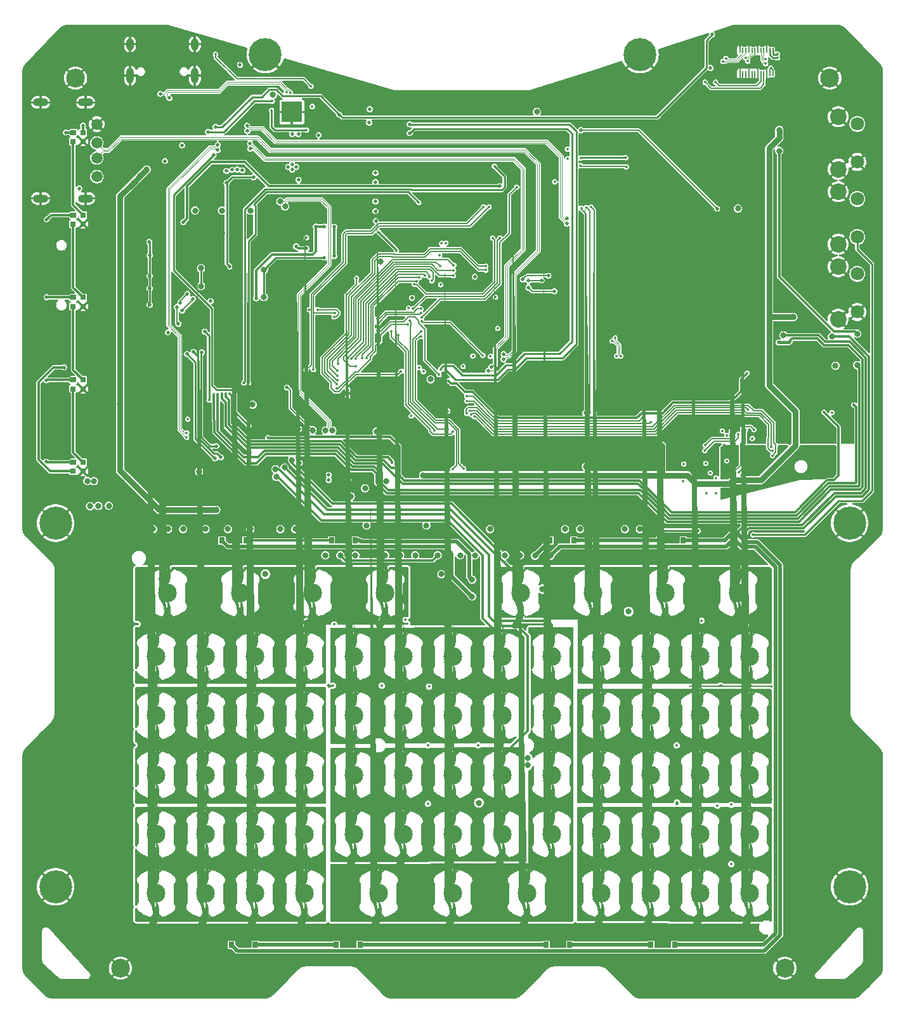
<source format=gbr>
%TF.GenerationSoftware,KiCad,Pcbnew,8.0.2*%
%TF.CreationDate,2024-05-22T21:58:47+02:00*%
%TF.ProjectId,why2025,77687932-3032-4352-9e6b-696361645f70,rev?*%
%TF.SameCoordinates,Original*%
%TF.FileFunction,Copper,L1,Top*%
%TF.FilePolarity,Positive*%
%FSLAX46Y46*%
G04 Gerber Fmt 4.6, Leading zero omitted, Abs format (unit mm)*
G04 Created by KiCad (PCBNEW 8.0.2) date 2024-05-22 21:58:47*
%MOMM*%
%LPD*%
G01*
G04 APERTURE LIST*
G04 Aperture macros list*
%AMOutline5P*
0 Free polygon, 5 corners , with rotation*
0 The origin of the aperture is its center*
0 number of corners: always 5*
0 $1 to $10 corner X, Y*
0 $11 Rotation angle, in degrees counterclockwise*
0 create outline with 5 corners*
4,1,5,$1,$2,$3,$4,$5,$6,$7,$8,$9,$10,$1,$2,$11*%
%AMOutline6P*
0 Free polygon, 6 corners , with rotation*
0 The origin of the aperture is its center*
0 number of corners: always 6*
0 $1 to $12 corner X, Y*
0 $13 Rotation angle, in degrees counterclockwise*
0 create outline with 6 corners*
4,1,6,$1,$2,$3,$4,$5,$6,$7,$8,$9,$10,$11,$12,$1,$2,$13*%
%AMOutline7P*
0 Free polygon, 7 corners , with rotation*
0 The origin of the aperture is its center*
0 number of corners: always 7*
0 $1 to $14 corner X, Y*
0 $15 Rotation angle, in degrees counterclockwise*
0 create outline with 7 corners*
4,1,7,$1,$2,$3,$4,$5,$6,$7,$8,$9,$10,$11,$12,$13,$14,$1,$2,$15*%
%AMOutline8P*
0 Free polygon, 8 corners , with rotation*
0 The origin of the aperture is its center*
0 number of corners: always 8*
0 $1 to $16 corner X, Y*
0 $17 Rotation angle, in degrees counterclockwise*
0 create outline with 8 corners*
4,1,8,$1,$2,$3,$4,$5,$6,$7,$8,$9,$10,$11,$12,$13,$14,$15,$16,$1,$2,$17*%
%AMFreePoly0*
4,1,56,-0.529408,2.274054,-0.424786,2.220629,-0.337556,2.141945,-0.132558,1.875050,0.044206,1.588672,0.190897,1.285787,0.305993,0.969542,0.388297,0.643224,0.436954,0.310222,0.451459,-0.026003,0.431660,-0.361958,0.377764,-0.694152,0.290330,-1.019133,0.170267,-1.333526,0.018823,-1.634062,-0.162429,-1.917620,-0.371606,-2.181254,-0.460064,-2.258554,-0.565515,-2.310325,-0.680771,-2.333039,
-0.797980,-2.325149,-0.909152,-2.287191,-1.006712,-2.221754,-1.084012,-2.133296,-1.135783,-2.027845,-1.158497,-1.912589,-1.150607,-1.795380,-1.112649,-1.684208,-1.047212,-1.586648,-0.952740,-1.479260,-0.790574,-1.243613,-0.657525,-0.990383,-0.555472,-0.723150,-0.485859,-0.445695,-0.449670,-0.161938,-0.448477,-0.010592,-0.450000,0.000000,-0.448300,0.011817,-0.447417,0.124109,-0.479132,0.408401,
-0.544366,0.686919,-0.642197,0.955725,-0.771241,1.211020,-0.929675,1.449193,-1.022444,1.558054,-1.022444,1.558055,-1.086336,1.656633,-1.122538,1.768390,-1.128581,1.885708,-1.104054,2.000592,-1.050629,2.105214,-0.971945,2.192444,-0.873367,2.256336,-0.761610,2.292538,-0.644292,2.298581,-0.529408,2.274054,-0.529408,2.274054,$1*%
G04 Aperture macros list end*
%TA.AperFunction,ComponentPad*%
%ADD10C,2.500000*%
%TD*%
%TA.AperFunction,SMDPad,CuDef*%
%ADD11R,0.200000X0.700000*%
%TD*%
%TA.AperFunction,ComponentPad*%
%ADD12C,0.700000*%
%TD*%
%TA.AperFunction,ComponentPad*%
%ADD13C,4.400000*%
%TD*%
%TA.AperFunction,SMDPad,CuDef*%
%ADD14Outline5P,-0.400000X0.210000X-0.260000X0.350000X0.400000X0.350000X0.400000X-0.350000X-0.400000X-0.350000X0.000000*%
%TD*%
%TA.AperFunction,SMDPad,CuDef*%
%ADD15R,0.800000X0.700000*%
%TD*%
%TA.AperFunction,SMDPad,CuDef*%
%ADD16R,0.670000X0.830000*%
%TD*%
%TA.AperFunction,SMDPad,CuDef*%
%ADD17FreePoly0,90.000000*%
%TD*%
%TA.AperFunction,SMDPad,CuDef*%
%ADD18FreePoly0,270.000000*%
%TD*%
%TA.AperFunction,ComponentPad*%
%ADD19C,0.800000*%
%TD*%
%TA.AperFunction,SMDPad,CuDef*%
%ADD20C,2.500000*%
%TD*%
%TA.AperFunction,ComponentPad*%
%ADD21O,1.000000X1.600000*%
%TD*%
%TA.AperFunction,ComponentPad*%
%ADD22O,1.000000X2.100000*%
%TD*%
%TA.AperFunction,ComponentPad*%
%ADD23C,0.500000*%
%TD*%
%TA.AperFunction,SMDPad,CuDef*%
%ADD24R,2.700000X2.700000*%
%TD*%
%TA.AperFunction,ComponentPad*%
%ADD25C,1.800000*%
%TD*%
%TA.AperFunction,ComponentPad*%
%ADD26C,2.200000*%
%TD*%
%TA.AperFunction,ComponentPad*%
%ADD27C,1.500000*%
%TD*%
%TA.AperFunction,ComponentPad*%
%ADD28O,2.000000X1.100000*%
%TD*%
%TA.AperFunction,ViaPad*%
%ADD29C,0.500000*%
%TD*%
%TA.AperFunction,ViaPad*%
%ADD30C,0.350000*%
%TD*%
%TA.AperFunction,ViaPad*%
%ADD31C,0.800000*%
%TD*%
%TA.AperFunction,Conductor*%
%ADD32C,0.300000*%
%TD*%
%TA.AperFunction,Conductor*%
%ADD33C,0.200000*%
%TD*%
%TA.AperFunction,Conductor*%
%ADD34C,0.250000*%
%TD*%
%TA.AperFunction,Conductor*%
%ADD35C,0.127000*%
%TD*%
%TA.AperFunction,Conductor*%
%ADD36C,0.118000*%
%TD*%
%TA.AperFunction,Conductor*%
%ADD37C,0.500000*%
%TD*%
%TA.AperFunction,Conductor*%
%ADD38C,0.800000*%
%TD*%
%TA.AperFunction,Conductor*%
%ADD39C,0.450000*%
%TD*%
%TA.AperFunction,Conductor*%
%ADD40C,0.090000*%
%TD*%
%TA.AperFunction,Conductor*%
%ADD41C,0.400000*%
%TD*%
G04 APERTURE END LIST*
D10*
%TO.P,H1,1,1*%
%TO.N,GND*%
X-50350000Y57850000D03*
%TD*%
D11*
%TO.P,J14,1,LEDK*%
%TO.N,-BL-LCD*%
X42750000Y61540000D03*
%TO.P,J14,2,LEDA*%
%TO.N,+BL-LCD*%
X42350000Y61540000D03*
%TO.P,J14,3,GND*%
%TO.N,GND*%
X41950000Y61540000D03*
%TO.P,J14,4,TDP0*%
%TO.N,/DSI_D0_P*%
X41550000Y61540000D03*
%TO.P,J14,5,TDN0*%
%TO.N,/DSI_D0_N*%
X41150000Y61540000D03*
%TO.P,J14,6,GND*%
%TO.N,GND*%
X40750000Y61540000D03*
%TO.P,J14,7,TCP*%
%TO.N,/DSI_CLK_P*%
X40350000Y61540000D03*
%TO.P,J14,8,TCN*%
%TO.N,/DSI_CLK_N*%
X39950000Y61540000D03*
%TO.P,J14,9,GND*%
%TO.N,GND*%
X39550000Y61540000D03*
%TO.P,J14,10,TDP1*%
%TO.N,/DSI_D1_P*%
X39150000Y61540000D03*
%TO.P,J14,11,TDN1*%
%TO.N,/DSI_D1_N*%
X38750000Y61540000D03*
%TO.P,J14,12,GND*%
%TO.N,GND*%
X38350000Y61540000D03*
%TO.P,J14,13,GND*%
X38350000Y58460000D03*
%TO.P,J14,14,GND*%
X38750000Y58460000D03*
%TO.P,J14,15,GND*%
X39150000Y58460000D03*
%TO.P,J14,16,GND*%
X39550000Y58460000D03*
%TO.P,J14,17,GND*%
X39950000Y58460000D03*
%TO.P,J14,18,GND*%
X40350000Y58460000D03*
%TO.P,J14,19,GND*%
X40750000Y58460000D03*
%TO.P,J14,20,TE*%
%TO.N,/Application processor/LCD_TE*%
X41150000Y58460000D03*
%TO.P,J14,21,RESET*%
%TO.N,/Application processor/LCD_RESET*%
X41550000Y58460000D03*
%TO.P,J14,22,GND*%
%TO.N,GND*%
X41950000Y58460000D03*
%TO.P,J14,23,VCI*%
%TO.N,+3.3V*%
X42350000Y58460000D03*
%TO.P,J14,24,IOVCC*%
X42750000Y58460000D03*
%TD*%
D12*
%TO.P,H8,1,1*%
%TO.N,GND*%
X51350000Y-1500000D03*
X51833274Y-333274D03*
X51833274Y-2666726D03*
X53000000Y150000D03*
D13*
X53000000Y-1500000D03*
D12*
X53000000Y-3150000D03*
X54166726Y-333274D03*
X54166726Y-2666726D03*
X54650000Y-1500000D03*
%TD*%
%TO.P,H9,1,1*%
%TO.N,GND*%
X-54650000Y-50000000D03*
X-54166726Y-48833274D03*
X-54166726Y-51166726D03*
X-53000000Y-48350000D03*
D13*
X-53000000Y-50000000D03*
D12*
X-53000000Y-51650000D03*
X-51833274Y-48833274D03*
X-51833274Y-51166726D03*
X-51350000Y-50000000D03*
%TD*%
D14*
%TO.P,U19,1,VDD*%
%TO.N,VOTG*%
X-50650000Y28600000D03*
D15*
%TO.P,U19,2,DOUT*%
%TO.N,Net-(U19-DOUT)*%
X-50650000Y27400000D03*
%TO.P,U19,3,VSS*%
%TO.N,GND*%
X-49350000Y27400000D03*
%TO.P,U19,4,DIN*%
%TO.N,Net-(U18-DOUT)*%
X-49350000Y28600000D03*
%TD*%
D16*
%TO.P,D74,1,K*%
%TO.N,Net-(D73-A)*%
X-16185000Y-3815000D03*
%TO.P,D74,2,A*%
%TO.N,Net-(D74-A)*%
X-13015000Y-3815000D03*
%TD*%
D12*
%TO.P,H7,1,1*%
%TO.N,GND*%
X-54650000Y-1500000D03*
X-54166726Y-333274D03*
X-54166726Y-2666726D03*
X-53000000Y150000D03*
D13*
X-53000000Y-1500000D03*
D12*
X-53000000Y-3150000D03*
X-51833274Y-333274D03*
X-51833274Y-2666726D03*
X-51350000Y-1500000D03*
%TD*%
D10*
%TO.P,H2,1,1*%
%TO.N,GND*%
X50350000Y57850000D03*
%TD*%
D16*
%TO.P,D76,1,K*%
%TO.N,Net-(D75-A)*%
X27615000Y-3815000D03*
%TO.P,D76,2,A*%
%TO.N,+BL-KB*%
X30785000Y-3815000D03*
%TD*%
D14*
%TO.P,U17,1,VDD*%
%TO.N,VOTG*%
X-50650000Y50600000D03*
D15*
%TO.P,U17,2,DOUT*%
%TO.N,Net-(U17-DOUT)*%
X-50650000Y49400000D03*
%TO.P,U17,3,VSS*%
%TO.N,GND*%
X-49350000Y49400000D03*
%TO.P,U17,4,DIN*%
%TO.N,Net-(U17-DIN)*%
X-49350000Y50600000D03*
%TD*%
D16*
%TO.P,D81,1,K*%
%TO.N,-BL-KB*%
X29635000Y-57735000D03*
%TO.P,D81,2,A*%
%TO.N,Net-(D80-K)*%
X26465000Y-57735000D03*
%TD*%
D14*
%TO.P,U9,1,VDD*%
%TO.N,VOTG*%
X-50650000Y17600000D03*
D15*
%TO.P,U9,2,DOUT*%
%TO.N,Net-(U22-DIN)*%
X-50650000Y16400000D03*
%TO.P,U9,3,VSS*%
%TO.N,GND*%
X-49350000Y16400000D03*
%TO.P,U9,4,DIN*%
%TO.N,Net-(U19-DOUT)*%
X-49350000Y17600000D03*
%TD*%
D16*
%TO.P,D78,1,K*%
%TO.N,Net-(D78-K)*%
X-12365000Y-57735000D03*
%TO.P,D78,2,A*%
%TO.N,Net-(D77-K)*%
X-15535000Y-57735000D03*
%TD*%
D10*
%TO.P,H4,1,1*%
%TO.N,GND*%
X44350000Y-60850000D03*
%TD*%
D17*
%TO.P,U2,1,ESC*%
%TO.N,KB_ROW0*%
X-38035000Y-8300000D03*
D18*
X-38034302Y-13294722D03*
D19*
%TO.P,U2,2*%
%TO.N,Net-(D1-A)*%
X-38035000Y-10100000D03*
D20*
X-38035000Y-10800000D03*
D18*
%TO.P,U2,3,F1*%
%TO.N,KB_ROW0*%
X-28364302Y-13294722D03*
D17*
X-28360000Y-8300000D03*
D19*
%TO.P,U2,4*%
%TO.N,Net-(D7-A)*%
X-28360000Y-10100000D03*
D20*
X-28360000Y-10800000D03*
D17*
%TO.P,U2,5,F2*%
%TO.N,KB_ROW0*%
X-18685000Y-8300000D03*
D18*
X-18684302Y-13294722D03*
D19*
%TO.P,U2,6*%
%TO.N,Net-(D13-A)*%
X-18685000Y-10100000D03*
D20*
X-18685000Y-10800000D03*
D17*
%TO.P,U2,7,F3*%
%TO.N,KB_ROW0*%
X-9010000Y-8300000D03*
D18*
X-9004302Y-13294722D03*
D19*
%TO.P,U2,8*%
%TO.N,Net-(D19-A)*%
X-9010000Y-10100000D03*
D20*
X-9010000Y-10800000D03*
D17*
%TO.P,U2,9,F4*%
%TO.N,KB_ROW5*%
X9065000Y-8300000D03*
D18*
X9065698Y-13294722D03*
D19*
%TO.P,U2,10*%
%TO.N,Net-(D49-A)*%
X9065000Y-10100000D03*
D20*
X9065000Y-10800000D03*
D18*
%TO.P,U2,11,F5*%
%TO.N,KB_ROW5*%
X18735698Y-13294722D03*
D17*
X18740000Y-8300000D03*
D19*
%TO.P,U2,12*%
%TO.N,Net-(D55-A)*%
X18740000Y-10100000D03*
D20*
X18740000Y-10800000D03*
D17*
%TO.P,U2,13,F6*%
%TO.N,KB_ROW5*%
X28415000Y-8300000D03*
D18*
X28415698Y-13294722D03*
D19*
%TO.P,U2,14*%
%TO.N,Net-(D61-A)*%
X28415000Y-10100000D03*
D20*
X28415000Y-10800000D03*
D18*
%TO.P,U2,15,BS*%
%TO.N,KB_ROW5*%
X38085698Y-13294722D03*
D17*
X38090000Y-8300000D03*
D19*
%TO.P,U2,16*%
%TO.N,Net-(D67-A)*%
X38090000Y-10100000D03*
D20*
X38090000Y-10800000D03*
D17*
%TO.P,U2,17,`*%
%TO.N,KB_ROW0*%
X-39575000Y-16790000D03*
D18*
X-39574302Y-21784722D03*
D19*
%TO.P,U2,18*%
%TO.N,Net-(D2-A)*%
X-39575000Y-18590000D03*
D20*
X-39575000Y-19290000D03*
D17*
%TO.P,U2,19,1*%
%TO.N,KB_ROW0*%
X-32975000Y-16790000D03*
D18*
X-32974302Y-21784722D03*
D19*
%TO.P,U2,20*%
%TO.N,Net-(D8-A)*%
X-32975000Y-18590000D03*
D20*
X-32975000Y-19290000D03*
D17*
%TO.P,U2,21,2*%
%TO.N,KB_ROW0*%
X-26375000Y-16790000D03*
D18*
X-26374302Y-21784722D03*
D19*
%TO.P,U2,22*%
%TO.N,Net-(D14-A)*%
X-26375000Y-18590000D03*
D20*
X-26375000Y-19290000D03*
D17*
%TO.P,U2,23,3*%
%TO.N,KB_ROW0*%
X-19775000Y-16790000D03*
D18*
X-19774302Y-21784722D03*
D19*
%TO.P,U2,24*%
%TO.N,Net-(D20-A)*%
X-19775000Y-18590000D03*
D20*
X-19775000Y-19290000D03*
D17*
%TO.P,U2,25,4*%
%TO.N,KB_ROW3*%
X-13175000Y-16790000D03*
D18*
X-13174302Y-21784722D03*
D19*
%TO.P,U2,26*%
%TO.N,Net-(D25-A)*%
X-13175000Y-18590000D03*
D20*
X-13175000Y-19290000D03*
D17*
%TO.P,U2,27,5*%
%TO.N,KB_ROW3*%
X-6575000Y-16790000D03*
D18*
X-6574302Y-21784722D03*
D19*
%TO.P,U2,28*%
%TO.N,Net-(D29-A)*%
X-6575000Y-18590000D03*
D20*
X-6575000Y-19290000D03*
D17*
%TO.P,U2,29,6*%
%TO.N,KB_ROW3*%
X25000Y-16790000D03*
D18*
X25698Y-21784722D03*
D19*
%TO.P,U2,30*%
%TO.N,Net-(D34-A)*%
X25000Y-18590000D03*
D20*
X25000Y-19290000D03*
D17*
%TO.P,U2,31,7*%
%TO.N,KB_ROW3*%
X6625000Y-16790000D03*
D18*
X6625698Y-21784722D03*
D19*
%TO.P,U2,32*%
%TO.N,Net-(D39-A)*%
X6625000Y-18590000D03*
D20*
X6625000Y-19290000D03*
D17*
%TO.P,U2,33,8*%
%TO.N,KB_ROW8*%
X13225000Y-16790000D03*
D18*
X13225698Y-21784722D03*
D19*
%TO.P,U2,34*%
%TO.N,Net-(D44-A)*%
X13225000Y-18590000D03*
D20*
X13225000Y-19290000D03*
D17*
%TO.P,U2,35,9*%
%TO.N,KB_ROW5*%
X19825000Y-16790000D03*
D18*
X19825698Y-21784722D03*
D19*
%TO.P,U2,36*%
%TO.N,Net-(D50-A)*%
X19825000Y-18590000D03*
D20*
X19825000Y-19290000D03*
D17*
%TO.P,U2,37,0*%
%TO.N,KB_ROW5*%
X26425000Y-16790000D03*
D18*
X26425698Y-21784722D03*
D19*
%TO.P,U2,38*%
%TO.N,Net-(D56-A)*%
X26425000Y-18590000D03*
D20*
X26425000Y-19290000D03*
D17*
%TO.P,U2,39,-*%
%TO.N,KB_ROW5*%
X33025000Y-16790000D03*
D18*
X33025698Y-21784722D03*
D19*
%TO.P,U2,40*%
%TO.N,Net-(D62-A)*%
X33025000Y-18590000D03*
D20*
X33025000Y-19290000D03*
D17*
%TO.P,U2,41,=*%
%TO.N,KB_ROW5*%
X39625000Y-16790000D03*
D18*
X39625698Y-21784722D03*
D19*
%TO.P,U2,42*%
%TO.N,Net-(D68-A)*%
X39625000Y-18590000D03*
D20*
X39625000Y-19290000D03*
D17*
%TO.P,U2,43,TAB*%
%TO.N,KB_ROW1*%
X-39575000Y-24690000D03*
D18*
X-39574302Y-29684722D03*
D19*
%TO.P,U2,44*%
%TO.N,Net-(D3-A)*%
X-39575000Y-26490000D03*
D20*
X-39575000Y-27190000D03*
D17*
%TO.P,U2,45,Q*%
%TO.N,KB_ROW1*%
X-32975000Y-24690000D03*
D18*
X-32974302Y-29684722D03*
D19*
%TO.P,U2,46*%
%TO.N,Net-(D9-A)*%
X-32975000Y-26490000D03*
D20*
X-32975000Y-27190000D03*
D17*
%TO.P,U2,47,W*%
%TO.N,KB_ROW1*%
X-26375000Y-24690000D03*
D18*
X-26374302Y-29684722D03*
D19*
%TO.P,U2,48*%
%TO.N,Net-(D15-A)*%
X-26375000Y-26490000D03*
D20*
X-26375000Y-27190000D03*
D17*
%TO.P,U2,49,E*%
%TO.N,KB_ROW1*%
X-19775000Y-24690000D03*
D18*
X-19774302Y-29684722D03*
D19*
%TO.P,U2,50*%
%TO.N,Net-(D21-A)*%
X-19775000Y-26490000D03*
D20*
X-19775000Y-27190000D03*
D17*
%TO.P,U2,51,R*%
%TO.N,KB_ROW3*%
X-13175000Y-24690000D03*
D18*
X-13174302Y-29684722D03*
D19*
%TO.P,U2,52*%
%TO.N,Net-(D26-A)*%
X-13175000Y-26490000D03*
D20*
X-13175000Y-27190000D03*
D17*
%TO.P,U2,53,T*%
%TO.N,KB_ROW3*%
X-6575000Y-24690000D03*
D18*
X-6574302Y-29684722D03*
D19*
%TO.P,U2,54*%
%TO.N,Net-(D30-A)*%
X-6575000Y-26490000D03*
D20*
X-6575000Y-27190000D03*
D17*
%TO.P,U2,55,Y*%
%TO.N,KB_ROW3*%
X25000Y-24690000D03*
D18*
X25698Y-29684722D03*
D19*
%TO.P,U2,56*%
%TO.N,Net-(D35-A)*%
X25000Y-26490000D03*
D20*
X25000Y-27190000D03*
D17*
%TO.P,U2,57,U*%
%TO.N,KB_ROW3*%
X6625000Y-24690000D03*
D18*
X6625698Y-29684722D03*
D19*
%TO.P,U2,58*%
%TO.N,Net-(D40-A)*%
X6625000Y-26490000D03*
D20*
X6625000Y-27190000D03*
D17*
%TO.P,U2,59,I*%
%TO.N,KB_ROW8*%
X13225000Y-24690000D03*
D18*
X13225698Y-29684722D03*
D19*
%TO.P,U2,60*%
%TO.N,Net-(D45-A)*%
X13225000Y-26490000D03*
D20*
X13225000Y-27190000D03*
D17*
%TO.P,U2,61,O*%
%TO.N,KB_ROW6*%
X19825000Y-24690000D03*
D18*
X19825698Y-29684722D03*
D19*
%TO.P,U2,62*%
%TO.N,Net-(D51-A)*%
X19825000Y-26490000D03*
D20*
X19825000Y-27190000D03*
D17*
%TO.P,U2,63,P*%
%TO.N,KB_ROW6*%
X26425000Y-24690000D03*
D18*
X26425698Y-29684722D03*
D19*
%TO.P,U2,64*%
%TO.N,Net-(D57-A)*%
X26425000Y-26490000D03*
D20*
X26425000Y-27190000D03*
D17*
%TO.P,U2,65,[*%
%TO.N,KB_ROW6*%
X33025000Y-24690000D03*
D18*
X33025698Y-29684722D03*
D19*
%TO.P,U2,66*%
%TO.N,Net-(D63-A)*%
X33025000Y-26490000D03*
D20*
X33025000Y-27190000D03*
D17*
%TO.P,U2,67,]*%
%TO.N,KB_ROW6*%
X39625000Y-24690000D03*
D18*
X39625698Y-29684722D03*
D19*
%TO.P,U2,68*%
%TO.N,Net-(D69-A)*%
X39625000Y-26490000D03*
D20*
X39625000Y-27190000D03*
D17*
%TO.P,U2,69,FN*%
%TO.N,KB_ROW1*%
X-39575000Y-32590000D03*
D18*
X-39574302Y-37584722D03*
D19*
%TO.P,U2,70*%
%TO.N,Net-(D4-A)*%
X-39575000Y-34390000D03*
D20*
X-39575000Y-35090000D03*
D17*
%TO.P,U2,71,A*%
%TO.N,KB_ROW1*%
X-32975000Y-32590000D03*
D18*
X-32974302Y-37584722D03*
D19*
%TO.P,U2,72*%
%TO.N,Net-(D10-A)*%
X-32975000Y-34390000D03*
D20*
X-32975000Y-35090000D03*
D17*
%TO.P,U2,73,S*%
%TO.N,KB_ROW1*%
X-26375000Y-32590000D03*
D18*
X-26374302Y-37584722D03*
D19*
%TO.P,U2,74*%
%TO.N,Net-(D16-A)*%
X-26375000Y-34390000D03*
D20*
X-26375000Y-35090000D03*
D17*
%TO.P,U2,75,D*%
%TO.N,KB_ROW1*%
X-19775000Y-32590000D03*
D18*
X-19774302Y-37584722D03*
D19*
%TO.P,U2,76*%
%TO.N,Net-(D22-A)*%
X-19775000Y-34390000D03*
D20*
X-19775000Y-35090000D03*
D17*
%TO.P,U2,77,F*%
%TO.N,KB_ROW4*%
X-13175000Y-32590000D03*
D18*
X-13174302Y-37584722D03*
D19*
%TO.P,U2,78*%
%TO.N,Net-(D27-A)*%
X-13175000Y-34390000D03*
D20*
X-13175000Y-35090000D03*
D17*
%TO.P,U2,79,G*%
%TO.N,KB_ROW4*%
X-6575000Y-32590000D03*
D18*
X-6574302Y-37584722D03*
D19*
%TO.P,U2,80*%
%TO.N,Net-(D31-A)*%
X-6575000Y-34390000D03*
D20*
X-6575000Y-35090000D03*
D17*
%TO.P,U2,81,H*%
%TO.N,KB_ROW4*%
X25000Y-32590000D03*
D18*
X25698Y-37584722D03*
D19*
%TO.P,U2,82*%
%TO.N,Net-(D36-A)*%
X25000Y-34390000D03*
D20*
X25000Y-35090000D03*
D17*
%TO.P,U2,83,J*%
%TO.N,KB_ROW4*%
X6625000Y-32590000D03*
D18*
X6625698Y-37584722D03*
D19*
%TO.P,U2,84*%
%TO.N,Net-(D41-A)*%
X6625000Y-34390000D03*
D20*
X6625000Y-35090000D03*
D17*
%TO.P,U2,85,K*%
%TO.N,KB_ROW8*%
X13225000Y-32590000D03*
D18*
X13225698Y-37584722D03*
D19*
%TO.P,U2,86*%
%TO.N,Net-(D46-A)*%
X13225000Y-34390000D03*
D20*
X13225000Y-35090000D03*
D17*
%TO.P,U2,87,L*%
%TO.N,KB_ROW6*%
X19825000Y-32590000D03*
D18*
X19825698Y-37584722D03*
D19*
%TO.P,U2,88*%
%TO.N,Net-(D52-A)*%
X19825000Y-34390000D03*
D20*
X19825000Y-35090000D03*
D17*
%TO.P,U2,89,;*%
%TO.N,KB_ROW6*%
X26425000Y-32590000D03*
D18*
X26425698Y-37584722D03*
D19*
%TO.P,U2,90*%
%TO.N,Net-(D58-A)*%
X26425000Y-34390000D03*
D20*
X26425000Y-35090000D03*
D17*
%TO.P,U2,91,'*%
%TO.N,KB_ROW6*%
X33025000Y-32590000D03*
D18*
X33025698Y-37584722D03*
D19*
%TO.P,U2,92*%
%TO.N,Net-(D64-A)*%
X33025000Y-34390000D03*
D20*
X33025000Y-35090000D03*
D17*
%TO.P,U2,93,RET*%
%TO.N,KB_ROW6*%
X39625000Y-32590000D03*
D18*
X39625698Y-37584722D03*
D19*
%TO.P,U2,94*%
%TO.N,Net-(D70-A)*%
X39625000Y-34390000D03*
D20*
X39625000Y-35090000D03*
D17*
%TO.P,U2,95,SHL*%
%TO.N,KB_ROW2*%
X-39575000Y-40490000D03*
D18*
X-39574302Y-45484722D03*
D19*
%TO.P,U2,96*%
%TO.N,Net-(D5-A)*%
X-39575000Y-42290000D03*
D20*
X-39575000Y-42990000D03*
D17*
%TO.P,U2,97,Z*%
%TO.N,KB_ROW2*%
X-32975000Y-40490000D03*
D18*
X-32974302Y-45484722D03*
D19*
%TO.P,U2,98*%
%TO.N,Net-(D11-A)*%
X-32975000Y-42290000D03*
D20*
X-32975000Y-42990000D03*
D17*
%TO.P,U2,99,X*%
%TO.N,KB_ROW2*%
X-26375000Y-40490000D03*
D18*
X-26374302Y-45484722D03*
D19*
%TO.P,U2,100*%
%TO.N,Net-(D17-A)*%
X-26375000Y-42290000D03*
D20*
X-26375000Y-42990000D03*
D17*
%TO.P,U2,101,C*%
%TO.N,KB_ROW2*%
X-19775000Y-40490000D03*
D18*
X-19774302Y-45484722D03*
D19*
%TO.P,U2,102*%
%TO.N,Net-(D23-A)*%
X-19775000Y-42290000D03*
D20*
X-19775000Y-42990000D03*
D17*
%TO.P,U2,103,V*%
%TO.N,KB_ROW4*%
X-13175000Y-40490000D03*
D18*
X-13174302Y-45484722D03*
D19*
%TO.P,U2,104*%
%TO.N,Net-(D28-A)*%
X-13175000Y-42290000D03*
D20*
X-13175000Y-42990000D03*
D17*
%TO.P,U2,105,B*%
%TO.N,KB_ROW4*%
X-6575000Y-40490000D03*
D18*
X-6574302Y-45484722D03*
D19*
%TO.P,U2,106*%
%TO.N,Net-(D32-A)*%
X-6575000Y-42290000D03*
D20*
X-6575000Y-42990000D03*
D17*
%TO.P,U2,107,N*%
%TO.N,KB_ROW4*%
X25000Y-40490000D03*
D18*
X25698Y-45484722D03*
D19*
%TO.P,U2,108*%
%TO.N,Net-(D37-A)*%
X25000Y-42290000D03*
D20*
X25000Y-42990000D03*
D17*
%TO.P,U2,109,M*%
%TO.N,KB_ROW4*%
X6625000Y-40490000D03*
D18*
X6625698Y-45484722D03*
D19*
%TO.P,U2,110*%
%TO.N,Net-(D42-A)*%
X6625000Y-42290000D03*
D20*
X6625000Y-42990000D03*
D17*
%TO.P,U2,111,\u002C*%
%TO.N,KB_ROW8*%
X13225000Y-40490000D03*
D18*
X13225698Y-45484722D03*
D19*
%TO.P,U2,112*%
%TO.N,Net-(D47-A)*%
X13225000Y-42290000D03*
D20*
X13225000Y-42990000D03*
D17*
%TO.P,U2,113,.*%
%TO.N,KB_ROW7*%
X19825000Y-40490000D03*
D18*
X19825698Y-45484722D03*
D19*
%TO.P,U2,114*%
%TO.N,Net-(D53-A)*%
X19825000Y-42290000D03*
D20*
X19825000Y-42990000D03*
D17*
%TO.P,U2,115,/*%
%TO.N,KB_ROW7*%
X26425000Y-40490000D03*
D18*
X26425698Y-45484722D03*
D19*
%TO.P,U2,116*%
%TO.N,Net-(D59-A)*%
X26425000Y-42290000D03*
D20*
X26425000Y-42990000D03*
D17*
%TO.P,U2,117,/\u005C*%
%TO.N,KB_ROW7*%
X33025000Y-40490000D03*
D18*
X33025698Y-45484722D03*
D19*
%TO.P,U2,118*%
%TO.N,Net-(D65-A)*%
X33025000Y-42290000D03*
D20*
X33025000Y-42990000D03*
D17*
%TO.P,U2,119,SHR*%
%TO.N,KB_ROW7*%
X39625000Y-40490000D03*
D18*
X39625698Y-45484722D03*
D19*
%TO.P,U2,120*%
%TO.N,Net-(D71-A)*%
X39625000Y-42290000D03*
D20*
X39625000Y-42990000D03*
D17*
%TO.P,U2,121,CTRL*%
%TO.N,KB_ROW2*%
X-39575000Y-48390000D03*
D18*
X-39574302Y-53384722D03*
D19*
%TO.P,U2,122*%
%TO.N,Net-(D6-A)*%
X-39575000Y-50190000D03*
D20*
X-39575000Y-50890000D03*
D17*
%TO.P,U2,123,MT*%
%TO.N,KB_ROW2*%
X-32975000Y-48390000D03*
D18*
X-32974302Y-53384722D03*
D19*
%TO.P,U2,124*%
%TO.N,Net-(D12-A)*%
X-32975000Y-50190000D03*
D20*
X-32975000Y-50890000D03*
D17*
%TO.P,U2,125,ALT*%
%TO.N,KB_ROW2*%
X-26375000Y-48390000D03*
D18*
X-26374302Y-53384722D03*
D19*
%TO.P,U2,126*%
%TO.N,Net-(D18-A)*%
X-26375000Y-50190000D03*
D20*
X-26375000Y-50890000D03*
D17*
%TO.P,U2,127,\u005C*%
%TO.N,KB_ROW2*%
X-19775000Y-48390000D03*
D18*
X-19774302Y-53384722D03*
D19*
%TO.P,U2,128*%
%TO.N,Net-(D24-A)*%
X-19775000Y-50190000D03*
D20*
X-19775000Y-50890000D03*
D17*
%TO.P,U2,129,SP*%
%TO.N,KB_ROW8*%
X-9875000Y-48390000D03*
D18*
X-9874302Y-53384722D03*
D19*
%TO.P,U2,130*%
%TO.N,Net-(D33-A)*%
X-9875000Y-50190000D03*
D20*
X-9875000Y-50890000D03*
D17*
%TO.P,U2,131,SP*%
%TO.N,KB_ROW8*%
X25000Y-48390000D03*
D18*
X25698Y-53384722D03*
D19*
%TO.P,U2,132*%
%TO.N,Net-(D38-A)*%
X25000Y-50190000D03*
D20*
X25000Y-50890000D03*
D17*
%TO.P,U2,133,SP*%
%TO.N,KB_ROW8*%
X9925000Y-48390000D03*
D18*
X9925698Y-53384722D03*
D19*
%TO.P,U2,134*%
%TO.N,Net-(D43-A)*%
X9925000Y-50190000D03*
D20*
X9925000Y-50890000D03*
D17*
%TO.P,U2,135,AGR*%
%TO.N,KB_ROW7*%
X19825000Y-48390000D03*
D18*
X19825698Y-53384722D03*
D19*
%TO.P,U2,136*%
%TO.N,Net-(D54-A)*%
X19825000Y-50190000D03*
D20*
X19825000Y-50890000D03*
D17*
%TO.P,U2,137,<*%
%TO.N,KB_ROW7*%
X26425000Y-48390000D03*
D18*
X26425698Y-53384722D03*
D19*
%TO.P,U2,138*%
%TO.N,Net-(D60-A)*%
X26425000Y-50190000D03*
D20*
X26425000Y-50890000D03*
D17*
%TO.P,U2,139,\u005C/*%
%TO.N,KB_ROW7*%
X33025000Y-48390000D03*
D18*
X33025698Y-53384722D03*
D19*
%TO.P,U2,140*%
%TO.N,Net-(D66-A)*%
X33025000Y-50190000D03*
D20*
X33025000Y-50890000D03*
D17*
%TO.P,U2,141,>*%
%TO.N,KB_ROW7*%
X39625000Y-48390000D03*
D18*
X39625698Y-53384722D03*
D19*
%TO.P,U2,142*%
%TO.N,Net-(D72-A)*%
X39625000Y-50190000D03*
D20*
X39625000Y-50890000D03*
%TD*%
D16*
%TO.P,D80,1,K*%
%TO.N,Net-(D80-K)*%
X15635000Y-57735000D03*
%TO.P,D80,2,A*%
%TO.N,Net-(D78-K)*%
X12465000Y-57735000D03*
%TD*%
D10*
%TO.P,H3,1,1*%
%TO.N,GND*%
X-44350000Y-60850000D03*
%TD*%
D14*
%TO.P,U22,1,VDD*%
%TO.N,VOTG*%
X-50650000Y6600000D03*
D15*
%TO.P,U22,2,DOUT*%
%TO.N,/LEDs/DOUT*%
X-50650000Y5400000D03*
%TO.P,U22,3,VSS*%
%TO.N,GND*%
X-49350000Y5400000D03*
%TO.P,U22,4,DIN*%
%TO.N,Net-(U22-DIN)*%
X-49350000Y6600000D03*
%TD*%
D16*
%TO.P,D77,1,K*%
%TO.N,Net-(D77-K)*%
X-26365000Y-57735000D03*
%TO.P,D77,2,A*%
%TO.N,+BL-KB*%
X-29535000Y-57735000D03*
%TD*%
D12*
%TO.P,H6,1,1*%
%TO.N,GND*%
X23350000Y61000000D03*
X23833274Y62166726D03*
X23833274Y59833274D03*
X25000000Y62650000D03*
D13*
X25000000Y61000000D03*
D12*
X25000000Y59350000D03*
X26166726Y62166726D03*
X26166726Y59833274D03*
X26650000Y61000000D03*
%TD*%
%TO.P,H10,1,1*%
%TO.N,GND*%
X51350000Y-50000000D03*
X51833274Y-48833274D03*
X51833274Y-51166726D03*
X53000000Y-48350000D03*
D13*
X53000000Y-50000000D03*
D12*
X53000000Y-51650000D03*
X54166726Y-48833274D03*
X54166726Y-51166726D03*
X54650000Y-50000000D03*
%TD*%
D16*
%TO.P,D73,1,K*%
%TO.N,-BL-KB*%
X-30785000Y-3815000D03*
%TO.P,D73,2,A*%
%TO.N,Net-(D73-A)*%
X-27615000Y-3815000D03*
%TD*%
D14*
%TO.P,U18,1,VDD*%
%TO.N,VOTG*%
X-50650000Y39600000D03*
D15*
%TO.P,U18,2,DOUT*%
%TO.N,Net-(U18-DOUT)*%
X-50650000Y38400000D03*
%TO.P,U18,3,VSS*%
%TO.N,GND*%
X-49350000Y38400000D03*
%TO.P,U18,4,DIN*%
%TO.N,Net-(U17-DOUT)*%
X-49350000Y39600000D03*
%TD*%
D12*
%TO.P,H5,1,1*%
%TO.N,GND*%
X-26650000Y61000000D03*
X-26166726Y62166726D03*
X-26166726Y59833274D03*
X-25000000Y62650000D03*
D13*
X-25000000Y61000000D03*
D12*
X-25000000Y59350000D03*
X-23833274Y62166726D03*
X-23833274Y59833274D03*
X-23350000Y61000000D03*
%TD*%
D16*
%TO.P,D75,1,K*%
%TO.N,Net-(D74-A)*%
X13015000Y-3815000D03*
%TO.P,D75,2,A*%
%TO.N,Net-(D75-A)*%
X16185000Y-3815000D03*
%TD*%
D21*
%TO.P,J1,S1,SHIELD*%
%TO.N,GND*%
X-43070000Y62370000D03*
D22*
X-43070000Y58190000D03*
D21*
X-34430000Y62370000D03*
D22*
X-34430000Y58190000D03*
%TD*%
D23*
%TO.P,U6,25,PGND*%
%TO.N,GND*%
X-20360000Y54425000D03*
X-21460000Y54425000D03*
X-22560000Y54425000D03*
X-20360000Y53325000D03*
X-21460000Y53325000D03*
D24*
X-21460000Y53325000D03*
D23*
X-22560000Y53325000D03*
X-20360000Y52225000D03*
X-21460000Y52225000D03*
X-22560000Y52225000D03*
%TD*%
D25*
%TO.P,SW3,1,1*%
%TO.N,E1*%
X54020000Y31740000D03*
%TO.P,SW3,2,2*%
%TO.N,GND*%
X54020000Y26660000D03*
D26*
%TO.P,SW3,3,3*%
X51480000Y25700000D03*
%TO.P,SW3,4,4*%
X51480000Y32700000D03*
%TD*%
D25*
%TO.P,SW1,1,1*%
%TO.N,/Coprocessor/POWER_ON*%
X54020000Y51740000D03*
%TO.P,SW1,2,2*%
%TO.N,GND*%
X54020000Y46660000D03*
D26*
%TO.P,SW1,3,3*%
X51480000Y45700000D03*
%TO.P,SW1,4,4*%
X51480000Y52700000D03*
%TD*%
D25*
%TO.P,SW2,1,1*%
%TO.N,+3.3V*%
X54020000Y41740000D03*
%TO.P,SW2,2,2*%
%TO.N,/Coprocessor/Keyboard/EXT*%
X54020000Y36660000D03*
D26*
%TO.P,SW2,3,3*%
%TO.N,GND*%
X51480000Y35700000D03*
%TO.P,SW2,4,4*%
X51480000Y42700000D03*
%TD*%
D27*
%TO.P,J2,1,VBUS*%
%TO.N,VOTG*%
X-47500000Y44700000D03*
%TO.P,J2,2,D-*%
%TO.N,/Application processor/USB2_N*%
X-47500000Y47200000D03*
%TO.P,J2,3,D+*%
%TO.N,/Application processor/USB2_P*%
X-47500000Y49200000D03*
%TO.P,J2,4,GND*%
%TO.N,GND*%
X-47500000Y51700000D03*
D28*
%TO.P,J2,5,Shield*%
X-55000000Y41800000D03*
X-49000000Y41800000D03*
X-55000000Y54600000D03*
X-49000000Y54600000D03*
%TD*%
D29*
%TO.N,VOTG*%
X-49860000Y43120000D03*
X-51650000Y50610000D03*
%TO.N,Net-(U17-DIN)*%
X-49360000Y51500000D03*
%TO.N,GND*%
X-51800000Y7470000D03*
X-51940000Y16460000D03*
%TO.N,VOTG*%
X-54220000Y6700000D03*
X-54210000Y39000000D03*
X-54210000Y28640000D03*
X-54220000Y17570000D03*
D30*
%TO.N,GND*%
X41950000Y62320000D03*
D29*
%TO.N,Net-(U1-PD1)*%
X-33470000Y21280000D03*
X-31560000Y8780000D03*
%TO.N,Net-(U1-PB11)*%
X-31740000Y7150000D03*
%TO.N,Net-(U1-PB10)*%
X-30940000Y7270000D03*
X-34580000Y21330000D03*
%TO.N,Net-(U1-PB11)*%
X-35475000Y21065000D03*
%TO.N,+3.3V*%
X-38030000Y23940000D03*
%TO.N,SD_DET*%
X-33110000Y24040000D03*
D30*
X-32520000Y14920000D03*
D29*
%TO.N,+3.3V*%
X-32310000Y28120000D03*
D31*
X51100000Y19490000D03*
D29*
X-11150000Y51900000D03*
D30*
X-3900000Y18700000D03*
D31*
X-34370000Y40190000D03*
D30*
X5037500Y20737500D03*
D31*
X17800000Y6050000D03*
D30*
X-14000000Y15400000D03*
D31*
X-27000000Y40175001D03*
D29*
X-10300000Y40100000D03*
X-10257559Y38827438D03*
D31*
X-9600000Y33400000D03*
D30*
X-640000Y13440000D03*
X-19510000Y36575000D03*
X-5870000Y27160000D03*
D31*
X-30800000Y40175001D03*
D30*
X40010000Y9800000D03*
D31*
X-33850000Y5350000D03*
D30*
X36600000Y6800000D03*
D29*
X34400000Y59200000D03*
X-10300000Y45200000D03*
X-27100000Y7900000D03*
X-20500000Y11050000D03*
X-11060000Y53710000D03*
X2950000Y31370000D03*
X-20400000Y6510001D03*
D31*
X-10140000Y10720000D03*
D30*
X15340000Y47080000D03*
D29*
X-10300000Y44000000D03*
D30*
X-35370000Y12360000D03*
D31*
X-48760000Y4110000D03*
X-26700000Y14290000D03*
D30*
X50640000Y13270000D03*
X15310000Y48380000D03*
X-14000000Y16300000D03*
X13620000Y44010000D03*
D29*
X-10300000Y41400000D03*
D31*
X11250000Y53350000D03*
X-47900000Y4100000D03*
D30*
X-1730000Y34190000D03*
X1400000Y19400000D03*
D31*
X38090000Y40470000D03*
D29*
X-5430000Y28530000D03*
D30*
X-1600000Y30300000D03*
X-5540000Y12800000D03*
X42500000Y59200000D03*
D31*
%TO.N,GND*%
X-32520000Y1450000D03*
D30*
X-28260000Y34180000D03*
X-3090000Y24700000D03*
X-41170000Y49330000D03*
D31*
X-32700000Y36300000D03*
D30*
X-36000000Y51110000D03*
X-23250000Y32300000D03*
D31*
X48874999Y24310000D03*
D29*
X43020000Y55910000D03*
X-23800000Y45890000D03*
D30*
X-2060000Y15440000D03*
X-35320000Y11480000D03*
X-8700000Y17300000D03*
X-29640000Y34160000D03*
X29900000Y-31150000D03*
D29*
X-36400000Y37800000D03*
D30*
X37200000Y-46950000D03*
X2290000Y23260000D03*
X36120000Y12420000D03*
D31*
X-24250000Y-2300000D03*
D30*
X10410000Y36820000D03*
X3500000Y24540000D03*
X-25540000Y13480000D03*
X-1300000Y-13550000D03*
X-38430000Y48560000D03*
X-2600000Y28200000D03*
X36600000Y12340000D03*
X460000Y21470000D03*
X25800000Y-15050000D03*
X-8960000Y37370000D03*
X-7200000Y13300000D03*
X-22530000Y11420000D03*
X40700000Y62200000D03*
X3500000Y27930000D03*
D31*
X-39500000Y54200000D03*
X-26730000Y15400000D03*
D29*
X-16980000Y45910000D03*
D31*
X-27250000Y10550000D03*
D30*
X9510000Y-15140000D03*
X0Y16490000D03*
X-20340000Y48780000D03*
X-28430000Y6250000D03*
X-3150000Y-23300000D03*
D31*
X-28900000Y36300000D03*
D30*
X1850000Y16500000D03*
D29*
X7800000Y20140000D03*
D31*
X-12710000Y10720000D03*
D30*
X-15790000Y29680000D03*
X37200000Y-39050000D03*
D29*
X17160000Y24700000D03*
D30*
X-26800000Y42900000D03*
X-19700000Y23950000D03*
D29*
X-25000000Y45890000D03*
X-15750000Y50465000D03*
D31*
X-28000000Y-2300000D03*
X-34500000Y1450000D03*
X-24200000Y1210000D03*
D29*
X-26650000Y50490000D03*
X43020000Y55250000D03*
D30*
X90000Y48760000D03*
X-14750000Y24900000D03*
D31*
X-19030000Y-750000D03*
D30*
X90000Y47580000D03*
X-18380000Y41050000D03*
X-15900000Y32800000D03*
X-11580000Y41550000D03*
X-23850000Y14000000D03*
X-42050000Y-14950000D03*
X-13780000Y30110000D03*
D29*
X-28450000Y43590000D03*
D31*
X-30800000Y37175001D03*
D30*
X37450000Y12240000D03*
X-23800000Y40250000D03*
X-590000Y24720000D03*
D29*
X-16734999Y44325000D03*
D30*
X-19410000Y14120000D03*
D29*
X9810000Y32160000D03*
D30*
X-3300000Y-31150000D03*
X-21190000Y16910000D03*
X-3450000Y27350000D03*
X-25300000Y15890000D03*
X-10900000Y16800000D03*
D29*
X-11380000Y8130000D03*
D30*
X6340000Y21530000D03*
X-19320000Y15670000D03*
X-15790000Y30430000D03*
X-2740000Y14650000D03*
X33200000Y-14500000D03*
X-25550000Y12700000D03*
X-24930000Y34300000D03*
X-23250000Y33250000D03*
X1640000Y22600000D03*
X35750000Y-23150000D03*
X4340000Y16460000D03*
X-3300000Y-38950000D03*
X-20500000Y14700000D03*
D29*
X-46850000Y-7600000D03*
D30*
X-23350000Y55150000D03*
D29*
X-11900000Y12300000D03*
D30*
X-30830000Y11800000D03*
X-33610000Y48180000D03*
D31*
X-34300000Y37200000D03*
D30*
X8740000Y47410000D03*
D31*
X-30400000Y53600000D03*
D29*
X-36700000Y36400000D03*
D30*
X-21160000Y14680000D03*
D29*
X-12600000Y13400000D03*
D31*
X46740000Y19970000D03*
X-30450000Y58500000D03*
D29*
X-27560000Y56450000D03*
D30*
X-16000000Y-23200000D03*
D29*
X9050000Y33510000D03*
D30*
X-3200000Y21500000D03*
D29*
X-29254003Y43590000D03*
D30*
X39650000Y-23150000D03*
X-39550000Y50440000D03*
X-3800000Y14800000D03*
D31*
X-36500000Y1450000D03*
X-35400000Y53050000D03*
D30*
X-15690000Y40530000D03*
X200000Y25460000D03*
D29*
X-10100000Y22970000D03*
D30*
X2500000Y-13850000D03*
X-8060000Y15670000D03*
X-9450000Y-23200000D03*
X-17950000Y18680000D03*
X-19420000Y7180000D03*
X-36740000Y48570000D03*
D29*
X-11360000Y9280000D03*
D30*
X-11060001Y19059999D03*
D29*
X-45950000Y-7575000D03*
D30*
X-8010000Y14190000D03*
D29*
X2960000Y34000000D03*
D31*
X-22260000Y1230000D03*
D30*
X40700000Y59200000D03*
X-17810000Y10690000D03*
D31*
X-32750000Y6700000D03*
D29*
X-47200000Y-3575000D03*
D31*
X-40600000Y12500000D03*
X-34000000Y-2300000D03*
D30*
X-3420000Y28200000D03*
D29*
X40260000Y55280000D03*
X7730000Y18450000D03*
X-31670000Y44030000D03*
D30*
X-25675000Y55825000D03*
X-15150000Y33600000D03*
X-30740000Y49250000D03*
X-22950000Y47590000D03*
X-12080000Y48740000D03*
D31*
X-25870000Y5750000D03*
D30*
X-3490000Y25760000D03*
X39500000Y-3400000D03*
X-12500000Y16800000D03*
X-19200000Y46330000D03*
D29*
X10760000Y33050000D03*
X-17180000Y50360000D03*
X-32990000Y44510000D03*
X-46600000Y-3575000D03*
D30*
X38400000Y59200000D03*
D31*
X-23400000Y37175001D03*
D30*
X-19700000Y51450000D03*
D29*
X-36400000Y39300000D03*
D31*
X-35750000Y5450000D03*
D30*
X-21540000Y41090000D03*
X8750000Y48740000D03*
X-1730000Y17560000D03*
X-32390000Y51250000D03*
X-17190000Y40480000D03*
X29950000Y-38750000D03*
X-30900000Y34040000D03*
X-17970000Y48780000D03*
D31*
X-30450000Y54800000D03*
D30*
X39600000Y62200000D03*
D29*
X-17560000Y45930000D03*
D30*
X39600000Y57600000D03*
X-18010000Y32990000D03*
X-19430000Y10540000D03*
D29*
X-45450000Y-7050000D03*
D30*
X38400000Y57600000D03*
D31*
X41980000Y50851249D03*
D30*
X-8570000Y25710000D03*
X-23850000Y14620000D03*
X-19000000Y5020000D03*
X-6750000Y15480000D03*
X-15800000Y-15000000D03*
D31*
X40680000Y50851249D03*
D30*
X-16970000Y29670000D03*
X3400000Y-31150000D03*
D31*
X40680000Y47151249D03*
D30*
X-42500000Y-31100000D03*
X-6450000Y13750000D03*
X39600000Y59200000D03*
D31*
X-41000000Y-550000D03*
D30*
X-41160000Y50560000D03*
X38400000Y62200000D03*
X-9450000Y-14500000D03*
X35350000Y-39150000D03*
X-31110000Y52060000D03*
X-12080000Y47580000D03*
X-10070000Y27100000D03*
X-13280000Y33400000D03*
X-1400000Y27860000D03*
X-17700000Y54450000D03*
X-6300000Y-14400000D03*
X-22520000Y12150000D03*
D31*
X-25200000Y36300000D03*
D30*
X-26720000Y34130000D03*
D29*
X40240000Y55890000D03*
X-46025000Y-3600000D03*
D31*
X-27100000Y37175001D03*
D30*
X-37600000Y11690000D03*
D31*
X-32900000Y11450000D03*
D29*
X10270000Y34920000D03*
D30*
X-39560000Y51630000D03*
X-9220000Y25190000D03*
X-7360000Y12220000D03*
X-33260000Y50470000D03*
X-27790000Y8110000D03*
D29*
X-22940000Y48770000D03*
D31*
X47080000Y49101250D03*
D30*
X-26650000Y53875000D03*
X-37590000Y12230000D03*
X-19460000Y29090000D03*
X40700000Y57600000D03*
X-30720000Y47890000D03*
D29*
X-11900000Y14500000D03*
D31*
X-38500000Y1450000D03*
D30*
X39180000Y-15050000D03*
D29*
X-24410000Y45890000D03*
D31*
X-44200000Y4000000D03*
X-30540000Y1460000D03*
D30*
X-14750000Y26450000D03*
D31*
%TO.N,Net-(D13-A)*%
X-25000000Y-8300000D03*
%TO.N,Net-(D19-A)*%
X-19500000Y-14800000D03*
%TO.N,Net-(D47-A)*%
X3500000Y-38800000D03*
%TO.N,Net-(D49-A)*%
X-1500000Y-8300000D03*
%TO.N,Net-(D52-A)*%
X10000000Y-32800000D03*
%TO.N,Net-(D54-A)*%
X10000000Y-33800000D03*
%TO.N,Net-(D55-A)*%
X12000000Y-10300000D03*
%TO.N,Net-(D61-A)*%
X23500000Y-13300000D03*
%TO.N,KB_COL0*%
X-38000000Y-2300000D03*
X-15000000Y-5800000D03*
X-2000000Y-5800000D03*
%TO.N,KB_COL4*%
X-40000000Y-2300000D03*
X-17000000Y-5800000D03*
X7000000Y-5800000D03*
%TO.N,KB_COL1*%
X-9000000Y-5800000D03*
X9000000Y-5800000D03*
X-33000000Y-2300000D03*
%TO.N,KB_COL5*%
X15000000Y-2300000D03*
X-11500000Y-1800000D03*
X-36000000Y-2300000D03*
X-13000000Y-5800000D03*
%TO.N,KB_COL2*%
X17000000Y-2300000D03*
X-3500000Y-1800000D03*
X-5000000Y-5800000D03*
X-27000000Y-2300000D03*
%TO.N,KB_COL6*%
X-30000000Y-2300000D03*
X-7000000Y-5800000D03*
%TO.N,KB_COL3*%
X-21000000Y-2300000D03*
X5000000Y-2300000D03*
X23000000Y-2300000D03*
X3000000Y-5800000D03*
%TO.N,KB_COL7*%
X-23000000Y-2300000D03*
X1000000Y-5800000D03*
X25000000Y-2300000D03*
%TO.N,KB_ROW7*%
X42250000Y-39800000D03*
%TO.N,KB_ROW0*%
X-42000000Y-9300000D03*
%TO.N,KB_ROW6*%
X42250000Y-38300000D03*
%TO.N,KB_ROW2*%
X-42000000Y-39800000D03*
%TO.N,KB_ROW1*%
X-42000000Y-23800000D03*
%TO.N,KB_ROW5*%
X-21450000Y6910000D03*
%TO.N,KB_ROW8*%
X-22430000Y5930000D03*
%TO.N,KB_ROW3*%
X-23540000Y4680000D03*
%TO.N,KB_ROW4*%
X-23660000Y5690000D03*
D30*
%TO.N,/USB_DEVICE_P*%
X-22200000Y55955000D03*
D29*
X-37810000Y55190000D03*
D31*
%TO.N,+BL-KB*%
X44170000Y23570000D03*
D30*
%TO.N,Net-(U6-REGN)*%
X-19500000Y50945000D03*
X-24170000Y53565000D03*
%TO.N,/USB_DEVICE_N*%
X-21660000Y55945000D03*
D29*
X-39050000Y55750000D03*
D31*
%TO.N,VSYS*%
X-42600000Y43900000D03*
D29*
X-38400000Y46800000D03*
X-21430000Y46330000D03*
X-28390000Y59600000D03*
X-36110000Y48900000D03*
D31*
X32125000Y4100000D03*
D29*
X-21420000Y50380000D03*
D31*
X-40850000Y45650000D03*
X-31550000Y250000D03*
X-3935723Y4884000D03*
X-13600000Y2050000D03*
X-11700000Y3150000D03*
X-41700000Y44800000D03*
D29*
X-29450000Y45620000D03*
X-20910000Y46000000D03*
X-28070000Y45540000D03*
D31*
X45490000Y25980000D03*
D29*
X-30200000Y45460000D03*
D31*
X43605000Y50935000D03*
D30*
X-18750000Y54080000D03*
D31*
X-44400000Y14300000D03*
D29*
X-28750000Y45660000D03*
X-20560000Y44290000D03*
X-21960000Y46020000D03*
X-21420000Y45660000D03*
D30*
X27950000Y8800000D03*
%TO.N,+BL-LCD*%
X43340000Y60540000D03*
D31*
%TO.N,VPSRAM*%
X-2950000Y17700000D03*
D30*
X-1480000Y35810000D03*
D29*
%TO.N,VSDCARD*%
X-40450000Y31450000D03*
X-40500000Y36000000D03*
X-40450000Y27600000D03*
D31*
X-8850000Y4080000D03*
D29*
X-40425000Y34200000D03*
X-40450000Y29800000D03*
D30*
%TO.N,VMIPI*%
X6000000Y24475000D03*
X2700000Y20800000D03*
X-900000Y35860000D03*
%TO.N,VFLASH*%
X5725000Y28635000D03*
X-1800000Y18290000D03*
D29*
X10110000Y29910000D03*
X13580000Y29420000D03*
D30*
X-10055000Y24135000D03*
D29*
%TO.N,~{RESET}*%
X-29740000Y32730000D03*
D30*
X-9850000Y37310000D03*
D29*
X-26580000Y44640000D03*
D30*
X-7480000Y34800000D03*
D29*
X-30190000Y43860000D03*
%TO.N,/Application processor/USB2_N*%
X6820000Y21015000D03*
%TO.N,/Application processor/USB2_P*%
X6800000Y20350000D03*
D30*
%TO.N,SAO_SDA*%
X-15390000Y18790000D03*
X-1710000Y32810000D03*
%TO.N,MTCK*%
X-4430000Y31250000D03*
X-12085000Y20545000D03*
%TO.N,GNDA*%
X49480000Y6150000D03*
X38210000Y2840000D03*
X36060000Y2740000D03*
X37200000Y10800000D03*
X38010000Y8450000D03*
X39950000Y5230000D03*
X36000000Y10800001D03*
X33880000Y2500000D03*
X38880000Y5220000D03*
X39280000Y8510000D03*
X30760000Y4080000D03*
X33790000Y6460000D03*
X37970000Y7200000D03*
X36070000Y6980000D03*
X36060000Y6270000D03*
X42710000Y6900000D03*
X39330000Y7230000D03*
X50850000Y6710000D03*
X50880000Y6200000D03*
X49480000Y6720000D03*
X35140000Y4540000D03*
X36230000Y8910000D03*
X38880000Y3290000D03*
X36060000Y5580000D03*
X35150000Y2500000D03*
X36160000Y4640000D03*
X36600000Y10200000D03*
X50880000Y5610000D03*
X34400000Y5190000D03*
X49460000Y5550000D03*
X30860000Y6380000D03*
%TO.N,SAO_IO1*%
X-15310000Y19750000D03*
X140000Y32210000D03*
%TO.N,SAO_SCL*%
X150000Y32880000D03*
X-15400000Y18150000D03*
%TO.N,MTMS*%
X-3080000Y31340000D03*
X-13510000Y20410000D03*
%TO.N,Net-(U14-LOUTP)*%
X37570000Y5330000D03*
X40230000Y10950000D03*
D31*
%TO.N,Net-(D74-A)*%
X11000000Y-5850000D03*
X2600000Y-9050000D03*
D30*
%TO.N,INT_SDA*%
X-18030000Y26980000D03*
X-19160000Y26980000D03*
X-4220000Y26490000D03*
X4110000Y40690000D03*
X-15820000Y26000000D03*
X-8100000Y6570000D03*
X-29750000Y15750000D03*
X-9880000Y25170000D03*
X-19560000Y18950000D03*
X17100000Y47180000D03*
X33730000Y8880000D03*
X37630000Y9980000D03*
X23130000Y47240000D03*
%TO.N,VESPHP*%
X-4450000Y19230000D03*
X-4130000Y25390000D03*
X4030000Y20870000D03*
%TO.N,SAO_IO2*%
X-12940000Y19420000D03*
X100000Y31500000D03*
%TO.N,MTDI*%
X-3670000Y31500000D03*
X-12900000Y20390000D03*
%TO.N,MTDO*%
X-2790000Y30810000D03*
X-14070000Y20410000D03*
%TO.N,E3*%
X-7230000Y23550000D03*
X-2450000Y10840000D03*
D31*
%TO.N,VBATT*%
X-18700000Y10880000D03*
X-48410000Y770000D03*
D29*
X-13920000Y4310000D03*
D31*
X-45890000Y810000D03*
D29*
X-20590000Y50380000D03*
X-22120000Y16600000D03*
D31*
X-47300000Y790000D03*
D29*
X-17890000Y50260000D03*
%TO.N,/Power/~{DSEL}*%
X-32670000Y50680000D03*
D30*
X-24070000Y54765000D03*
%TO.N,Net-(D82-K)*%
X-18905000Y56775000D03*
X-31660000Y61030000D03*
%TO.N,I3C_SCL*%
X1910000Y14790000D03*
X26400000Y11940000D03*
%TO.N,E6*%
X-4170000Y23420000D03*
X1470000Y5780000D03*
%TO.N,E1*%
X-600000Y17500000D03*
X39310000Y18500000D03*
%TO.N,I3C_SDA*%
X1900000Y15400000D03*
X25310000Y12540000D03*
%TO.N,E5*%
X40000Y10650000D03*
X-8191505Y24041046D03*
%TO.N,E4*%
X-4170000Y24100000D03*
X-10000Y5680000D03*
D29*
%TO.N,/Application processor/SD_D0*%
X-36820000Y27320000D03*
X-36620000Y25090000D03*
%TO.N,/Application processor/SD_D3*%
X-36370000Y27870000D03*
X-35410000Y29060000D03*
%TO.N,/Application processor/SD_D2*%
X-36090000Y26860000D03*
X-34670000Y28420000D03*
%TO.N,Net-(U21A-+)*%
X-18290000Y38060000D03*
X-26250000Y28490000D03*
X-17130000Y38060000D03*
D31*
%TO.N,Net-(U21D-+)*%
X-25200000Y28648000D03*
D29*
X-17160000Y33920000D03*
D31*
X-25200000Y32277000D03*
D30*
%TO.N,/Coprocessor/C6_EN*%
X-27900000Y17200000D03*
X5570000Y46110000D03*
D31*
%TO.N,-BL-KB*%
X2600000Y-11300000D03*
D29*
X39070000Y-2720000D03*
D31*
X50630000Y23350000D03*
D29*
X37540000Y-3530000D03*
D31*
X13050000Y-5850000D03*
D30*
%TO.N,-BL-LCD*%
X43340000Y61070000D03*
%TO.N,/Application processor/CH32_SWDIO*%
X4430000Y32240997D03*
X-15420000Y17590000D03*
%TO.N,/Application processor/CH32_SWCLK*%
X-15440000Y17040000D03*
X4430000Y32770000D03*
%TO.N,/Coprocessor/C6_BOOT*%
X-4520000Y41250000D03*
X-27240000Y17180000D03*
D29*
%TO.N,/Application processor/USB1_P1_P*%
X5150000Y19350000D03*
X-27000000Y48435000D03*
%TO.N,/Application processor/USB1_P1_N*%
X-27050000Y49100000D03*
X4744332Y18824332D03*
%TO.N,/Application processor/UART_RX*%
X-5760000Y51690000D03*
D30*
X-1000000Y19000000D03*
%TO.N,INT_SCL*%
X-10040000Y25720000D03*
X-15697947Y26520000D03*
X38120000Y10310000D03*
X23200000Y46010000D03*
X17080000Y46190000D03*
X-30279003Y15750000D03*
X33660000Y8160000D03*
X-4240000Y27090000D03*
X-7630000Y5890000D03*
X4870000Y40690000D03*
X-18570000Y18970000D03*
%TO.N,SAO_IO3*%
X-4840000Y30790000D03*
X-11460000Y20500000D03*
%TO.N,Net-(U14-LOUTN)*%
X38250000Y5310000D03*
X39080000Y10930000D03*
D31*
%TO.N,/Coprocessor/DISPLAY_BL*%
X43605000Y48151251D03*
X54010000Y19570000D03*
D30*
X-31350000Y15720000D03*
D31*
X54010000Y23760000D03*
D29*
%TO.N,/Coprocessor/KEYBOARD_BL*%
X43530000Y22610000D03*
D30*
X-31890000Y15720000D03*
D29*
X44990000Y22740000D03*
%TO.N,CAM_GPIO*%
X35300000Y40440000D03*
X17130000Y50900000D03*
D30*
%TO.N,/Application processor/UART_TX*%
X-1600000Y19000000D03*
D29*
X-5740000Y50520000D03*
%TO.N,Net-(U13-CLK)*%
X12780000Y31510000D03*
X9360000Y31000000D03*
%TO.N,Net-(U13-DI(IO0))*%
X11880000Y30880000D03*
X10130000Y30800000D03*
D31*
%TO.N,HUB_USB1_N*%
X-16055000Y10853213D03*
X-23011734Y41391734D03*
D30*
%TO.N,/DSI_CLK_N*%
X39111374Y60544998D03*
%TO.N,/DSI_D0_P*%
X41800000Y60350000D03*
%TO.N,/DSI_D1_N*%
X36500000Y60500000D03*
%TO.N,/DSI_CLK_P*%
X39409666Y60108117D03*
%TO.N,/DSI_D0_N*%
X41800000Y59765000D03*
D29*
%TO.N,/LEDs/DOUT*%
X-51900000Y19275000D03*
D31*
%TO.N,HUB_USB1_P*%
X-22368266Y40748266D03*
X-16965000Y10853213D03*
D30*
%TO.N,/Application processor/LCD_TE*%
X6310000Y36550000D03*
X35100000Y57300000D03*
X-5340000Y27100000D03*
%TO.N,/DSI_D1_P*%
X36077537Y60090121D03*
D31*
%TO.N,Net-(JP3-B)*%
X-33600000Y32500000D03*
X-33600000Y30100000D03*
D29*
X-19520000Y35130000D03*
X-20890000Y35410000D03*
D30*
%TO.N,/Application processor/I2S_DATA*%
X2900000Y12700000D03*
X42700000Y8150000D03*
%TO.N,/Application processor/I2S_MCLK*%
X39390000Y13660000D03*
X2279884Y13490890D03*
%TO.N,/Application processor/I2S_LRCK*%
X1914061Y13108769D03*
X42700000Y7500000D03*
%TO.N,/Application processor/I2S_SCLK*%
X2459844Y12993438D03*
X42550000Y8700000D03*
D29*
%TO.N,/LEDs/DIN*%
X6310000Y43446000D03*
X-35950000Y38650000D03*
D30*
%TO.N,HP_DET*%
X53560000Y14280000D03*
X-30810000Y15740000D03*
%TO.N,AMP_EN*%
X-24670000Y9900000D03*
X49580000Y13300000D03*
%TO.N,/Application processor/CSI_CLK_N*%
X21900000Y20800000D03*
X21283829Y22783829D03*
%TO.N,/Application processor/CSI_CLK_P*%
X21700000Y23200000D03*
X22435000Y20777853D03*
D29*
%TO.N,Net-(U21B--)*%
X-15790000Y34140000D03*
X-15780000Y38020000D03*
D30*
%TO.N,Net-(U21D--)*%
X-12810000Y31170000D03*
X-6880000Y18760000D03*
D29*
%TO.N,Net-(D48-A)*%
X28000000Y-2475000D03*
X32700000Y-2550000D03*
%TO.N,/Coprocessor/POWER_ON*%
X-15130000Y52970000D03*
X-31910000Y47580000D03*
X-31670000Y51340000D03*
X34640000Y63650000D03*
D30*
X-27200000Y11490000D03*
%TO.N,/Coprocessor/Keyboard/EXT*%
X40110000Y-3050000D03*
D31*
%TO.N,VOTG*%
X-24000000Y55625000D03*
D29*
X-16550000Y4250000D03*
X-16540000Y4920000D03*
%TO.N,/Radio/C6_USB1_P*%
X-27400533Y50800000D03*
X15250000Y38450000D03*
%TO.N,/Radio/C6_USB1_N*%
X15250000Y39130000D03*
X-27450000Y51500000D03*
%TO.N,/Coprocessor/CH32_USB1_N*%
X-31350000Y48950000D03*
D30*
X-35520000Y9970000D03*
%TO.N,/Coprocessor/CH32_USB1_P*%
X-35500000Y10550000D03*
D29*
X-31345462Y48251500D03*
D30*
%TO.N,EXT_INT*%
X-680000Y11070000D03*
X-5740000Y25470000D03*
%TO.N,/Application processor/LCD_RESET*%
X33700000Y57300000D03*
X-5108725Y30334335D03*
X5340000Y36520000D03*
%TO.N,/Application processor/C6_INT*%
X8550000Y43310000D03*
X-4130000Y25920000D03*
%TO.N,/Application processor/CH32_INT*%
X-15440000Y16450000D03*
X-6000000Y24980000D03*
%TO.N,E14*%
X17849996Y40600000D03*
X18300000Y13220000D03*
%TO.N,E13*%
X17170000Y40520000D03*
X17640000Y13210000D03*
%TO.N,E15*%
X18501005Y40660101D03*
X18900000Y13210000D03*
%TD*%
D32*
%TO.N,VOTG*%
X-50650000Y50600000D02*
X-51640000Y50600000D01*
X-51640000Y50600000D02*
X-51650000Y50610000D01*
%TO.N,Net-(U17-DIN)*%
X-49360000Y51500000D02*
X-49360000Y50610000D01*
X-49360000Y50610000D02*
X-49350000Y50600000D01*
%TO.N,Net-(U17-DOUT)*%
X-50650000Y49400000D02*
X-50650000Y40900000D01*
X-50650000Y40900000D02*
X-49350000Y39600000D01*
%TO.N,VOTG*%
X-54210000Y39000000D02*
X-53610000Y39600000D01*
X-53610000Y39600000D02*
X-50650000Y39600000D01*
%TO.N,Net-(U18-DOUT)*%
X-50650000Y38400000D02*
X-50650000Y29900000D01*
X-50650000Y29900000D02*
X-49350000Y28600000D01*
%TO.N,VOTG*%
X-54210000Y28640000D02*
X-54170000Y28600000D01*
X-54170000Y28600000D02*
X-50650000Y28600000D01*
%TO.N,Net-(U19-DOUT)*%
X-50650000Y27400000D02*
X-50650000Y18900000D01*
X-50650000Y18900000D02*
X-49350000Y17600000D01*
%TO.N,VOTG*%
X-54220000Y17570000D02*
X-54190000Y17600000D01*
X-54190000Y17600000D02*
X-50650000Y17600000D01*
%TO.N,Net-(U22-DIN)*%
X-50650000Y16400000D02*
X-50650000Y7900000D01*
X-50650000Y7900000D02*
X-49350000Y6600000D01*
%TO.N,VOTG*%
X-54220000Y6700000D02*
X-54120000Y6600000D01*
X-54120000Y6600000D02*
X-50650000Y6600000D01*
%TO.N,/LEDs/DOUT*%
X-50650000Y5400000D02*
X-53703475Y5400000D01*
X-53703475Y5400000D02*
X-55270000Y6966525D01*
X-55270000Y6966525D02*
X-55270000Y17303475D01*
X-55270000Y17303475D02*
X-53298475Y19275000D01*
X-53298475Y19275000D02*
X-51900000Y19275000D01*
D33*
%TO.N,GND*%
X41950000Y61540000D02*
X41950000Y62320000D01*
D34*
%TO.N,Net-(U1-PD1)*%
X-33470000Y21280000D02*
X-33616000Y21134000D01*
X-33616000Y21134000D02*
X-33616000Y10032316D01*
X-33616000Y10032316D02*
X-32363684Y8780000D01*
X-32363684Y8780000D02*
X-31560000Y8780000D01*
%TO.N,Net-(U1-PB11)*%
X-31760000Y7130000D02*
X-31740000Y7150000D01*
X-31780000Y7130000D02*
X-31760000Y7130000D01*
%TO.N,Net-(U1-PB10)*%
X-31470000Y7800000D02*
X-30940000Y7270000D01*
X-31880000Y7800000D02*
X-31470000Y7800000D01*
X-31916842Y7800000D02*
X-31880000Y7800000D01*
X-33873421Y9756579D02*
X-31916842Y7800000D01*
X-33993000Y20743000D02*
X-33993000Y18530000D01*
X-34580000Y21330000D02*
X-33993000Y20743000D01*
X-33993000Y18530000D02*
X-33993000Y9876158D01*
X-33993000Y9876158D02*
X-33873421Y9756579D01*
%TO.N,Net-(U1-PB11)*%
X-35475000Y21065000D02*
X-34370000Y19960000D01*
X-34370000Y19960000D02*
X-34370000Y9720000D01*
X-34370000Y9720000D02*
X-31780000Y7130000D01*
%TO.N,SD_DET*%
X-33120000Y24040000D02*
X-33120000Y24040000D01*
X-33110000Y24040000D02*
X-33120000Y24040000D01*
X-33110000Y24050000D02*
X-33110000Y24040000D01*
X-33090000Y24070000D02*
X-33110000Y24050000D01*
X-33080000Y24070000D02*
X-33090000Y24070000D01*
%TO.N,/Coprocessor/POWER_ON*%
X-27200000Y11490000D02*
X-29021000Y13311000D01*
X-29021000Y13311000D02*
X-29021000Y15698409D01*
X-29021000Y15698409D02*
X-29562591Y16240000D01*
X-29562591Y16240000D02*
X-31470000Y16240000D01*
X-37229000Y42261000D02*
X-31910000Y47580000D01*
X-31470000Y16240000D02*
X-32143000Y16913000D01*
X-32143000Y16913000D02*
X-32143000Y27143000D01*
X-32143000Y27143000D02*
X-37229000Y32229000D01*
X-37229000Y32229000D02*
X-37229000Y42261000D01*
%TO.N,SD_DET*%
X-32520000Y23510000D02*
X-33080000Y24070000D01*
X-32520000Y14920000D02*
X-32520000Y23510000D01*
D35*
%TO.N,+3.3V*%
X42750000Y58460000D02*
X42750000Y58950000D01*
X42350000Y59050000D02*
X42500000Y59200000D01*
X42350000Y58460000D02*
X42350000Y59050000D01*
X42750000Y58950000D02*
X42500000Y59200000D01*
D33*
%TO.N,GND*%
X38350000Y58460000D02*
X38350000Y59150000D01*
X40750000Y59150000D02*
X40700000Y59200000D01*
X38750000Y57650000D02*
X38900000Y57500000D01*
X-19375000Y49850000D02*
X-23475000Y49850000D01*
X-24675000Y53875000D02*
X-26650000Y53875000D01*
X38350000Y58460000D02*
X38350000Y57650000D01*
X38900000Y57500000D02*
X39150000Y57750000D01*
D35*
X38350000Y61540000D02*
X38350000Y62150000D01*
D33*
X41950000Y58950000D02*
X41600000Y59300000D01*
X39550000Y57650000D02*
X39600000Y57600000D01*
X41950000Y58460000D02*
X41950000Y58950000D01*
X39950000Y58460000D02*
X39950000Y57550000D01*
X-18583000Y53567000D02*
X-18583000Y50642000D01*
D35*
X40750000Y62150000D02*
X40700000Y62200000D01*
D33*
X38750000Y58460000D02*
X38750000Y57650000D01*
X40750000Y58460000D02*
X40750000Y59150000D01*
X40000000Y57500000D02*
X40350000Y57850000D01*
D35*
X39550000Y61540000D02*
X39550000Y62150000D01*
D33*
X40350000Y57850000D02*
X40350000Y58460000D01*
X39550000Y58460000D02*
X39550000Y57650000D01*
X38350000Y57650000D02*
X38400000Y57600000D01*
X41950000Y58460000D02*
X41950000Y57450000D01*
X-24675000Y51050000D02*
X-24675000Y53875000D01*
D35*
X40750000Y61540000D02*
X40750000Y62150000D01*
D33*
X-17700000Y54450000D02*
X-18583000Y53567000D01*
X38350000Y59150000D02*
X38400000Y59200000D01*
X40750000Y57650000D02*
X40700000Y57600000D01*
D35*
X39550000Y62150000D02*
X39600000Y62200000D01*
D33*
X39550000Y58460000D02*
X39550000Y59150000D01*
X39550000Y59150000D02*
X39600000Y59200000D01*
X40750000Y58460000D02*
X40750000Y57650000D01*
X-18583000Y50642000D02*
X-19375000Y49850000D01*
X40750000Y57600000D02*
X40700000Y57600000D01*
X39150000Y57750000D02*
X39150000Y58460000D01*
X39950000Y57550000D02*
X40000000Y57500000D01*
D35*
X38350000Y62150000D02*
X38400000Y62200000D01*
D33*
X-23475000Y49850000D02*
X-24675000Y51050000D01*
X41950000Y57450000D02*
X42000000Y57400000D01*
D32*
%TO.N,KB_COL0*%
X-15000000Y-5800000D02*
X-14323000Y-6477000D01*
X-2677000Y-6477000D02*
X-2000000Y-5800000D01*
X-14323000Y-6477000D02*
X-2677000Y-6477000D01*
%TO.N,KB_ROW5*%
X6323000Y-6123000D02*
X8500000Y-8300000D01*
X-21450000Y6500000D02*
X-16050000Y1100000D01*
X-21450000Y6910000D02*
X-21450000Y6500000D01*
X-150000Y1100000D02*
X6323000Y-5373000D01*
X-16050000Y1100000D02*
X-150000Y1100000D01*
X6323000Y-5373000D02*
X6323000Y-6123000D01*
%TO.N,KB_ROW8*%
X13225000Y-16790000D02*
X13225000Y-15025000D01*
X5750000Y-13800000D02*
X5750000Y-5700000D01*
X-22380000Y5930000D02*
X-22430000Y5930000D01*
X12750000Y-14550000D02*
X6500000Y-14550000D01*
X-16750000Y300000D02*
X-22380000Y5930000D01*
X6500000Y-14550000D02*
X5750000Y-13800000D01*
X-250000Y300000D02*
X-16750000Y300000D01*
X5750000Y-5700000D02*
X-250000Y300000D01*
X13225000Y-15025000D02*
X12750000Y-14550000D01*
%TO.N,KB_ROW3*%
X-23330000Y4680000D02*
X-23540000Y4680000D01*
X4000000Y-5800000D02*
X-677000Y-1123000D01*
X-677000Y-1123000D02*
X-17527000Y-1123000D01*
X4000000Y-14165000D02*
X4000000Y-5800000D01*
X6625000Y-16790000D02*
X4000000Y-14165000D01*
X-17527000Y-1123000D02*
X-23330000Y4680000D01*
%TO.N,KB_ROW4*%
X4850000Y-13950000D02*
X6150000Y-15250000D01*
X-17150000Y-350000D02*
X-550000Y-350000D01*
X8700000Y-15250000D02*
X10000000Y-16550000D01*
X4850000Y-5750000D02*
X4850000Y-13950000D01*
X10000000Y-29215000D02*
X6625000Y-32590000D01*
X-23190000Y5690000D02*
X-17150000Y-350000D01*
X-550000Y-350000D02*
X4850000Y-5750000D01*
X-23660000Y5690000D02*
X-23190000Y5690000D01*
X10000000Y-16550000D02*
X10000000Y-29215000D01*
X6150000Y-15250000D02*
X8700000Y-15250000D01*
D36*
%TO.N,/USB_DEVICE_P*%
X-37954000Y55976000D02*
X-38170000Y55760000D01*
X-38170000Y55760000D02*
X-38170000Y55450000D01*
X-31132778Y55976000D02*
X-37954000Y55976000D01*
X-23123441Y57086000D02*
X-30022778Y57086000D01*
X-38170000Y55450000D02*
X-37910000Y55190000D01*
X-30022778Y57086000D02*
X-31132778Y55976000D01*
X-22200000Y56162559D02*
X-23123441Y57086000D01*
X-22200000Y55955000D02*
X-22200000Y56162559D01*
X-37910000Y55190000D02*
X-37810000Y55190000D01*
D37*
%TO.N,+BL-KB*%
X36438288Y-3815000D02*
X36438288Y-3706816D01*
D32*
X54554616Y2517000D02*
X55161000Y3123384D01*
D37*
X38140000Y-2877236D02*
X38140000Y-3038000D01*
D32*
X38140000Y-2877236D02*
X38140000Y-2560000D01*
D37*
X30785000Y-3815000D02*
X36438288Y-3815000D01*
X43706000Y-7119288D02*
X40634712Y-4048000D01*
X43706000Y-56440712D02*
X43706000Y-7119288D01*
X41619712Y-58527000D02*
X43706000Y-56440712D01*
D32*
X53011130Y22673000D02*
X49726000Y22673000D01*
D37*
X40634712Y-4048000D02*
X39150000Y-4048000D01*
X38140000Y-3038000D02*
X39150000Y-4048000D01*
D32*
X55161000Y20523130D02*
X53011130Y22673000D01*
X48869000Y23530000D02*
X44310000Y23530000D01*
X38140000Y-2560000D02*
X38960000Y-1740000D01*
D37*
X38138764Y-2876000D02*
X38140000Y-2877236D01*
D32*
X55161000Y3123384D02*
X55161000Y20523130D01*
X38960000Y-1740000D02*
X46706130Y-1740000D01*
D37*
X-29535000Y-57735000D02*
X-28743000Y-58527000D01*
X37269104Y-2876000D02*
X38138764Y-2876000D01*
D32*
X46706130Y-1740000D02*
X50963130Y2517000D01*
D37*
X36438288Y-3706816D02*
X37269104Y-2876000D01*
X-28743000Y-58527000D02*
X41619712Y-58527000D01*
D32*
X49726000Y22673000D02*
X48869000Y23530000D01*
X50963130Y2517000D02*
X54554616Y2517000D01*
D34*
%TO.N,Net-(U6-REGN)*%
X-24170000Y51345000D02*
X-23770000Y50945000D01*
X-24170000Y53565000D02*
X-24170000Y51345000D01*
X-23770000Y50945000D02*
X-19500000Y50945000D01*
D36*
%TO.N,/USB_DEVICE_N*%
X-38311221Y55941221D02*
X-38048441Y56204000D01*
X-22083000Y56368000D02*
X-22028929Y56368000D01*
X-39050000Y55750000D02*
X-38502442Y55750000D01*
X-38502442Y55750000D02*
X-38311221Y55941221D01*
X-21787000Y56072000D02*
X-21660000Y55945000D01*
X-23029000Y57314000D02*
X-22083000Y56368000D01*
X-21787000Y56126071D02*
X-21787000Y56072000D01*
X-31227222Y56204000D02*
X-30117222Y57314000D01*
X-38048441Y56204000D02*
X-31227222Y56204000D01*
X-22028929Y56368000D02*
X-21787000Y56126071D01*
X-30117222Y57314000D02*
X-23029000Y57314000D01*
D38*
%TO.N,VSYS*%
X31341000Y4884000D02*
X-3935723Y4884000D01*
X27950000Y8800000D02*
X27950000Y5034000D01*
X42250000Y29220000D02*
X42250000Y25980000D01*
X45750000Y8850000D02*
X45750000Y13400000D01*
X27950000Y5034000D02*
X28100000Y4884000D01*
X-44400000Y14300000D02*
X-44400000Y5510976D01*
X28100000Y4884000D02*
X31341000Y4884000D01*
X36979682Y3786000D02*
X37443682Y4250000D01*
X32125000Y4100000D02*
X31341000Y4884000D01*
X-39139024Y250000D02*
X-31550000Y250000D01*
X-41700000Y44800000D02*
X-40850000Y45650000D01*
X42250000Y16900000D02*
X42250000Y29220000D01*
X42250000Y48500000D02*
X42250000Y29220000D01*
X-42600000Y43900000D02*
X-41700000Y44800000D01*
X-44400000Y42100000D02*
X-42600000Y43900000D01*
X41150000Y4250000D02*
X45750000Y8850000D01*
X32125000Y4100000D02*
X32439000Y3786000D01*
X32439000Y3786000D02*
X36979682Y3786000D01*
X-44400000Y14300000D02*
X-44400000Y42100000D01*
X37443682Y4250000D02*
X41150000Y4250000D01*
X43605000Y49855000D02*
X42250000Y48500000D01*
X43605000Y50935000D02*
X43605000Y49855000D01*
X-44400000Y5510976D02*
X-39139024Y250000D01*
X45750000Y13400000D02*
X42250000Y16900000D01*
X42250000Y25980000D02*
X45490000Y25980000D01*
D34*
%TO.N,+BL-LCD*%
X42350000Y61540000D02*
X42350000Y60940000D01*
X42350000Y60940000D02*
X42750000Y60540000D01*
X42750000Y60540000D02*
X43340000Y60540000D01*
%TO.N,VSDCARD*%
X-40425000Y34200000D02*
X-40425000Y35925000D01*
X-40450000Y29800000D02*
X-40450000Y27600000D01*
X-40425000Y35925000D02*
X-40500000Y36000000D01*
X-40450000Y31450000D02*
X-40450000Y29800000D01*
X-40450000Y31450000D02*
X-40450000Y34175000D01*
X-40450000Y34175000D02*
X-40425000Y34200000D01*
D33*
%TO.N,VFLASH*%
X-5878000Y25992000D02*
X-5042000Y25992000D01*
X-1800000Y18340000D02*
X-1800000Y18290000D01*
X-3684000Y24301947D02*
X-3684000Y20224000D01*
X-4584000Y25534000D02*
X-4584000Y25201947D01*
X-10055000Y24135000D02*
X-9515000Y24135000D01*
X-4584000Y25201947D02*
X-3684000Y24301947D01*
X-3684000Y20224000D02*
X-1800000Y18340000D01*
X10600000Y29420000D02*
X10110000Y29910000D01*
X-9515000Y24135000D02*
X-8343000Y25307000D01*
X-8343000Y25307000D02*
X-6563000Y25307000D01*
X-5042000Y25992000D02*
X-4584000Y25534000D01*
X-6563000Y25307000D02*
X-5878000Y25992000D01*
X13580000Y29420000D02*
X10600000Y29420000D01*
D34*
%TO.N,~{RESET}*%
X-29760000Y32730000D02*
X-29740000Y32730000D01*
X-7480000Y34940000D02*
X-9850000Y37310000D01*
X-26580000Y44640000D02*
X-29410000Y44640000D01*
X-30148000Y43818000D02*
X-30148000Y33118000D01*
X-7480000Y34800000D02*
X-7480000Y34940000D01*
X-29740000Y32730000D02*
X-29740000Y32710000D01*
X-30148000Y33118000D02*
X-29760000Y32730000D01*
X-30190000Y43860000D02*
X-30148000Y43818000D01*
X-29410000Y44640000D02*
X-30190000Y43860000D01*
X-29740000Y32710000D02*
X-29750000Y32720000D01*
D36*
%TO.N,/Application processor/USB2_N*%
X-46614000Y48086000D02*
X-45922778Y48086000D01*
X-20340000Y48066000D02*
X-22080000Y48066000D01*
X-44252778Y49756000D02*
X-26067222Y49756000D01*
X7011000Y20824000D02*
X6820000Y21015000D01*
X11316000Y34847222D02*
X8136000Y31667222D01*
X-22080000Y48066000D02*
X9622778Y48066000D01*
X8136000Y31667222D02*
X8136000Y21557222D01*
X-45922778Y48086000D02*
X-44252778Y49756000D01*
X-47500000Y47200000D02*
X-46614000Y48086000D01*
X7402778Y20824000D02*
X7011000Y20824000D01*
X8136000Y21557222D02*
X7402778Y20824000D01*
X11316000Y46372778D02*
X11316000Y34847222D01*
X-26067222Y49756000D02*
X-24377222Y48066000D01*
X-24377222Y48066000D02*
X-20340000Y48066000D01*
X9622778Y48066000D02*
X11316000Y46372778D01*
%TO.N,/Application processor/USB2_P*%
X-46017222Y48314000D02*
X-46614000Y48314000D01*
X-24282778Y48294000D02*
X-25972778Y49984000D01*
X8364000Y31572778D02*
X11544000Y34752778D01*
X-44347222Y49984000D02*
X-46017222Y48314000D01*
X-46614000Y48314000D02*
X-47500000Y49200000D01*
X-20340000Y48294000D02*
X-24282778Y48294000D01*
X-22080000Y48294000D02*
X-20340000Y48294000D01*
X6800000Y20350000D02*
X7046000Y20596000D01*
X11544000Y34752778D02*
X11544000Y46467222D01*
X7046000Y20596000D02*
X7497222Y20596000D01*
X9717222Y48294000D02*
X-22080000Y48294000D01*
X-25972778Y49984000D02*
X-44347222Y49984000D01*
X8364000Y21462778D02*
X8364000Y31572778D01*
X11544000Y46467222D02*
X9717222Y48294000D01*
X7497222Y20596000D02*
X8364000Y21462778D01*
D33*
%TO.N,SAO_SDA*%
X-12893000Y28364136D02*
X-12893000Y23271896D01*
X-2229000Y33339000D02*
X-7918136Y33339000D01*
X-1710000Y32810000D02*
X-1710000Y32820000D01*
X-1710000Y32820000D02*
X-2229000Y33339000D01*
X-16087000Y19487000D02*
X-15390000Y18790000D01*
X-12893000Y23271896D02*
X-16087000Y20077896D01*
X-7918136Y33339000D02*
X-12893000Y28364136D01*
X-16087000Y20077896D02*
X-16087000Y19487000D01*
%TO.N,MTCK*%
X-10931000Y27551448D02*
X-7238448Y31244000D01*
X-12085000Y20950104D02*
X-10931000Y22104104D01*
X-4430000Y31250000D02*
X-4424000Y31244000D01*
X-10931000Y22104104D02*
X-10931000Y27551448D01*
X-12085000Y20545000D02*
X-12085000Y20950104D01*
X-7238448Y31244000D02*
X-4424000Y31244000D01*
X-4386000Y31206000D02*
X-4424000Y31244000D01*
X-4430000Y31250000D02*
X-4386000Y31206000D01*
%TO.N,SAO_IO1*%
X-1985104Y32210000D02*
X140000Y32210000D01*
X-12566000Y23136448D02*
X-12566000Y28228688D01*
X-15310000Y20392448D02*
X-12566000Y23136448D01*
X-2787104Y33012000D02*
X-1985104Y32210000D01*
X-12566000Y28228688D02*
X-7782688Y33012000D01*
X-7782688Y33012000D02*
X-2787104Y33012000D01*
X-15310000Y20392448D02*
X-15310000Y19750000D01*
%TO.N,SAO_SCL*%
X-13220000Y23407344D02*
X-16414000Y20213344D01*
X130000Y32880000D02*
X-656000Y33666000D01*
X-13220000Y28499584D02*
X-13220000Y23407344D01*
X-16414000Y20213344D02*
X-16414000Y19164000D01*
X150000Y32880000D02*
X150000Y32860000D01*
X150000Y32880000D02*
X130000Y32880000D01*
X-656000Y33666000D02*
X-8053584Y33666000D01*
X-16414000Y19164000D02*
X-15400000Y18150000D01*
X-8053584Y33666000D02*
X-13220000Y28499584D01*
X150000Y32860000D02*
X140000Y32870000D01*
%TO.N,MTMS*%
X-11585000Y22375000D02*
X-13510000Y20450000D01*
X-7376344Y32031000D02*
X-11585000Y27822344D01*
X-3080000Y31552053D02*
X-3558947Y32031000D01*
X-3558947Y32031000D02*
X-7376344Y32031000D01*
X-13550000Y20410000D02*
X-13520000Y20440000D01*
X-13510000Y20450000D02*
X-13510000Y20410000D01*
X-13510000Y20410000D02*
X-13550000Y20410000D01*
X-11585000Y27822344D02*
X-11585000Y22375000D01*
X-3080000Y31340000D02*
X-3080000Y31552053D01*
%TO.N,Net-(U14-LOUTP)*%
X38464000Y9071000D02*
X38464000Y6224000D01*
X39796000Y11384000D02*
X38891947Y11384000D01*
X38626000Y9233000D02*
X38464000Y9071000D01*
X38464000Y6224000D02*
X37570000Y5330000D01*
X38626000Y11118053D02*
X38626000Y9233000D01*
X38891947Y11384000D02*
X38626000Y11118053D01*
X40230000Y10950000D02*
X39796000Y11384000D01*
D32*
%TO.N,Net-(D73-A)*%
X-16185000Y-3815000D02*
X-27615000Y-3815000D01*
D37*
%TO.N,Net-(D74-A)*%
X2223000Y-5663000D02*
X2223000Y-8673000D01*
X-12400000Y-3815000D02*
X-12235000Y-3980000D01*
X-12235000Y-3980000D02*
X540000Y-3980000D01*
X-13015000Y-3815000D02*
X-12400000Y-3815000D01*
X13015000Y-3835000D02*
X11000000Y-5850000D01*
X2223000Y-8673000D02*
X2600000Y-9050000D01*
X540000Y-3980000D02*
X2223000Y-5663000D01*
%TO.N,Net-(D75-A)*%
X16185000Y-3815000D02*
X27615000Y-3815000D01*
D33*
%TO.N,INT_SDA*%
X-14230000Y37440000D02*
X-14615000Y37055000D01*
D32*
X-27053424Y9396000D02*
X-14908764Y9396000D01*
D33*
X37396000Y9746000D02*
X34596000Y9746000D01*
D32*
X-29423000Y15423000D02*
X-29423000Y11765577D01*
D33*
X-15243947Y26331947D02*
X-15243947Y26708053D01*
X-14615000Y37055000D02*
X-14615000Y33290000D01*
X-9880000Y25170000D02*
X-9880000Y25180000D01*
D32*
X-12812764Y7300000D02*
X-8650000Y7300000D01*
D33*
X37630000Y9980000D02*
X37396000Y9746000D01*
X-9905233Y38467000D02*
X-10932233Y37440000D01*
X-18907000Y26980000D02*
X-18897000Y26970000D01*
D34*
X17160000Y47240000D02*
X17100000Y47180000D01*
D33*
X34596000Y9746000D02*
X33730000Y8880000D01*
X-15820000Y26000000D02*
X-15575894Y26000000D01*
X-18897000Y29010947D02*
X-18897000Y26970000D01*
X-19560000Y18950000D02*
X-18897000Y19613000D01*
X-15693973Y32213973D02*
X-15691027Y32213973D01*
D32*
X-14908764Y9396000D02*
X-12812764Y7300000D01*
D33*
X-15693973Y32213973D02*
X-18897000Y29010947D01*
X-4391000Y26319000D02*
X-4220000Y26490000D01*
X-15691027Y32213973D02*
X-14615000Y33290000D01*
X-9880000Y25180000D02*
X-8741000Y26319000D01*
X-19160000Y26980000D02*
X-18907000Y26980000D01*
X-15575894Y26000000D02*
X-15243947Y26331947D01*
X-15515894Y26980000D02*
X-18030000Y26980000D01*
X-10932233Y37440000D02*
X-14230000Y37440000D01*
X-15243947Y26708053D02*
X-15515894Y26980000D01*
D32*
X-8100000Y6750000D02*
X-8100000Y6570000D01*
X-29750000Y15750000D02*
X-29423000Y15423000D01*
D34*
X23130000Y47240000D02*
X17160000Y47240000D01*
D33*
X1887000Y38467000D02*
X-9905233Y38467000D01*
X-8741000Y26319000D02*
X-4391000Y26319000D01*
X4110000Y40690000D02*
X1887000Y38467000D01*
X-18897000Y19613000D02*
X-18897000Y26970000D01*
D32*
X-29423000Y11765577D02*
X-27053424Y9396000D01*
X-8650000Y7300000D02*
X-8100000Y6750000D01*
D37*
%TO.N,Net-(D77-K)*%
X-15535000Y-57735000D02*
X-26365000Y-57735000D01*
%TO.N,Net-(D78-K)*%
X12465000Y-57735000D02*
X-12365000Y-57735000D01*
%TO.N,Net-(D80-K)*%
X26465000Y-57735000D02*
X15635000Y-57735000D01*
D33*
%TO.N,VESPHP*%
X-4130000Y25390000D02*
X-3970000Y25230000D01*
X-330000Y25230000D02*
X4030000Y20870000D01*
X-3970000Y25230000D02*
X-330000Y25230000D01*
%TO.N,SAO_IO2*%
X-12239000Y23001000D02*
X-12239000Y28093240D01*
X-12239000Y28093240D02*
X-7647240Y32685000D01*
X-7647240Y32685000D02*
X-2922552Y32685000D01*
X-1737552Y31500000D02*
X100000Y31500000D01*
X-13722053Y19420000D02*
X-14524000Y20221947D01*
X-2922552Y32685000D02*
X-1737552Y31500000D01*
X-14524000Y20221947D02*
X-14524000Y20716000D01*
X-12940000Y19420000D02*
X-13722053Y19420000D01*
X-14524000Y20716000D02*
X-12239000Y23001000D01*
%TO.N,MTDI*%
X-3670000Y31500000D02*
X-3874000Y31704000D01*
X-11258000Y22239552D02*
X-12900000Y20597552D01*
X-3874000Y31704000D02*
X-7240896Y31704000D01*
X-7240896Y31704000D02*
X-11258000Y27686896D01*
X-12900000Y20597552D02*
X-12900000Y20390000D01*
X-11258000Y27686896D02*
X-11258000Y22239552D01*
%TO.N,MTDO*%
X-2626000Y31926000D02*
X-3058000Y32358000D01*
X-2626000Y30974000D02*
X-2626000Y31926000D01*
X-11912000Y27957792D02*
X-11912000Y22650054D01*
X-11912000Y27957792D02*
X-7511792Y32358000D01*
X-14100000Y20462053D02*
X-11912000Y22650054D01*
X-2790000Y30810000D02*
X-2626000Y30974000D01*
X-14070000Y20410000D02*
X-14100000Y20430000D01*
X-7511792Y32358000D02*
X-3058000Y32358000D01*
X-14100000Y20462053D02*
X-14070000Y20410000D01*
%TO.N,E3*%
X-2450000Y10840000D02*
X-2420000Y10840000D01*
X-7230000Y22782448D02*
X-5943000Y21495448D01*
X-7230000Y23550000D02*
X-7230000Y22782448D01*
X-2450000Y10922448D02*
X-2450000Y10840000D01*
X-5943000Y14415448D02*
X-2450000Y10922448D01*
X-2420000Y10840000D02*
X-2400000Y10860000D01*
X-5943000Y21495448D02*
X-5943000Y14415448D01*
%TO.N,VBATT*%
X-21614000Y13794000D02*
X-21614000Y16154000D01*
X-22060000Y16600000D02*
X-22120000Y16600000D01*
X-18700000Y10880000D02*
X-21614000Y13794000D01*
X-21614000Y16154000D02*
X-22060000Y16600000D01*
D34*
%TO.N,/Power/~{DSEL}*%
X-24070000Y54765000D02*
X-26437409Y54765000D01*
X-30542409Y50660000D02*
X-32670000Y50680000D01*
X-26437409Y54765000D02*
X-30542409Y50660000D01*
D33*
%TO.N,Net-(D82-K)*%
X-31660000Y60596712D02*
X-31660000Y61030000D01*
X-18905000Y56775000D02*
X-19868000Y57738000D01*
X-23940000Y57738000D02*
X-28801288Y57738000D01*
X-28801288Y57738000D02*
X-31660000Y60596712D01*
X-19868000Y57738000D02*
X-23940000Y57738000D01*
%TO.N,I3C_SCL*%
X4709699Y12919698D02*
X2839397Y14790000D01*
X26270000Y11810000D02*
X5819396Y11810000D01*
X2839397Y14790000D02*
X1910000Y14790000D01*
X26400000Y11940000D02*
X26270000Y11810000D01*
X5569698Y12059698D02*
X4709699Y12919698D01*
X5819396Y11810000D02*
X5569698Y12059698D01*
%TO.N,E6*%
X-388524Y12183026D02*
X821000Y10973501D01*
X-4387552Y23420000D02*
X-4170000Y23420000D01*
X1470000Y5770000D02*
X1450000Y5790000D01*
X-2226077Y12183026D02*
X-4962000Y14918949D01*
X821000Y6419000D02*
X821000Y10973501D01*
X1460000Y5780000D02*
X821000Y6419000D01*
X1470000Y5780000D02*
X1470000Y5770000D01*
X1470000Y5780000D02*
X1460000Y5780000D01*
X-4962000Y14918949D02*
X-4962000Y22845552D01*
X-388524Y12183026D02*
X-2226077Y12183026D01*
X-4962000Y22845552D02*
X-4387552Y23420000D01*
D32*
%TO.N,E1*%
X25237487Y13180251D02*
X28009749Y13180251D01*
X38540000Y16120000D02*
X38540000Y17740000D01*
X29410459Y14580962D02*
X37000962Y14580962D01*
X28009749Y13180252D02*
X29410459Y14580962D01*
X537236Y17100000D02*
X1641236Y15996000D01*
X24571236Y12514000D02*
X25237487Y13180251D01*
X1641236Y15996000D02*
X2634000Y15996000D01*
X38540000Y17740000D02*
X39310000Y18510000D01*
X2634000Y15996000D02*
X6116000Y12514000D01*
X-200000Y17100000D02*
X537236Y17100000D01*
X37000962Y14580962D02*
X38540000Y16120000D01*
X28009749Y13180251D02*
X28009749Y13180252D01*
X6116000Y12514000D02*
X24571236Y12514000D01*
X39310000Y18510000D02*
X39310000Y18500000D01*
X-600000Y17500000D02*
X-200000Y17100000D01*
D33*
%TO.N,I3C_SDA*%
X5954845Y12137000D02*
X24907000Y12137000D01*
X1900000Y15400000D02*
X2691845Y15400000D01*
X24907000Y12137000D02*
X25310000Y12540000D01*
X2691845Y15400000D02*
X5954845Y12137000D01*
%TO.N,E5*%
X-8191505Y23281505D02*
X-6270000Y21360000D01*
X40000Y10660000D02*
X40000Y10650000D01*
X-8191505Y24041046D02*
X-8191505Y23281505D01*
X-237000Y10383000D02*
X40000Y10660000D01*
X-2635053Y10383000D02*
X-237000Y10383000D01*
X-6270000Y21360000D02*
X-6270000Y14280000D01*
X-3010000Y10757947D02*
X-2635053Y10383000D01*
X-6270000Y14280000D02*
X-3010000Y11020000D01*
X-3010000Y11020000D02*
X-3010000Y10757947D01*
%TO.N,E4*%
X-2361525Y11856026D02*
X-523974Y11856026D01*
X-10000Y5690000D02*
X-10000Y5680000D01*
X-5289000Y14783501D02*
X-2361525Y11856026D01*
X-4170000Y24100000D02*
X-5289000Y22981000D01*
X494000Y6194000D02*
X-10000Y5690000D01*
X494000Y10838053D02*
X494000Y6194000D01*
X-5289000Y22981000D02*
X-5289000Y14783501D01*
X-523974Y11856026D02*
X494000Y10838053D01*
%TO.N,/Application processor/SD_D0*%
X-36820000Y25290000D02*
X-36620000Y25090000D01*
X-36820000Y27320000D02*
X-36820000Y25290000D01*
%TO.N,/Application processor/SD_D3*%
X-36370000Y28100000D02*
X-35410000Y29060000D01*
X-36370000Y27870000D02*
X-36370000Y28100000D01*
%TO.N,/Application processor/SD_D2*%
X-36090000Y26860000D02*
X-34670000Y28280000D01*
X-34670000Y28280000D02*
X-34670000Y28420000D01*
D32*
%TO.N,Net-(U21A-+)*%
X-17130000Y38060000D02*
X-18290000Y38060000D01*
X-24112423Y34322000D02*
X-26260000Y32174423D01*
X-24112423Y34322000D02*
X-18718000Y34322000D01*
X-26260000Y32174423D02*
X-26260000Y28490000D01*
X-26260000Y28490000D02*
X-26250000Y28490000D01*
X-18290000Y34750000D02*
X-18718000Y34322000D01*
X-18290000Y38060000D02*
X-18290000Y34750000D01*
D34*
%TO.N,Net-(U21D-+)*%
X-17160000Y33920000D02*
X-23557000Y33920000D01*
X-25200000Y28648000D02*
X-25200000Y32277000D01*
X-23557000Y33920000D02*
X-25200000Y32277000D01*
%TO.N,/Coprocessor/C6_EN*%
X6529119Y42917000D02*
X-5463000Y42917000D01*
X6940000Y44740000D02*
X6940000Y43327881D01*
X6940000Y43327881D02*
X6529119Y42917000D01*
X-27752000Y17348000D02*
X-27900000Y17200000D01*
X-25053069Y43044000D02*
X-27752000Y40345069D01*
X-27752000Y40345069D02*
X-27752000Y17348000D01*
X-5590000Y43044000D02*
X-25053069Y43044000D01*
X-5463000Y42917000D02*
X-5590000Y43044000D01*
X5570000Y46110000D02*
X6940000Y44740000D01*
D32*
%TO.N,-BL-KB*%
X51140000Y2090000D02*
X54731486Y2090000D01*
D37*
X-29993000Y-4607000D02*
X-30785000Y-3815000D01*
X-110000Y-8590000D02*
X-110000Y-5550000D01*
X37540000Y-3620000D02*
X37540000Y-3530000D01*
D32*
X55588000Y20700000D02*
X52918000Y23370000D01*
D37*
X43079000Y-7379000D02*
X40375000Y-4675000D01*
X14293000Y-4607000D02*
X13050000Y-5850000D01*
X43079000Y-56181000D02*
X43079000Y-7379000D01*
X36533000Y-4607000D02*
X14293000Y-4607000D01*
D32*
X52918000Y23370000D02*
X50650000Y23370000D01*
X39070000Y-2720000D02*
X39070000Y-2660000D01*
X39010000Y-2720000D02*
X39070000Y-2720000D01*
X50650000Y23370000D02*
X50630000Y23350000D01*
X39040000Y-2690000D02*
X39010000Y-2720000D01*
D37*
X-110000Y-5550000D02*
X-1053000Y-4607000D01*
D32*
X54731486Y2090000D02*
X55588000Y2946514D01*
X46883000Y-2167000D02*
X51140000Y2090000D01*
D37*
X38595000Y-4675000D02*
X37540000Y-3620000D01*
D32*
X39070000Y-2660000D02*
X39563000Y-2167000D01*
D37*
X2600000Y-11300000D02*
X-110000Y-8590000D01*
X37530000Y-3610000D02*
X36533000Y-4607000D01*
D32*
X55588000Y2946514D02*
X55588000Y20700000D01*
X39563000Y-2167000D02*
X46883000Y-2167000D01*
D37*
X29635000Y-57735000D02*
X41525000Y-57735000D01*
X-1053000Y-4607000D02*
X-29993000Y-4607000D01*
X41525000Y-57735000D02*
X43079000Y-56181000D01*
X40375000Y-4675000D02*
X38595000Y-4675000D01*
D34*
%TO.N,-BL-LCD*%
X43289000Y61019000D02*
X43340000Y61070000D01*
X42750000Y61540000D02*
X42750000Y61073158D01*
X42804158Y61019000D02*
X43289000Y61019000D01*
X42750000Y61073158D02*
X42804158Y61019000D01*
D33*
%TO.N,/Application processor/CH32_SWDIO*%
X-16741000Y20348792D02*
X-16741000Y18848947D01*
X-13547000Y28635032D02*
X-13547000Y23542792D01*
X-10418356Y31763676D02*
X-13547000Y28635032D01*
X-10418356Y33468356D02*
X-10418356Y31763676D01*
X-2920000Y34740000D02*
X-3667000Y33993000D01*
X-8105356Y34098356D02*
X-9788356Y34098356D01*
X-16741000Y18848947D02*
X-15482053Y17590000D01*
X-3667000Y33993000D02*
X-8000000Y33993000D01*
X-13547000Y23542792D02*
X-16741000Y20348792D01*
X3519003Y32240997D02*
X1020000Y34740000D01*
X-9788356Y34098356D02*
X-10418356Y33468356D01*
X1020000Y34740000D02*
X-2920000Y34740000D01*
X-8000000Y33993000D02*
X-8105356Y34098356D01*
X4430000Y32240997D02*
X3519003Y32240997D01*
X-15482053Y17590000D02*
X-15420000Y17590000D01*
%TO.N,/Application processor/CH32_SWCLK*%
X-10745356Y31899124D02*
X-13874000Y28770480D01*
X-10745356Y33603804D02*
X-10745356Y31899124D01*
X-13874000Y28770480D02*
X-13874000Y23678240D01*
X-3055448Y35067000D02*
X-3802448Y34320000D01*
X-9923804Y34425356D02*
X-10745356Y33603804D01*
X3452448Y32770000D02*
X1155448Y35067000D01*
X-7845356Y34425356D02*
X-9923804Y34425356D01*
X-17068000Y18595947D02*
X-15512053Y17040000D01*
X1155448Y35067000D02*
X-3055448Y35067000D01*
X-15512053Y17040000D02*
X-15440000Y17040000D01*
X-3802448Y34320000D02*
X-7740000Y34320000D01*
X-13874000Y23678240D02*
X-17068000Y20484240D01*
X-17068000Y20484240D02*
X-17068000Y18595947D01*
X4430000Y32770000D02*
X3452448Y32770000D01*
X-7740000Y34320000D02*
X-7845356Y34425356D01*
D34*
%TO.N,/Coprocessor/C6_BOOT*%
X-27280000Y17220000D02*
X-27280000Y36072933D01*
X-26348000Y37004933D02*
X-26348000Y40828000D01*
X-27280000Y36072933D02*
X-26348000Y37004933D01*
X-24896911Y42667000D02*
X-5937000Y42667000D01*
X-26440000Y40920000D02*
X-26440000Y41123911D01*
X-27240000Y17180000D02*
X-27280000Y17220000D01*
X-26348000Y40828000D02*
X-26440000Y40920000D01*
X-26440000Y41123911D02*
X-24896911Y42667000D01*
X-5937000Y42667000D02*
X-4520000Y41250000D01*
D36*
%TO.N,/Application processor/USB1_P1_P*%
X5592883Y19792883D02*
X5592883Y21864105D01*
X7086000Y32857222D02*
X9316000Y35087222D01*
X5150000Y19350000D02*
X5592883Y19792883D01*
X9316000Y35087222D02*
X9316000Y45682778D01*
X-25047222Y46906000D02*
X-26765720Y48624498D01*
X-26765720Y48624498D02*
X-26808219Y48582000D01*
X7086000Y23357222D02*
X7086000Y32857222D01*
X-26853000Y48582000D02*
X-27000000Y48435000D01*
X8092778Y46906000D02*
X-25047222Y46906000D01*
X5592883Y21864105D02*
X7086000Y23357222D01*
X-26808219Y48582000D02*
X-26853000Y48582000D01*
X9316000Y45682778D02*
X8092778Y46906000D01*
%TO.N,/Application processor/USB1_P1_N*%
X7314000Y32762778D02*
X7314000Y23262778D01*
X9544000Y34992778D02*
X7314000Y32762778D01*
X-27050000Y49100000D02*
X-26848000Y48898000D01*
X4952223Y18824332D02*
X4744332Y18824332D01*
X5820883Y19578441D02*
X5638668Y19396226D01*
X-26764219Y48854000D02*
X-26672778Y48854000D01*
X-26848000Y48898000D02*
X-26808219Y48898000D01*
X9544000Y45777222D02*
X9544000Y34992778D01*
X5820883Y21769661D02*
X5820883Y19578441D01*
X7314000Y23262778D02*
X5820883Y21769661D01*
X8187222Y47134000D02*
X9544000Y45777222D01*
X4983887Y18792668D02*
X4952223Y18824332D01*
X5638668Y19396226D02*
X5638668Y19063887D01*
X-24952778Y47134000D02*
X8187222Y47134000D01*
X-26808219Y48898000D02*
X-26764219Y48854000D01*
X5638668Y19063887D02*
X5367449Y18792668D01*
X-26672778Y48854000D02*
X-24952778Y47134000D01*
X5367449Y18792668D02*
X4983887Y18792668D01*
D34*
%TO.N,/Application processor/UART_RX*%
X7413158Y19000000D02*
X6013158Y17600000D01*
X16156580Y22013421D02*
X16156579Y22013421D01*
X9833000Y20483000D02*
X8350000Y19000000D01*
X400000Y17600000D02*
X-1000000Y19000000D01*
X16535421Y22392262D02*
X16156580Y22013421D01*
X14650000Y20483000D02*
X9833000Y20483000D01*
X15570000Y51690000D02*
X16535421Y50724579D01*
X8350000Y19000000D02*
X7413158Y19000000D01*
X16156579Y22013421D02*
X14650000Y20506842D01*
X14650000Y20506842D02*
X14650000Y20483000D01*
X16535421Y50724579D02*
X16535421Y22392262D01*
X6013158Y17600000D02*
X400000Y17600000D01*
X-5760000Y51690000D02*
X15570000Y51690000D01*
D33*
%TO.N,INT_SCL*%
X-15697947Y26520000D02*
X-18530000Y26520000D01*
X-10040000Y25720000D02*
X-9933776Y25826224D01*
D32*
X-12989634Y6873000D02*
X-9170000Y6873000D01*
D33*
X-4933973Y26863973D02*
X-4707947Y27090000D01*
X-18570000Y28872552D02*
X-18570000Y26560000D01*
X-14094552Y37113000D02*
X-14288000Y36919552D01*
D32*
X-9170000Y6873000D02*
X-8187000Y5890000D01*
X-30279003Y15750000D02*
X-30260000Y15730997D01*
D33*
X4870000Y40690000D02*
X2320000Y38140000D01*
X-10796785Y37113000D02*
X-14094552Y37113000D01*
X-18570000Y18970000D02*
X-18570000Y26560000D01*
D32*
X-30260000Y15730997D02*
X-30260000Y15330000D01*
D33*
X-4707947Y27090000D02*
X-4240000Y27090000D01*
X-14288000Y36919552D02*
X-14288000Y33154552D01*
X34919000Y9419000D02*
X33660000Y8160000D01*
D32*
X-29850000Y11588707D02*
X-27230294Y8969000D01*
D33*
X-14288000Y33154552D02*
X-18570000Y28872552D01*
D32*
X-29850000Y14920000D02*
X-29850000Y11588707D01*
X-8187000Y5890000D02*
X-7630000Y5890000D01*
X-30260000Y15330000D02*
X-29850000Y14920000D01*
D33*
X2320000Y38140000D02*
X-9769785Y38140000D01*
D32*
X-15085634Y8969000D02*
X-12989634Y6873000D01*
D33*
X38120000Y9827947D02*
X37711053Y9419000D01*
X-9933776Y25826224D02*
X-9696224Y25826224D01*
X-9696224Y25826224D02*
X-8876448Y26646000D01*
X-9769785Y38140000D02*
X-10796785Y37113000D01*
X-8876448Y26646000D02*
X-5151946Y26646000D01*
X17080000Y46190000D02*
X17180000Y46090000D01*
X38120000Y10310000D02*
X38120000Y9827947D01*
X17180000Y46090000D02*
X23120000Y46090000D01*
X-18530000Y26520000D02*
X-18570000Y26560000D01*
X37711053Y9419000D02*
X34919000Y9419000D01*
D32*
X-27230294Y8969000D02*
X-15085634Y8969000D01*
D33*
X-5151946Y26646000D02*
X-4933973Y26863973D01*
X23120000Y46090000D02*
X23200000Y46010000D01*
%TO.N,SAO_IO3*%
X-11475000Y20515000D02*
X-11460000Y20500000D01*
X-10604000Y21556000D02*
X-11475000Y20685000D01*
X-11475000Y20685000D02*
X-11475000Y20515000D01*
X-4840000Y30790000D02*
X-7230000Y30790000D01*
X-10604000Y27416000D02*
X-10604000Y21556000D01*
X-7230000Y30790000D02*
X-10604000Y27416000D01*
%TO.N,Net-(U14-LOUTN)*%
X39080000Y9189000D02*
X38791000Y8900000D01*
X38791000Y5851000D02*
X38791000Y8900000D01*
X38250000Y5310000D02*
X38791000Y5851000D01*
X39080000Y10930000D02*
X39080000Y9189000D01*
D32*
%TO.N,/Coprocessor/DISPLAY_BL*%
X43600000Y31350000D02*
X43600000Y48146251D01*
X25043870Y2910000D02*
X28839869Y-886000D01*
X-8637423Y2910000D02*
X25043870Y2910000D01*
X54010000Y19570000D02*
X54010000Y19580000D01*
X53740423Y24029577D02*
X50920423Y24029577D01*
X46070130Y-886000D02*
X50327130Y3371000D01*
X54010000Y23760000D02*
X53740423Y24029577D01*
X-13343373Y6019000D02*
X-10499000Y6019000D01*
X50327130Y3371000D02*
X54191000Y3371000D01*
X-31350000Y15720000D02*
X-31350000Y10762655D01*
X54020000Y19570000D02*
X54010000Y19570000D01*
X43600000Y48146251D02*
X43605000Y48151251D01*
X54307000Y19283000D02*
X54020000Y19570000D01*
X-25933130Y7346000D02*
X-25164130Y8115000D01*
X-31350000Y10762655D02*
X-27998672Y7411328D01*
X-25164130Y8115000D02*
X-15439374Y8115000D01*
X-9740000Y5260000D02*
X-9740000Y4012577D01*
X-10499000Y6019000D02*
X-9740000Y5260000D01*
X-27933344Y7346000D02*
X-25933130Y7346000D01*
X28839869Y-886000D02*
X46070130Y-886000D01*
X54307000Y3487000D02*
X54307000Y19283000D01*
X54010000Y19580000D02*
X54020000Y19570000D01*
X50920423Y24029577D02*
X43600000Y31350000D01*
X-15439374Y8115000D02*
X-13343373Y6019000D01*
X-27998672Y7411328D02*
X-27933344Y7346000D01*
X54191000Y3371000D02*
X54307000Y3487000D01*
X-9740000Y4012577D02*
X-8637423Y2910000D01*
%TO.N,/Coprocessor/KEYBOARD_BL*%
X52834260Y22246000D02*
X49549130Y22246000D01*
X-10167000Y3835707D02*
X-8814293Y2483000D01*
X54377746Y2944000D02*
X54734000Y3300254D01*
X-31777000Y12160000D02*
X-31777000Y10585786D01*
X-8814293Y2483000D02*
X24867000Y2483000D01*
X50504000Y2944000D02*
X54377746Y2944000D01*
X-31777000Y10585786D02*
X-27683214Y6492000D01*
X-14044121Y6115878D02*
X-13520243Y5592000D01*
X-26183262Y6492000D02*
X-24987262Y7688000D01*
X-15616244Y7688000D02*
X-14044122Y6115878D01*
X-14044122Y6115878D02*
X-14044121Y6115878D01*
X24867000Y2483000D02*
X28663000Y-1313000D01*
D39*
X44860000Y22610000D02*
X44990000Y22740000D01*
D32*
X-24987262Y7688000D02*
X-15616244Y7688000D01*
X54734000Y3300254D02*
X54734000Y20346260D01*
X-10167000Y5083130D02*
X-10167000Y3835707D01*
X-10675870Y5592000D02*
X-10167000Y5083130D01*
X45353000Y23103000D02*
X45020000Y22770000D01*
X-27683214Y6492000D02*
X-26183262Y6492000D01*
X-13520243Y5592000D02*
X-10675870Y5592000D01*
X-31890000Y15720000D02*
X-31890000Y12273000D01*
X54734000Y20346260D02*
X52834260Y22246000D01*
X-31890000Y12273000D02*
X-31777000Y12160000D01*
X46247000Y-1313000D02*
X50504000Y2944000D01*
X48692131Y23103000D02*
X49549130Y22246000D01*
D39*
X43530000Y22610000D02*
X44860000Y22610000D01*
D32*
X28663000Y-1313000D02*
X46247000Y-1313000D01*
X48692131Y23103000D02*
X45353000Y23103000D01*
D33*
%TO.N,CAM_GPIO*%
X17130000Y50900000D02*
X24840000Y50900000D01*
X24840000Y50900000D02*
X35300000Y40440000D01*
D34*
%TO.N,/Application processor/UART_TX*%
X5800000Y18250000D02*
X7150000Y19600000D01*
X15900000Y22750000D02*
X15900000Y50500000D01*
X7150000Y19600000D02*
X8106841Y19600000D01*
X-1600000Y19150000D02*
X-1271000Y19479000D01*
X8106841Y19600000D02*
X9606841Y21100000D01*
X15300000Y51100000D02*
X-5160000Y51100000D01*
X14250000Y21100000D02*
X15900000Y22750000D01*
X31000Y19479000D02*
X1260000Y18250000D01*
X-5160000Y51100000D02*
X-5740000Y50520000D01*
X1260000Y18250000D02*
X5800000Y18250000D01*
X-1600000Y19000000D02*
X-1600000Y19150000D01*
X9606841Y21100000D02*
X14250000Y21100000D01*
X-1271000Y19479000D02*
X31000Y19479000D01*
X15900000Y50500000D02*
X15300000Y51100000D01*
D33*
%TO.N,Net-(U13-CLK)*%
X9360000Y31000000D02*
X9870000Y31510000D01*
X9870000Y31510000D02*
X12780000Y31510000D01*
%TO.N,Net-(U13-DI(IO0))*%
X11800000Y30800000D02*
X11880000Y30880000D01*
X10130000Y30800000D02*
X11800000Y30800000D01*
D36*
%TO.N,HUB_USB1_N*%
X-22157221Y41764000D02*
X-22529487Y41391734D01*
X-16326000Y32982778D02*
X-16326000Y40637222D01*
X-16396000Y12117222D02*
X-20406000Y16127222D01*
X-17452778Y41764000D02*
X-22157221Y41764000D01*
X-22529487Y41391734D02*
X-23011734Y41391734D01*
X-20406000Y28902778D02*
X-16759389Y32549389D01*
X-16396000Y11194213D02*
X-16396000Y12117222D01*
X-16326000Y40637222D02*
X-17452778Y41764000D01*
X-20406000Y16127222D02*
X-20406000Y28902778D01*
X-16055000Y10853213D02*
X-16396000Y11194213D01*
X-19449389Y29859389D02*
X-16759389Y32549389D01*
X-19449389Y29859389D02*
X-16326000Y32982778D01*
D40*
%TO.N,/DSI_CLK_N*%
X39111374Y60544998D02*
X39284389Y60544998D01*
X39950000Y61210609D02*
X39950000Y61540000D01*
X39284389Y60544998D02*
X39950000Y61210609D01*
%TO.N,/DSI_D0_P*%
X41550000Y61014999D02*
X41550000Y61540000D01*
X41511985Y60350000D02*
X41455000Y60406985D01*
X41455000Y60406985D02*
X41455000Y60919999D01*
X41455000Y60919999D02*
X41550000Y61014999D01*
X41800000Y60350000D02*
X41511985Y60350000D01*
%TO.N,/DSI_D1_N*%
X37851627Y60300121D02*
X38750000Y61198494D01*
X36699879Y60300121D02*
X37851627Y60300121D01*
X38750000Y61198494D02*
X38750000Y61540000D01*
X36500000Y60500000D02*
X36699879Y60300121D01*
%TO.N,/DSI_CLK_P*%
X39510374Y60379726D02*
X39510374Y60473998D01*
X39409666Y60108117D02*
X39409666Y60279018D01*
X39510374Y60473998D02*
X40061376Y61025000D01*
X39409666Y60279018D02*
X39510374Y60379726D01*
X40061376Y61025000D02*
X40225000Y61025000D01*
X40225000Y61025000D02*
X40350000Y61150000D01*
X40350000Y61150000D02*
X40350000Y61540000D01*
%TO.N,/DSI_D0_N*%
X41634728Y59836000D02*
X41401000Y60069728D01*
X41729000Y59836000D02*
X41634728Y59836000D01*
X41150000Y61014999D02*
X41150000Y61540000D01*
X41401000Y60164000D02*
X41245000Y60320000D01*
X41245000Y60320000D02*
X41245000Y60919999D01*
X41800000Y59765000D02*
X41729000Y59836000D01*
X41401000Y60069728D02*
X41401000Y60164000D01*
X41245000Y60919999D02*
X41150000Y61014999D01*
D41*
%TO.N,/LEDs/DOUT*%
X-51900000Y19275000D02*
X-51915000Y19275000D01*
X-51915000Y19275000D02*
X-51880000Y19240000D01*
D36*
%TO.N,HUB_USB1_P*%
X-20634000Y28997222D02*
X-16920611Y32710611D01*
X-16624000Y11194213D02*
X-16624000Y12022778D01*
X-16624000Y12022778D02*
X-20634000Y16032778D01*
X-19610611Y30020611D02*
X-16554000Y33077222D01*
X-20634000Y16032778D02*
X-20634000Y28997222D01*
X-16965000Y10853213D02*
X-16624000Y11194213D01*
X-22368266Y41230513D02*
X-22368266Y40748266D01*
X-17547222Y41536000D02*
X-22062779Y41536000D01*
X-16554000Y40542778D02*
X-17547222Y41536000D01*
X-16554000Y33077222D02*
X-16554000Y40542778D01*
X-22062779Y41536000D02*
X-22368266Y41230513D01*
X-19610611Y30020611D02*
X-16920611Y32710611D01*
D33*
%TO.N,/Application processor/LCD_TE*%
X-3567000Y28733000D02*
X4177501Y28733000D01*
X41154000Y58456000D02*
X41154000Y57411947D01*
X5957000Y36200000D02*
X5960000Y36200000D01*
X5960000Y36200000D02*
X6310000Y36550000D01*
X4177501Y28733000D02*
X5957000Y30512499D01*
X-5200000Y27100000D02*
X-3567000Y28733000D01*
X35573000Y56827000D02*
X35100000Y57300000D01*
X41150000Y58460000D02*
X41154000Y58456000D01*
X5957000Y30512499D02*
X5957000Y36200000D01*
X41154000Y57411947D02*
X40569053Y56827000D01*
X-5340000Y27100000D02*
X-5200000Y27100000D01*
X40569053Y56827000D02*
X35573000Y56827000D01*
D40*
%TO.N,/DSI_D1_P*%
X36177949Y60090121D02*
X36244607Y60023463D01*
X36077537Y60090121D02*
X36177949Y60090121D01*
X36641809Y60090121D02*
X37938615Y60090121D01*
X39000000Y61025000D02*
X39150000Y61175000D01*
X36575151Y60023463D02*
X36641809Y60090121D01*
X39150000Y61175000D02*
X39150000Y61540000D01*
X37938615Y60090121D02*
X38873494Y61025000D01*
X38873494Y61025000D02*
X39000000Y61025000D01*
X36244607Y60023463D02*
X36575151Y60023463D01*
D34*
%TO.N,Net-(JP3-B)*%
X-33600000Y30100000D02*
X-33600000Y32500000D01*
D32*
X-19520000Y35130000D02*
X-20610000Y35130000D01*
X-20610000Y35130000D02*
X-20890000Y35410000D01*
D33*
%TO.N,/Application processor/I2S_DATA*%
X38722537Y13222962D02*
X29972962Y13222962D01*
X5399604Y10380000D02*
X3079604Y12700000D01*
X39088526Y12856974D02*
X38965499Y12980000D01*
X42223000Y11614433D02*
X40980459Y12856974D01*
X38965499Y12980000D02*
X38722537Y13222962D01*
X42223000Y9890000D02*
X42223000Y11614433D01*
X42457947Y8150000D02*
X42096000Y8511947D01*
X29972962Y13222962D02*
X27130000Y10380000D01*
X3079604Y12700000D02*
X2900000Y12700000D01*
X27130000Y10380000D02*
X5399604Y10380000D01*
X42700000Y8150000D02*
X42457947Y8150000D01*
X40980459Y12856974D02*
X39088526Y12856974D01*
X42096000Y9763000D02*
X42223000Y9890000D01*
X42096000Y8511947D02*
X42096000Y9763000D01*
%TO.N,/Application processor/I2S_MCLK*%
X5670500Y11034000D02*
X3802250Y12902250D01*
X26859104Y11034000D02*
X5670500Y11034000D01*
X39173038Y13876962D02*
X29702066Y13876962D01*
X39390000Y13660000D02*
X39173038Y13876962D01*
X3213611Y13490890D02*
X2279884Y13490890D01*
X3802250Y12902250D02*
X3213611Y13490890D01*
X29702066Y13876962D02*
X26859104Y11034000D01*
%TO.N,/Application processor/I2S_LRCK*%
X41861165Y12901165D02*
X42877000Y11885330D01*
X1914061Y13108769D02*
X1825884Y13196946D01*
X1825884Y13196946D02*
X1825884Y13678943D01*
X5805949Y11361000D02*
X26723656Y11361000D01*
X29566618Y14203962D02*
X39506038Y14203962D01*
X42877000Y11885330D02*
X42877000Y9270000D01*
X41251355Y13510974D02*
X41861165Y12901165D01*
X1825884Y13678943D02*
X2091831Y13944890D01*
X39506038Y14203962D02*
X40199026Y13510974D01*
X42877000Y9270000D02*
X43154000Y8993000D01*
X43154000Y8993000D02*
X43154000Y7954000D01*
X26723656Y11361000D02*
X29566618Y14203962D01*
X43154000Y7954000D02*
X42700000Y7500000D01*
X3222059Y13944890D02*
X5805949Y11361000D01*
X2091831Y13944890D02*
X3222059Y13944890D01*
X40199026Y13510974D02*
X41251355Y13510974D01*
%TO.N,/Application processor/I2S_SCLK*%
X2620406Y13154000D02*
X2459844Y12993438D01*
X26994552Y10707000D02*
X5535052Y10707000D01*
X42550000Y8700000D02*
X42550000Y11749881D01*
X5535052Y10707000D02*
X3321026Y12921026D01*
X39223974Y13183974D02*
X38857985Y13549962D01*
X41115907Y13183974D02*
X39223974Y13183974D01*
X3088053Y13154000D02*
X2620406Y13154000D01*
X38857985Y13549962D02*
X29837514Y13549962D01*
X29837514Y13549962D02*
X26994552Y10707000D01*
X42550000Y11749881D02*
X41115907Y13183974D01*
X3321026Y12921026D02*
X3088053Y13154000D01*
D32*
%TO.N,/LEDs/DIN*%
X-24556000Y43446000D02*
X6310000Y43446000D01*
X-35460000Y43420000D02*
X-32210000Y46670000D01*
X-35950000Y38650000D02*
X-35460000Y39140000D01*
X-27780000Y46670000D02*
X-24556000Y43446000D01*
X-35460000Y39140000D02*
X-35460000Y43420000D01*
X-32210000Y46670000D02*
X-27780000Y46670000D01*
%TO.N,HP_DET*%
X-30277000Y11411836D02*
X-30277000Y14557000D01*
X-9346870Y6446000D02*
X-6670870Y3770000D01*
X-30277000Y14557000D02*
X-30810000Y15090000D01*
X29016738Y-459000D02*
X45893260Y-459000D01*
X-9346870Y6446000D02*
X-13166503Y6446000D01*
X53570000Y14280000D02*
X53560000Y14280000D01*
X50150260Y3798000D02*
X53738000Y3798000D01*
X45893260Y-459000D02*
X50150260Y3798000D01*
X-13166503Y6446000D02*
X-15262504Y8542000D01*
X25470869Y3086869D02*
X25470870Y3086869D01*
X-15262504Y8542000D02*
X-27407164Y8542000D01*
X25470870Y3086869D02*
X29016738Y-459000D01*
X24787738Y3770000D02*
X25470869Y3086869D01*
X53880000Y3940000D02*
X53880000Y13970000D01*
X-6670870Y3770000D02*
X24787738Y3770000D01*
X53880000Y13970000D02*
X53570000Y14280000D01*
X53738000Y3798000D02*
X53880000Y3940000D01*
X53560000Y14280000D02*
X53560000Y14290000D01*
X-27407164Y8542000D02*
X-30277000Y11411836D01*
X-30810000Y15090000D02*
X-30810000Y15740000D01*
X53560000Y14290000D02*
X53570000Y14280000D01*
%TO.N,AMP_EN*%
X-7110000Y4813000D02*
X-6494000Y4197000D01*
X49973390Y4225000D02*
X50870000Y4225000D01*
X45716390Y-32000D02*
X49973390Y4225000D01*
X51513500Y11366500D02*
X49580000Y13300000D01*
X-24593000Y9823000D02*
X-19340000Y9823000D01*
X-19340000Y9823000D02*
X-19159000Y10004000D01*
X-4070000Y4207000D02*
X24954608Y4207000D01*
X-4080000Y4197000D02*
X-4070000Y4207000D01*
X51513500Y4868500D02*
X51513500Y11366500D01*
X-24670000Y9900000D02*
X-24593000Y9823000D01*
X-8354000Y10004000D02*
X-7110000Y8760000D01*
X24954608Y4207000D02*
X29193608Y-32000D01*
X29193608Y-32000D02*
X45716390Y-32000D01*
X50870000Y4225000D02*
X51513500Y4868500D01*
X-6494000Y4197000D02*
X-4080000Y4197000D01*
X-7110000Y8760000D02*
X-7110000Y4813000D01*
X-19159000Y10004000D02*
X-8354000Y10004000D01*
D40*
%TO.N,/Application processor/CSI_CLK_N*%
X22095000Y20995000D02*
X22095000Y22156507D01*
X22095000Y22156507D02*
X21534336Y22717171D01*
X21450899Y22717171D02*
X21384241Y22783829D01*
X21534336Y22717171D02*
X21450899Y22717171D01*
X21900000Y20800000D02*
X22095000Y20995000D01*
X21384241Y22783829D02*
X21283829Y22783829D01*
%TO.N,/Application processor/CSI_CLK_P*%
X22305000Y20907853D02*
X22435000Y20777853D01*
X21682829Y22949101D02*
X21682829Y22865664D01*
X21682829Y22865664D02*
X22305000Y22243493D01*
X22305000Y22243493D02*
X22305000Y20907853D01*
X21700000Y23200000D02*
X21700000Y22966272D01*
X21700000Y22966272D02*
X21682829Y22949101D01*
D32*
%TO.N,Net-(U21B--)*%
X-15790000Y38010000D02*
X-15780000Y38020000D01*
X-15790000Y34140000D02*
X-15790000Y38010000D01*
D33*
%TO.N,Net-(U21D--)*%
X-14413974Y16833974D02*
X-14413974Y16833973D01*
X-12810000Y31170000D02*
X-12800000Y31170000D01*
X-12810000Y31160000D02*
X-12810000Y31170000D01*
X-12800000Y31170000D02*
X-12810000Y31160000D01*
X-17395000Y20619688D02*
X-14201000Y23813688D01*
X-14413974Y16833973D02*
X-15251947Y15996000D01*
X-12911947Y18336000D02*
X-14413974Y16833974D01*
X-7304000Y18336000D02*
X-12911947Y18336000D01*
X-14201000Y28905928D02*
X-12810000Y30296928D01*
X-12810000Y30296928D02*
X-12810000Y31170000D01*
X-16220000Y16500000D02*
X-16220000Y17285499D01*
X-15251947Y15996000D02*
X-15716000Y15996000D01*
X-6880000Y18760000D02*
X-7304000Y18336000D01*
X-15716000Y15996000D02*
X-16220000Y16500000D01*
X-16220000Y17285499D02*
X-17395000Y18460499D01*
X-17395000Y18460499D02*
X-17395000Y20619688D01*
X-14201000Y23813688D02*
X-14201000Y28905928D01*
D34*
%TO.N,Net-(D48-A)*%
X32675000Y-2550000D02*
X32700000Y-2550000D01*
X28000000Y-2475000D02*
X32600000Y-2475000D01*
X32600000Y-2475000D02*
X32675000Y-2550000D01*
%TO.N,/Coprocessor/POWER_ON*%
X-30770000Y51340000D02*
X-30780000Y51330000D01*
X33871000Y62881000D02*
X33871000Y59171000D01*
X-25476591Y55346000D02*
X-26764000Y55346000D01*
X-27190000Y11490000D02*
X-27200000Y11490000D01*
X27290000Y52590000D02*
X33871000Y59171000D01*
X-26764000Y55346000D02*
X-30770000Y51340000D01*
X-27200000Y11490000D02*
X-27200000Y11480000D01*
X34640000Y63650000D02*
X33871000Y62881000D01*
X27290000Y52590000D02*
X-14750000Y52590000D01*
X-23551591Y56304000D02*
X-24518591Y56304000D01*
X-30780000Y51330000D02*
X-31670000Y51340000D01*
X-17626000Y55466000D02*
X-22713591Y55466000D01*
X-14750000Y52590000D02*
X-15130000Y52970000D01*
X-22713591Y55466000D02*
X-23551591Y56304000D01*
X-27200000Y11480000D02*
X-27190000Y11490000D01*
X-17626000Y55466000D02*
X-15130000Y52970000D01*
X-24518591Y56304000D02*
X-25476591Y55346000D01*
%TO.N,/Coprocessor/Keyboard/EXT*%
X55990000Y2780000D02*
X55990000Y33060000D01*
X40110000Y-3050000D02*
X47010000Y-3050000D01*
X55990000Y33060000D02*
X54020000Y35030000D01*
X54020000Y35030000D02*
X54020000Y36660000D01*
X51520000Y1460000D02*
X54670000Y1460000D01*
X47010000Y-3050000D02*
X51520000Y1460000D01*
X54670000Y1460000D02*
X55990000Y2780000D01*
D36*
%TO.N,/Radio/C6_USB1_P*%
X-23647222Y49236000D02*
X-25402222Y50991000D01*
X12472778Y49236000D02*
X-23647222Y49236000D01*
X14366000Y39282778D02*
X14366000Y47342778D01*
X-27208752Y50947000D02*
X-27253533Y50947000D01*
X15058219Y38641781D02*
X15058219Y38667000D01*
X-27253533Y50947000D02*
X-27400533Y50800000D01*
X-27164752Y50991000D02*
X-27208752Y50947000D01*
X14937778Y38711000D02*
X14366000Y39282778D01*
X15058219Y38667000D02*
X15014219Y38711000D01*
X14366000Y47342778D02*
X12472778Y49236000D01*
X15250000Y38450000D02*
X15058219Y38641781D01*
X-25402222Y50991000D02*
X-27164752Y50991000D01*
X15014219Y38711000D02*
X14937778Y38711000D01*
%TO.N,/Radio/C6_USB1_N*%
X15023220Y38948002D02*
X15058219Y38983000D01*
X-27213000Y51263000D02*
X-27208752Y51263000D01*
X14594000Y39377222D02*
X15023220Y38948002D01*
X-23552778Y49464000D02*
X12567222Y49464000D01*
X15103000Y38983000D02*
X15250000Y39130000D01*
X14594000Y47437222D02*
X14594000Y39377222D01*
X12567222Y49464000D02*
X14594000Y47437222D01*
X-27208752Y51263000D02*
X-27164752Y51219000D01*
X-27450000Y51500000D02*
X-27213000Y51263000D01*
X15058219Y38983000D02*
X15103000Y38983000D01*
X-25307778Y51219000D02*
X-23552778Y49464000D01*
X-27164752Y51219000D02*
X-25307778Y51219000D01*
%TO.N,/Coprocessor/CH32_USB1_N*%
X-36534000Y23392778D02*
X-36534000Y10984000D01*
X-35691071Y10017000D02*
X-35567000Y10017000D01*
X-32442222Y48679000D02*
X-38014000Y43107222D01*
X-38014000Y43107222D02*
X-38014000Y24872778D01*
X-35567000Y10017000D02*
X-35520000Y9970000D01*
X-36534000Y10984000D02*
X-35933000Y10383000D01*
X-35933000Y10258929D02*
X-35691071Y10017000D01*
X-31350000Y48950000D02*
X-31621000Y48679000D01*
X-38014000Y24872778D02*
X-36534000Y23392778D01*
X-35933000Y10383000D02*
X-35933000Y10258929D01*
X-31621000Y48679000D02*
X-32442222Y48679000D01*
%TO.N,/Coprocessor/CH32_USB1_P*%
X-35777559Y10550000D02*
X-36306000Y11078441D01*
X-37786000Y43012778D02*
X-32347778Y48451000D01*
X-35500000Y10550000D02*
X-35777559Y10550000D01*
X-36306000Y23487222D02*
X-37786000Y24967222D01*
X-31544962Y48451000D02*
X-31345462Y48251500D01*
X-36306000Y11078441D02*
X-36306000Y23487222D01*
X-37786000Y24967222D02*
X-37786000Y43012778D01*
X-32347778Y48451000D02*
X-31544962Y48451000D01*
D33*
%TO.N,EXT_INT*%
X-680000Y11070000D02*
X-2037947Y11070000D01*
X-5546000Y25276000D02*
X-5740000Y25470000D01*
X-5616000Y14648053D02*
X-5616000Y24721947D01*
X-2037947Y11070000D02*
X-5616000Y14648053D01*
X-5546000Y24791947D02*
X-5546000Y25276000D01*
X-5616000Y24721947D02*
X-5546000Y24791947D01*
%TO.N,/Application processor/LCD_RESET*%
X4042053Y29060000D02*
X5630000Y30647947D01*
X-3560000Y29060000D02*
X4042053Y29060000D01*
X34500000Y56500000D02*
X41050000Y56500000D01*
X5350000Y36520000D02*
X5340000Y36520000D01*
X5630000Y36240000D02*
X5350000Y36520000D01*
X-4834335Y30334335D02*
X-3560000Y29060000D01*
X33700000Y57300000D02*
X34500000Y56500000D01*
X41550000Y57000000D02*
X41550000Y58460000D01*
X-5108725Y30334335D02*
X-4834335Y30334335D01*
X5630000Y30647947D02*
X5630000Y36240000D01*
X41050000Y56500000D02*
X41550000Y57000000D01*
%TO.N,/Application processor/C6_INT*%
X6284000Y30377051D02*
X6284000Y35881947D01*
X6284000Y35881947D02*
X7530000Y37127947D01*
X7530000Y42290000D02*
X8550000Y43310000D01*
X4312949Y28406000D02*
X6284000Y30377051D01*
X-4130000Y25920000D02*
X-1644000Y28406000D01*
X-1644000Y28406000D02*
X4312949Y28406000D01*
X7530000Y37127947D02*
X7530000Y42290000D01*
%TO.N,/Application processor/CH32_INT*%
X-13047395Y18663000D02*
X-12654947Y18663000D01*
X-10277000Y21417053D02*
X-10277000Y22080236D01*
X-8170000Y24980000D02*
X-6000000Y24980000D01*
X-9596000Y22761236D02*
X-9596000Y23554000D01*
X-11006000Y20311947D02*
X-11006000Y20688053D01*
X-12654947Y18663000D02*
X-11006000Y20311947D01*
X-15440000Y16450000D02*
X-15260395Y16450000D01*
X-9596000Y23554000D02*
X-8170000Y24980000D01*
X-11006000Y20688053D02*
X-10277000Y21417053D01*
X-10277000Y22080236D02*
X-9596000Y22761236D01*
X-15260395Y16450000D02*
X-13047395Y18663000D01*
%TO.N,E14*%
X18300000Y13220000D02*
X18300000Y40149996D01*
X18300000Y40149996D02*
X17849996Y40600000D01*
%TO.N,E13*%
X17640000Y13210000D02*
X17764000Y13334000D01*
X17764000Y39766000D02*
X17170000Y40360000D01*
X17170000Y40360000D02*
X17170000Y40520000D01*
X17764000Y13334000D02*
X17764000Y39766000D01*
%TO.N,E15*%
X18900000Y40261106D02*
X18501005Y40660101D01*
X18900000Y13210000D02*
X18900000Y40261106D01*
%TD*%
%TA.AperFunction,Conductor*%
%TO.N,KB_ROW2*%
G36*
X-16931261Y-39404406D02*
G01*
X-16885506Y-39457210D01*
X-16874300Y-39508721D01*
X-16874300Y-54510721D01*
X-16893985Y-54577760D01*
X-16946789Y-54623515D01*
X-16998300Y-54634721D01*
X-42250300Y-54634721D01*
X-42317339Y-54615036D01*
X-42363094Y-54562232D01*
X-42374300Y-54510721D01*
X-42374300Y-52920922D01*
X-42354615Y-52853883D01*
X-42301811Y-52808128D01*
X-42232653Y-52798184D01*
X-42169097Y-52827209D01*
X-42132810Y-52881271D01*
X-42107291Y-52956884D01*
X-42107290Y-52956887D01*
X-42077958Y-53016633D01*
X-42012306Y-53115266D01*
X-41968501Y-53165396D01*
X-41923937Y-53204616D01*
X-41923933Y-53204621D01*
X-41797473Y-53315847D01*
X-41797440Y-53315875D01*
X-41777167Y-53331956D01*
X-41502847Y-53527687D01*
X-41502848Y-53527687D01*
X-41480957Y-53541679D01*
X-41480934Y-53541693D01*
X-41188157Y-53708458D01*
X-41188130Y-53708472D01*
X-41164917Y-53720169D01*
X-40856667Y-53856269D01*
X-40856668Y-53856269D01*
X-40832396Y-53865537D01*
X-40832369Y-53865547D01*
X-40511890Y-53969552D01*
X-40486783Y-53976307D01*
X-40368170Y-54001814D01*
X-40368169Y-54001814D01*
X-39874075Y-53507719D01*
X-39812752Y-53474234D01*
X-39744230Y-53478788D01*
X-39742151Y-53479540D01*
X-39685801Y-53520847D01*
X-39660728Y-53586063D01*
X-39674893Y-53654482D01*
X-39696636Y-53683832D01*
X-40070834Y-54058030D01*
X-39796748Y-54088261D01*
X-39796716Y-54088264D01*
X-39770780Y-54089792D01*
X-39770785Y-54089792D01*
X-39624136Y-54090946D01*
X-39615041Y-54091632D01*
X-39615027Y-54091435D01*
X-39610599Y-54091752D01*
X-39533834Y-54091752D01*
X-39531459Y-54091676D01*
X-39433861Y-54092446D01*
X-39433825Y-54092445D01*
X-39407880Y-54091326D01*
X-39407836Y-54091323D01*
X-39075813Y-54059987D01*
X-39075812Y-54059986D01*
X-39449651Y-53686148D01*
X-39483136Y-53624825D01*
X-39478152Y-53555133D01*
X-39436280Y-53499200D01*
X-39401883Y-53481066D01*
X-39401477Y-53480928D01*
X-39399770Y-53480348D01*
X-39329962Y-53477407D01*
X-39272177Y-53510068D01*
X-38779424Y-54002822D01*
X-38779422Y-54002822D01*
X-38716160Y-53990257D01*
X-38690949Y-53983899D01*
X-38368815Y-53884936D01*
X-38368802Y-53884932D01*
X-38344434Y-53876062D01*
X-38344396Y-53876047D01*
X-38034061Y-53744827D01*
X-38034021Y-53744810D01*
X-38010648Y-53733490D01*
X-38010619Y-53733474D01*
X-37715263Y-53571349D01*
X-37715239Y-53571335D01*
X-37693141Y-53557695D01*
X-37415785Y-53366319D01*
X-37395227Y-53350534D01*
X-37266765Y-53241085D01*
X-37266585Y-53240930D01*
X-37221837Y-53202782D01*
X-37221836Y-53202782D01*
X-37177248Y-53153351D01*
X-37177246Y-53153349D01*
X-37110054Y-53055769D01*
X-37110046Y-53055756D01*
X-37079778Y-52996481D01*
X-37079773Y-52996471D01*
X-37040124Y-52884823D01*
X-37040123Y-52884822D01*
X-37026226Y-52819724D01*
X-37016824Y-52701607D01*
X-37016824Y-52701603D01*
X-37018913Y-52661050D01*
X-35565593Y-52661050D01*
X-35558052Y-52779306D01*
X-35545182Y-52844613D01*
X-35507295Y-52956875D01*
X-35507290Y-52956887D01*
X-35477958Y-53016633D01*
X-35412306Y-53115266D01*
X-35368501Y-53165396D01*
X-35323937Y-53204616D01*
X-35323933Y-53204621D01*
X-35197473Y-53315847D01*
X-35197440Y-53315875D01*
X-35177167Y-53331956D01*
X-34902847Y-53527687D01*
X-34902848Y-53527687D01*
X-34880957Y-53541679D01*
X-34880934Y-53541693D01*
X-34588157Y-53708458D01*
X-34588130Y-53708472D01*
X-34564917Y-53720169D01*
X-34256667Y-53856269D01*
X-34256668Y-53856269D01*
X-34232396Y-53865537D01*
X-34232369Y-53865547D01*
X-33911890Y-53969552D01*
X-33886783Y-53976307D01*
X-33768170Y-54001814D01*
X-33768169Y-54001814D01*
X-33274075Y-53507719D01*
X-33212752Y-53474234D01*
X-33144230Y-53478788D01*
X-33142151Y-53479540D01*
X-33085801Y-53520847D01*
X-33060728Y-53586063D01*
X-33074893Y-53654482D01*
X-33096636Y-53683832D01*
X-33470834Y-54058030D01*
X-33196748Y-54088261D01*
X-33196716Y-54088264D01*
X-33170780Y-54089792D01*
X-33170785Y-54089792D01*
X-33024136Y-54090946D01*
X-33015041Y-54091632D01*
X-33015027Y-54091435D01*
X-33010599Y-54091752D01*
X-32933834Y-54091752D01*
X-32931459Y-54091676D01*
X-32833861Y-54092446D01*
X-32833825Y-54092445D01*
X-32807880Y-54091326D01*
X-32807836Y-54091323D01*
X-32475813Y-54059987D01*
X-32475812Y-54059986D01*
X-32849651Y-53686148D01*
X-32883136Y-53624825D01*
X-32878152Y-53555133D01*
X-32836280Y-53499200D01*
X-32801883Y-53481066D01*
X-32801477Y-53480928D01*
X-32799770Y-53480348D01*
X-32729962Y-53477407D01*
X-32672177Y-53510068D01*
X-32179424Y-54002822D01*
X-32179422Y-54002822D01*
X-32116160Y-53990257D01*
X-32090949Y-53983899D01*
X-31768815Y-53884936D01*
X-31768802Y-53884932D01*
X-31744434Y-53876062D01*
X-31744396Y-53876047D01*
X-31434061Y-53744827D01*
X-31434021Y-53744810D01*
X-31410648Y-53733490D01*
X-31410619Y-53733474D01*
X-31115263Y-53571349D01*
X-31115239Y-53571335D01*
X-31093141Y-53557695D01*
X-30815785Y-53366319D01*
X-30795227Y-53350534D01*
X-30666765Y-53241085D01*
X-30666585Y-53240930D01*
X-30621837Y-53202782D01*
X-30621836Y-53202782D01*
X-30577248Y-53153351D01*
X-30577246Y-53153349D01*
X-30510054Y-53055769D01*
X-30510046Y-53055756D01*
X-30479778Y-52996481D01*
X-30479773Y-52996471D01*
X-30440124Y-52884823D01*
X-30440123Y-52884822D01*
X-30426226Y-52819724D01*
X-30416824Y-52701607D01*
X-30416824Y-52701603D01*
X-30418913Y-52661050D01*
X-28965593Y-52661050D01*
X-28958052Y-52779306D01*
X-28945182Y-52844613D01*
X-28907295Y-52956875D01*
X-28907290Y-52956887D01*
X-28877958Y-53016633D01*
X-28812306Y-53115266D01*
X-28768501Y-53165396D01*
X-28723937Y-53204616D01*
X-28723933Y-53204621D01*
X-28597473Y-53315847D01*
X-28597440Y-53315875D01*
X-28577167Y-53331956D01*
X-28302847Y-53527687D01*
X-28302848Y-53527687D01*
X-28280957Y-53541679D01*
X-28280934Y-53541693D01*
X-27988157Y-53708458D01*
X-27988130Y-53708472D01*
X-27964917Y-53720169D01*
X-27656667Y-53856269D01*
X-27656668Y-53856269D01*
X-27632396Y-53865537D01*
X-27632369Y-53865547D01*
X-27311890Y-53969552D01*
X-27286783Y-53976307D01*
X-27168170Y-54001814D01*
X-27168169Y-54001814D01*
X-26674075Y-53507719D01*
X-26612752Y-53474234D01*
X-26544230Y-53478788D01*
X-26542151Y-53479540D01*
X-26485801Y-53520847D01*
X-26460728Y-53586063D01*
X-26474893Y-53654482D01*
X-26496636Y-53683832D01*
X-26870834Y-54058030D01*
X-26596748Y-54088261D01*
X-26596716Y-54088264D01*
X-26570780Y-54089792D01*
X-26570785Y-54089792D01*
X-26424136Y-54090946D01*
X-26415041Y-54091632D01*
X-26415027Y-54091435D01*
X-26410599Y-54091752D01*
X-26333834Y-54091752D01*
X-26331459Y-54091676D01*
X-26233861Y-54092446D01*
X-26233825Y-54092445D01*
X-26207880Y-54091326D01*
X-26207836Y-54091323D01*
X-25875813Y-54059987D01*
X-25875812Y-54059986D01*
X-26249651Y-53686148D01*
X-26283136Y-53624825D01*
X-26278152Y-53555133D01*
X-26236280Y-53499200D01*
X-26201883Y-53481066D01*
X-26201477Y-53480928D01*
X-26199770Y-53480348D01*
X-26129962Y-53477407D01*
X-26072177Y-53510068D01*
X-25579424Y-54002822D01*
X-25579422Y-54002822D01*
X-25516160Y-53990257D01*
X-25490949Y-53983899D01*
X-25168815Y-53884936D01*
X-25168802Y-53884932D01*
X-25144434Y-53876062D01*
X-25144396Y-53876047D01*
X-24834061Y-53744827D01*
X-24834021Y-53744810D01*
X-24810648Y-53733490D01*
X-24810619Y-53733474D01*
X-24515263Y-53571349D01*
X-24515239Y-53571335D01*
X-24493141Y-53557695D01*
X-24215785Y-53366319D01*
X-24195227Y-53350534D01*
X-24066765Y-53241085D01*
X-24066585Y-53240930D01*
X-24021837Y-53202782D01*
X-24021836Y-53202782D01*
X-23977248Y-53153351D01*
X-23977246Y-53153349D01*
X-23910054Y-53055769D01*
X-23910046Y-53055756D01*
X-23879778Y-52996481D01*
X-23879773Y-52996471D01*
X-23840124Y-52884823D01*
X-23840123Y-52884822D01*
X-23826226Y-52819724D01*
X-23816824Y-52701607D01*
X-23816824Y-52701603D01*
X-23818913Y-52661050D01*
X-22365593Y-52661050D01*
X-22358052Y-52779306D01*
X-22345182Y-52844613D01*
X-22307295Y-52956875D01*
X-22307290Y-52956887D01*
X-22277958Y-53016633D01*
X-22212306Y-53115266D01*
X-22168501Y-53165396D01*
X-22123937Y-53204616D01*
X-22123933Y-53204621D01*
X-21997473Y-53315847D01*
X-21997440Y-53315875D01*
X-21977167Y-53331956D01*
X-21702847Y-53527687D01*
X-21702848Y-53527687D01*
X-21680957Y-53541679D01*
X-21680934Y-53541693D01*
X-21388157Y-53708458D01*
X-21388130Y-53708472D01*
X-21364917Y-53720169D01*
X-21056667Y-53856269D01*
X-21056668Y-53856269D01*
X-21032396Y-53865537D01*
X-21032369Y-53865547D01*
X-20711890Y-53969552D01*
X-20686783Y-53976307D01*
X-20568170Y-54001814D01*
X-20568169Y-54001814D01*
X-20074075Y-53507719D01*
X-20012752Y-53474234D01*
X-19944230Y-53478788D01*
X-19942151Y-53479540D01*
X-19885801Y-53520847D01*
X-19860728Y-53586063D01*
X-19874893Y-53654482D01*
X-19896636Y-53683832D01*
X-20270834Y-54058030D01*
X-19996748Y-54088261D01*
X-19996716Y-54088264D01*
X-19970780Y-54089792D01*
X-19970785Y-54089792D01*
X-19824136Y-54090946D01*
X-19815041Y-54091632D01*
X-19815027Y-54091435D01*
X-19810599Y-54091752D01*
X-19733834Y-54091752D01*
X-19731459Y-54091676D01*
X-19633861Y-54092446D01*
X-19633825Y-54092445D01*
X-19607880Y-54091326D01*
X-19607836Y-54091323D01*
X-19275813Y-54059987D01*
X-19275812Y-54059986D01*
X-19649651Y-53686148D01*
X-19683136Y-53624825D01*
X-19678152Y-53555133D01*
X-19636280Y-53499200D01*
X-19601883Y-53481066D01*
X-19601477Y-53480928D01*
X-19599770Y-53480348D01*
X-19529962Y-53477407D01*
X-19472177Y-53510068D01*
X-18979424Y-54002822D01*
X-18979422Y-54002822D01*
X-18916160Y-53990257D01*
X-18890949Y-53983899D01*
X-18568815Y-53884936D01*
X-18568802Y-53884932D01*
X-18544434Y-53876062D01*
X-18544396Y-53876047D01*
X-18234061Y-53744827D01*
X-18234021Y-53744810D01*
X-18210648Y-53733490D01*
X-18210619Y-53733474D01*
X-17915263Y-53571349D01*
X-17915239Y-53571335D01*
X-17893141Y-53557695D01*
X-17615785Y-53366319D01*
X-17595227Y-53350534D01*
X-17466765Y-53241085D01*
X-17466585Y-53240930D01*
X-17421837Y-53202782D01*
X-17421836Y-53202782D01*
X-17377248Y-53153351D01*
X-17377246Y-53153349D01*
X-17310054Y-53055769D01*
X-17310046Y-53055756D01*
X-17279778Y-52996481D01*
X-17279773Y-52996471D01*
X-17240124Y-52884823D01*
X-17240123Y-52884822D01*
X-17226226Y-52819724D01*
X-17216824Y-52701607D01*
X-17216824Y-52701603D01*
X-17220248Y-52635130D01*
X-17220248Y-52635124D01*
X-17241735Y-52518607D01*
X-17262249Y-52455279D01*
X-17262251Y-52455274D01*
X-17313162Y-52348291D01*
X-17349374Y-52292420D01*
X-17395363Y-52238476D01*
X-17423876Y-52174689D01*
X-17425000Y-52158030D01*
X-17425000Y-49683761D01*
X-17405315Y-49616722D01*
X-17394083Y-49601837D01*
X-17322683Y-49520711D01*
X-17285599Y-49465421D01*
X-17285598Y-49465419D01*
X-17233008Y-49359248D01*
X-17211499Y-49296251D01*
X-17211499Y-49296250D01*
X-17188179Y-49180088D01*
X-17188179Y-49180087D01*
X-17183708Y-49113671D01*
X-17191249Y-48995415D01*
X-17204119Y-48930108D01*
X-17242006Y-48817846D01*
X-17242011Y-48817834D01*
X-17271343Y-48758088D01*
X-17336995Y-48659455D01*
X-17380802Y-48609324D01*
X-17425515Y-48569972D01*
X-17425514Y-48569971D01*
X-17551828Y-48458874D01*
X-17551861Y-48458846D01*
X-17572134Y-48442765D01*
X-17846454Y-48247034D01*
X-17846453Y-48247034D01*
X-17868344Y-48233042D01*
X-17868367Y-48233028D01*
X-18161144Y-48066263D01*
X-18161171Y-48066249D01*
X-18184384Y-48054552D01*
X-18492634Y-47918452D01*
X-18492633Y-47918452D01*
X-18516905Y-47909184D01*
X-18516932Y-47909174D01*
X-18837411Y-47805169D01*
X-18862537Y-47798409D01*
X-18981128Y-47772906D01*
X-18981130Y-47772906D01*
X-19513938Y-48305714D01*
X-19575261Y-48339199D01*
X-19641615Y-48335406D01*
X-19643725Y-48334687D01*
X-19700832Y-48294431D01*
X-19727110Y-48229691D01*
X-19714215Y-48161022D01*
X-19691410Y-48129633D01*
X-19278466Y-47716690D01*
X-19552549Y-47686460D01*
X-19552585Y-47686457D01*
X-19578521Y-47684929D01*
X-19578517Y-47684929D01*
X-19725181Y-47683774D01*
X-19734268Y-47683091D01*
X-19734282Y-47683286D01*
X-19738703Y-47682970D01*
X-19815433Y-47682970D01*
X-19817807Y-47683045D01*
X-19915438Y-47682275D01*
X-19915476Y-47682276D01*
X-19941426Y-47683395D01*
X-19941461Y-47683397D01*
X-20273487Y-47714733D01*
X-20273488Y-47714733D01*
X-19858589Y-48129634D01*
X-19825104Y-48190957D01*
X-19830088Y-48260649D01*
X-19871960Y-48316582D01*
X-19906324Y-48334705D01*
X-19908434Y-48335423D01*
X-19978241Y-48338384D01*
X-20036061Y-48305714D01*
X-20569877Y-47771897D01*
X-20633144Y-47784465D01*
X-20658352Y-47790822D01*
X-20980486Y-47889785D01*
X-20980499Y-47889789D01*
X-21004867Y-47898659D01*
X-21004905Y-47898674D01*
X-21315240Y-48029894D01*
X-21315280Y-48029911D01*
X-21338653Y-48041231D01*
X-21338682Y-48041247D01*
X-21634038Y-48203372D01*
X-21634062Y-48203386D01*
X-21656160Y-48217026D01*
X-21933516Y-48408402D01*
X-21954074Y-48424187D01*
X-22082538Y-48533637D01*
X-22082716Y-48533791D01*
X-22127464Y-48571939D01*
X-22127465Y-48571939D01*
X-22172053Y-48621370D01*
X-22172055Y-48621372D01*
X-22239247Y-48718952D01*
X-22239255Y-48718965D01*
X-22269523Y-48778240D01*
X-22269528Y-48778250D01*
X-22309177Y-48889898D01*
X-22309178Y-48889899D01*
X-22323075Y-48954997D01*
X-22332477Y-49073114D01*
X-22332477Y-49073118D01*
X-22329053Y-49139591D01*
X-22329053Y-49139597D01*
X-22307566Y-49256114D01*
X-22287052Y-49319442D01*
X-22287050Y-49319447D01*
X-22236139Y-49426430D01*
X-22236135Y-49426438D01*
X-22199937Y-49482287D01*
X-22199932Y-49482294D01*
X-22154638Y-49535423D01*
X-22126124Y-49599210D01*
X-22125000Y-49615871D01*
X-22125000Y-52091753D01*
X-22144685Y-52158792D01*
X-22155916Y-52173676D01*
X-22226618Y-52254010D01*
X-22263702Y-52309300D01*
X-22263703Y-52309302D01*
X-22316293Y-52415473D01*
X-22337802Y-52478470D01*
X-22337802Y-52478471D01*
X-22361122Y-52594633D01*
X-22361122Y-52594634D01*
X-22365593Y-52661050D01*
X-23818913Y-52661050D01*
X-23820248Y-52635130D01*
X-23820248Y-52635124D01*
X-23841735Y-52518607D01*
X-23862249Y-52455279D01*
X-23862251Y-52455274D01*
X-23913162Y-52348291D01*
X-23949374Y-52292420D01*
X-23995363Y-52238476D01*
X-24023876Y-52174689D01*
X-24025000Y-52158030D01*
X-24025000Y-49683761D01*
X-24005315Y-49616722D01*
X-23994083Y-49601837D01*
X-23922683Y-49520711D01*
X-23885599Y-49465421D01*
X-23885598Y-49465419D01*
X-23833008Y-49359248D01*
X-23811499Y-49296251D01*
X-23811499Y-49296250D01*
X-23788179Y-49180088D01*
X-23788179Y-49180087D01*
X-23783708Y-49113671D01*
X-23791249Y-48995415D01*
X-23804119Y-48930108D01*
X-23842006Y-48817846D01*
X-23842011Y-48817834D01*
X-23871343Y-48758088D01*
X-23936995Y-48659455D01*
X-23980802Y-48609324D01*
X-24025515Y-48569972D01*
X-24025514Y-48569971D01*
X-24151828Y-48458874D01*
X-24151861Y-48458846D01*
X-24172134Y-48442765D01*
X-24446454Y-48247034D01*
X-24446453Y-48247034D01*
X-24468344Y-48233042D01*
X-24468367Y-48233028D01*
X-24761144Y-48066263D01*
X-24761171Y-48066249D01*
X-24784384Y-48054552D01*
X-25092634Y-47918452D01*
X-25092633Y-47918452D01*
X-25116905Y-47909184D01*
X-25116932Y-47909174D01*
X-25437411Y-47805169D01*
X-25462537Y-47798409D01*
X-25581128Y-47772906D01*
X-25581130Y-47772906D01*
X-26113938Y-48305714D01*
X-26175261Y-48339199D01*
X-26241615Y-48335406D01*
X-26243725Y-48334687D01*
X-26300832Y-48294431D01*
X-26327110Y-48229691D01*
X-26314215Y-48161022D01*
X-26291410Y-48129633D01*
X-25878466Y-47716690D01*
X-26152549Y-47686460D01*
X-26152585Y-47686457D01*
X-26178521Y-47684929D01*
X-26178517Y-47684929D01*
X-26325181Y-47683774D01*
X-26334268Y-47683091D01*
X-26334282Y-47683286D01*
X-26338703Y-47682970D01*
X-26415433Y-47682970D01*
X-26417807Y-47683045D01*
X-26515438Y-47682275D01*
X-26515476Y-47682276D01*
X-26541426Y-47683395D01*
X-26541461Y-47683397D01*
X-26873487Y-47714733D01*
X-26873488Y-47714733D01*
X-26458589Y-48129634D01*
X-26425104Y-48190957D01*
X-26430088Y-48260649D01*
X-26471960Y-48316582D01*
X-26506324Y-48334705D01*
X-26508434Y-48335423D01*
X-26578241Y-48338384D01*
X-26636061Y-48305714D01*
X-27169877Y-47771897D01*
X-27233144Y-47784465D01*
X-27258352Y-47790822D01*
X-27580486Y-47889785D01*
X-27580499Y-47889789D01*
X-27604867Y-47898659D01*
X-27604905Y-47898674D01*
X-27915240Y-48029894D01*
X-27915280Y-48029911D01*
X-27938653Y-48041231D01*
X-27938682Y-48041247D01*
X-28234038Y-48203372D01*
X-28234062Y-48203386D01*
X-28256160Y-48217026D01*
X-28533516Y-48408402D01*
X-28554074Y-48424187D01*
X-28682538Y-48533637D01*
X-28682716Y-48533791D01*
X-28727464Y-48571939D01*
X-28727465Y-48571939D01*
X-28772053Y-48621370D01*
X-28772055Y-48621372D01*
X-28839247Y-48718952D01*
X-28839255Y-48718965D01*
X-28869523Y-48778240D01*
X-28869528Y-48778250D01*
X-28909177Y-48889898D01*
X-28909178Y-48889899D01*
X-28923075Y-48954997D01*
X-28932477Y-49073114D01*
X-28932477Y-49073118D01*
X-28929053Y-49139591D01*
X-28929053Y-49139597D01*
X-28907566Y-49256114D01*
X-28887052Y-49319442D01*
X-28887050Y-49319447D01*
X-28836139Y-49426430D01*
X-28836135Y-49426438D01*
X-28799937Y-49482287D01*
X-28799932Y-49482294D01*
X-28754638Y-49535423D01*
X-28726124Y-49599210D01*
X-28725000Y-49615871D01*
X-28725000Y-52091753D01*
X-28744685Y-52158792D01*
X-28755916Y-52173676D01*
X-28826618Y-52254010D01*
X-28863702Y-52309300D01*
X-28863703Y-52309302D01*
X-28916293Y-52415473D01*
X-28937802Y-52478470D01*
X-28937802Y-52478471D01*
X-28961122Y-52594633D01*
X-28961122Y-52594634D01*
X-28965593Y-52661050D01*
X-30418913Y-52661050D01*
X-30420248Y-52635130D01*
X-30420248Y-52635124D01*
X-30441735Y-52518607D01*
X-30462249Y-52455279D01*
X-30462251Y-52455274D01*
X-30513162Y-52348291D01*
X-30549374Y-52292420D01*
X-30595363Y-52238476D01*
X-30623876Y-52174689D01*
X-30625000Y-52158030D01*
X-30625000Y-49683761D01*
X-30605315Y-49616722D01*
X-30594083Y-49601837D01*
X-30522683Y-49520711D01*
X-30485599Y-49465421D01*
X-30485598Y-49465419D01*
X-30433008Y-49359248D01*
X-30411499Y-49296251D01*
X-30411499Y-49296250D01*
X-30388179Y-49180088D01*
X-30388179Y-49180087D01*
X-30383708Y-49113671D01*
X-30391249Y-48995415D01*
X-30404119Y-48930108D01*
X-30442006Y-48817846D01*
X-30442011Y-48817834D01*
X-30471343Y-48758088D01*
X-30536995Y-48659455D01*
X-30580802Y-48609324D01*
X-30625515Y-48569972D01*
X-30625514Y-48569971D01*
X-30751828Y-48458874D01*
X-30751861Y-48458846D01*
X-30772134Y-48442765D01*
X-31046454Y-48247034D01*
X-31046453Y-48247034D01*
X-31068344Y-48233042D01*
X-31068367Y-48233028D01*
X-31361144Y-48066263D01*
X-31361171Y-48066249D01*
X-31384384Y-48054552D01*
X-31692634Y-47918452D01*
X-31692633Y-47918452D01*
X-31716905Y-47909184D01*
X-31716932Y-47909174D01*
X-32037411Y-47805169D01*
X-32062537Y-47798409D01*
X-32181128Y-47772906D01*
X-32181130Y-47772906D01*
X-32713938Y-48305714D01*
X-32775261Y-48339199D01*
X-32841615Y-48335406D01*
X-32843725Y-48334687D01*
X-32900832Y-48294431D01*
X-32927110Y-48229691D01*
X-32914215Y-48161022D01*
X-32891410Y-48129633D01*
X-32478466Y-47716690D01*
X-32752549Y-47686460D01*
X-32752585Y-47686457D01*
X-32778521Y-47684929D01*
X-32778517Y-47684929D01*
X-32925181Y-47683774D01*
X-32934268Y-47683091D01*
X-32934282Y-47683286D01*
X-32938703Y-47682970D01*
X-33015433Y-47682970D01*
X-33017807Y-47683045D01*
X-33115438Y-47682275D01*
X-33115476Y-47682276D01*
X-33141426Y-47683395D01*
X-33141461Y-47683397D01*
X-33473487Y-47714733D01*
X-33473488Y-47714733D01*
X-33058589Y-48129634D01*
X-33025104Y-48190957D01*
X-33030088Y-48260649D01*
X-33071960Y-48316582D01*
X-33106324Y-48334705D01*
X-33108434Y-48335423D01*
X-33178241Y-48338384D01*
X-33236061Y-48305714D01*
X-33769877Y-47771897D01*
X-33833144Y-47784465D01*
X-33858352Y-47790822D01*
X-34180486Y-47889785D01*
X-34180499Y-47889789D01*
X-34204867Y-47898659D01*
X-34204905Y-47898674D01*
X-34515240Y-48029894D01*
X-34515280Y-48029911D01*
X-34538653Y-48041231D01*
X-34538682Y-48041247D01*
X-34834038Y-48203372D01*
X-34834062Y-48203386D01*
X-34856160Y-48217026D01*
X-35133516Y-48408402D01*
X-35154074Y-48424187D01*
X-35282538Y-48533637D01*
X-35282716Y-48533791D01*
X-35327464Y-48571939D01*
X-35327465Y-48571939D01*
X-35372053Y-48621370D01*
X-35372055Y-48621372D01*
X-35439247Y-48718952D01*
X-35439255Y-48718965D01*
X-35469523Y-48778240D01*
X-35469528Y-48778250D01*
X-35509177Y-48889898D01*
X-35509178Y-48889899D01*
X-35523075Y-48954997D01*
X-35532477Y-49073114D01*
X-35532477Y-49073118D01*
X-35529053Y-49139591D01*
X-35529053Y-49139597D01*
X-35507566Y-49256114D01*
X-35487052Y-49319442D01*
X-35487050Y-49319447D01*
X-35436139Y-49426430D01*
X-35436135Y-49426438D01*
X-35399937Y-49482287D01*
X-35399932Y-49482294D01*
X-35354638Y-49535423D01*
X-35326124Y-49599210D01*
X-35325000Y-49615871D01*
X-35325000Y-52091753D01*
X-35344685Y-52158792D01*
X-35355916Y-52173676D01*
X-35426618Y-52254010D01*
X-35463702Y-52309300D01*
X-35463703Y-52309302D01*
X-35516293Y-52415473D01*
X-35537802Y-52478470D01*
X-35537802Y-52478471D01*
X-35561122Y-52594633D01*
X-35561122Y-52594634D01*
X-35565593Y-52661050D01*
X-37018913Y-52661050D01*
X-37020248Y-52635130D01*
X-37020248Y-52635124D01*
X-37041735Y-52518607D01*
X-37062249Y-52455279D01*
X-37062251Y-52455274D01*
X-37113162Y-52348291D01*
X-37149374Y-52292420D01*
X-37195363Y-52238476D01*
X-37223876Y-52174689D01*
X-37225000Y-52158030D01*
X-37225000Y-49683761D01*
X-37205315Y-49616722D01*
X-37194083Y-49601837D01*
X-37122683Y-49520711D01*
X-37085599Y-49465421D01*
X-37085598Y-49465419D01*
X-37033008Y-49359248D01*
X-37011499Y-49296251D01*
X-37011499Y-49296250D01*
X-36988179Y-49180088D01*
X-36988179Y-49180087D01*
X-36983708Y-49113671D01*
X-36991249Y-48995415D01*
X-37004119Y-48930108D01*
X-37042006Y-48817846D01*
X-37042011Y-48817834D01*
X-37071343Y-48758088D01*
X-37136995Y-48659455D01*
X-37180802Y-48609324D01*
X-37225515Y-48569972D01*
X-37225514Y-48569971D01*
X-37351828Y-48458874D01*
X-37351861Y-48458846D01*
X-37372134Y-48442765D01*
X-37646454Y-48247034D01*
X-37646453Y-48247034D01*
X-37668344Y-48233042D01*
X-37668367Y-48233028D01*
X-37961144Y-48066263D01*
X-37961171Y-48066249D01*
X-37984384Y-48054552D01*
X-38292634Y-47918452D01*
X-38292633Y-47918452D01*
X-38316905Y-47909184D01*
X-38316932Y-47909174D01*
X-38637411Y-47805169D01*
X-38662537Y-47798409D01*
X-38781128Y-47772906D01*
X-38781130Y-47772906D01*
X-39313938Y-48305714D01*
X-39375261Y-48339199D01*
X-39441615Y-48335406D01*
X-39443725Y-48334687D01*
X-39500832Y-48294431D01*
X-39527110Y-48229691D01*
X-39514215Y-48161022D01*
X-39491410Y-48129633D01*
X-39078466Y-47716690D01*
X-39352549Y-47686460D01*
X-39352585Y-47686457D01*
X-39378521Y-47684929D01*
X-39378517Y-47684929D01*
X-39525181Y-47683774D01*
X-39534268Y-47683091D01*
X-39534282Y-47683286D01*
X-39538703Y-47682970D01*
X-39615433Y-47682970D01*
X-39617807Y-47683045D01*
X-39715438Y-47682275D01*
X-39715476Y-47682276D01*
X-39741426Y-47683395D01*
X-39741461Y-47683397D01*
X-40073487Y-47714733D01*
X-40073488Y-47714733D01*
X-39658589Y-48129634D01*
X-39625104Y-48190957D01*
X-39630088Y-48260649D01*
X-39671960Y-48316582D01*
X-39706324Y-48334705D01*
X-39708434Y-48335423D01*
X-39778241Y-48338384D01*
X-39836061Y-48305714D01*
X-40369877Y-47771897D01*
X-40433144Y-47784465D01*
X-40458352Y-47790822D01*
X-40780486Y-47889785D01*
X-40780499Y-47889789D01*
X-40804867Y-47898659D01*
X-40804905Y-47898674D01*
X-41115240Y-48029894D01*
X-41115280Y-48029911D01*
X-41138653Y-48041231D01*
X-41138682Y-48041247D01*
X-41434038Y-48203372D01*
X-41434062Y-48203386D01*
X-41456160Y-48217026D01*
X-41733516Y-48408402D01*
X-41754074Y-48424187D01*
X-41882538Y-48533637D01*
X-41882716Y-48533791D01*
X-41927464Y-48571939D01*
X-41927465Y-48571939D01*
X-41972053Y-48621370D01*
X-41972055Y-48621372D01*
X-42039247Y-48718952D01*
X-42039255Y-48718965D01*
X-42069523Y-48778240D01*
X-42069528Y-48778250D01*
X-42109177Y-48889898D01*
X-42109178Y-48889899D01*
X-42123075Y-48954997D01*
X-42126691Y-49000414D01*
X-42151633Y-49065680D01*
X-42166312Y-49076486D01*
X-42131323Y-49130931D01*
X-42128356Y-49143379D01*
X-42107566Y-49256112D01*
X-42107566Y-49256113D01*
X-42087052Y-49319442D01*
X-42087050Y-49319447D01*
X-42036139Y-49426430D01*
X-42036135Y-49426438D01*
X-41999937Y-49482287D01*
X-41999932Y-49482294D01*
X-41954638Y-49535423D01*
X-41926124Y-49599210D01*
X-41925000Y-49615871D01*
X-41925000Y-52091753D01*
X-41944685Y-52158792D01*
X-41955916Y-52173676D01*
X-42026618Y-52254010D01*
X-42063702Y-52309300D01*
X-42063703Y-52309302D01*
X-42116295Y-52415477D01*
X-42116295Y-52415479D01*
X-42132952Y-52464262D01*
X-42173242Y-52521345D01*
X-42237998Y-52547583D01*
X-42306659Y-52534647D01*
X-42357427Y-52486643D01*
X-42374300Y-52424195D01*
X-42374300Y-49165866D01*
X-42354615Y-49098827D01*
X-42333431Y-49080471D01*
X-42338683Y-49077549D01*
X-42371674Y-49015959D01*
X-42374300Y-48990575D01*
X-42374300Y-45020922D01*
X-42354615Y-44953883D01*
X-42301811Y-44908128D01*
X-42232653Y-44898184D01*
X-42169097Y-44927209D01*
X-42132810Y-44981271D01*
X-42107291Y-45056884D01*
X-42107290Y-45056887D01*
X-42077958Y-45116633D01*
X-42012306Y-45215266D01*
X-41968501Y-45265396D01*
X-41923937Y-45304616D01*
X-41923933Y-45304621D01*
X-41797473Y-45415847D01*
X-41797440Y-45415875D01*
X-41777167Y-45431956D01*
X-41502847Y-45627687D01*
X-41502848Y-45627687D01*
X-41480957Y-45641679D01*
X-41480934Y-45641693D01*
X-41188157Y-45808458D01*
X-41188130Y-45808472D01*
X-41164917Y-45820169D01*
X-40856667Y-45956269D01*
X-40856668Y-45956269D01*
X-40832396Y-45965537D01*
X-40832369Y-45965547D01*
X-40511890Y-46069552D01*
X-40486783Y-46076307D01*
X-40368170Y-46101814D01*
X-40368169Y-46101814D01*
X-39874075Y-45607719D01*
X-39812752Y-45574234D01*
X-39744230Y-45578788D01*
X-39742151Y-45579540D01*
X-39685801Y-45620847D01*
X-39660728Y-45686063D01*
X-39674893Y-45754482D01*
X-39696636Y-45783832D01*
X-40070834Y-46158030D01*
X-39796748Y-46188261D01*
X-39796716Y-46188264D01*
X-39770780Y-46189792D01*
X-39770785Y-46189792D01*
X-39624136Y-46190946D01*
X-39615041Y-46191632D01*
X-39615027Y-46191435D01*
X-39610599Y-46191752D01*
X-39533834Y-46191752D01*
X-39531459Y-46191676D01*
X-39433861Y-46192446D01*
X-39433825Y-46192445D01*
X-39407880Y-46191326D01*
X-39407836Y-46191323D01*
X-39075813Y-46159987D01*
X-39075812Y-46159986D01*
X-39449651Y-45786148D01*
X-39483136Y-45724825D01*
X-39478152Y-45655133D01*
X-39436280Y-45599200D01*
X-39401883Y-45581066D01*
X-39401477Y-45580928D01*
X-39399770Y-45580348D01*
X-39329962Y-45577407D01*
X-39272177Y-45610068D01*
X-38779424Y-46102822D01*
X-38779422Y-46102822D01*
X-38716160Y-46090257D01*
X-38690949Y-46083899D01*
X-38368815Y-45984936D01*
X-38368802Y-45984932D01*
X-38344434Y-45976062D01*
X-38344396Y-45976047D01*
X-38034061Y-45844827D01*
X-38034021Y-45844810D01*
X-38010648Y-45833490D01*
X-38010619Y-45833474D01*
X-37715263Y-45671349D01*
X-37715239Y-45671335D01*
X-37693141Y-45657695D01*
X-37415785Y-45466319D01*
X-37395227Y-45450534D01*
X-37266765Y-45341085D01*
X-37266585Y-45340930D01*
X-37221837Y-45302782D01*
X-37221836Y-45302782D01*
X-37177248Y-45253351D01*
X-37177246Y-45253349D01*
X-37110054Y-45155769D01*
X-37110046Y-45155756D01*
X-37079778Y-45096481D01*
X-37079773Y-45096471D01*
X-37040124Y-44984823D01*
X-37040123Y-44984822D01*
X-37026226Y-44919724D01*
X-37016824Y-44801607D01*
X-37016824Y-44801603D01*
X-37018913Y-44761050D01*
X-35565593Y-44761050D01*
X-35558052Y-44879306D01*
X-35545182Y-44944613D01*
X-35507295Y-45056875D01*
X-35507290Y-45056887D01*
X-35477958Y-45116633D01*
X-35412306Y-45215266D01*
X-35368501Y-45265396D01*
X-35323937Y-45304616D01*
X-35323933Y-45304621D01*
X-35197473Y-45415847D01*
X-35197440Y-45415875D01*
X-35177167Y-45431956D01*
X-34902847Y-45627687D01*
X-34902848Y-45627687D01*
X-34880957Y-45641679D01*
X-34880934Y-45641693D01*
X-34588157Y-45808458D01*
X-34588130Y-45808472D01*
X-34564917Y-45820169D01*
X-34256667Y-45956269D01*
X-34256668Y-45956269D01*
X-34232396Y-45965537D01*
X-34232369Y-45965547D01*
X-33911890Y-46069552D01*
X-33886783Y-46076307D01*
X-33768170Y-46101814D01*
X-33768169Y-46101814D01*
X-33274075Y-45607719D01*
X-33212752Y-45574234D01*
X-33144230Y-45578788D01*
X-33142151Y-45579540D01*
X-33085801Y-45620847D01*
X-33060728Y-45686063D01*
X-33074893Y-45754482D01*
X-33096636Y-45783832D01*
X-33470834Y-46158030D01*
X-33196748Y-46188261D01*
X-33196716Y-46188264D01*
X-33170780Y-46189792D01*
X-33170785Y-46189792D01*
X-33024136Y-46190946D01*
X-33015041Y-46191632D01*
X-33015027Y-46191435D01*
X-33010599Y-46191752D01*
X-32933834Y-46191752D01*
X-32931459Y-46191676D01*
X-32833861Y-46192446D01*
X-32833825Y-46192445D01*
X-32807880Y-46191326D01*
X-32807836Y-46191323D01*
X-32475813Y-46159987D01*
X-32475812Y-46159986D01*
X-32849651Y-45786148D01*
X-32883136Y-45724825D01*
X-32878152Y-45655133D01*
X-32836280Y-45599200D01*
X-32801883Y-45581066D01*
X-32801477Y-45580928D01*
X-32799770Y-45580348D01*
X-32729962Y-45577407D01*
X-32672177Y-45610068D01*
X-32179424Y-46102822D01*
X-32179422Y-46102822D01*
X-32116160Y-46090257D01*
X-32090949Y-46083899D01*
X-31768815Y-45984936D01*
X-31768802Y-45984932D01*
X-31744434Y-45976062D01*
X-31744396Y-45976047D01*
X-31434061Y-45844827D01*
X-31434021Y-45844810D01*
X-31410648Y-45833490D01*
X-31410619Y-45833474D01*
X-31115263Y-45671349D01*
X-31115239Y-45671335D01*
X-31093141Y-45657695D01*
X-30815785Y-45466319D01*
X-30795227Y-45450534D01*
X-30666765Y-45341085D01*
X-30666585Y-45340930D01*
X-30621837Y-45302782D01*
X-30621836Y-45302782D01*
X-30577248Y-45253351D01*
X-30577246Y-45253349D01*
X-30510054Y-45155769D01*
X-30510046Y-45155756D01*
X-30479778Y-45096481D01*
X-30479773Y-45096471D01*
X-30440124Y-44984823D01*
X-30440123Y-44984822D01*
X-30426226Y-44919724D01*
X-30416824Y-44801607D01*
X-30416824Y-44801603D01*
X-30418913Y-44761050D01*
X-28965593Y-44761050D01*
X-28958052Y-44879306D01*
X-28945182Y-44944613D01*
X-28907295Y-45056875D01*
X-28907290Y-45056887D01*
X-28877958Y-45116633D01*
X-28812306Y-45215266D01*
X-28768501Y-45265396D01*
X-28723937Y-45304616D01*
X-28723933Y-45304621D01*
X-28597473Y-45415847D01*
X-28597440Y-45415875D01*
X-28577167Y-45431956D01*
X-28302847Y-45627687D01*
X-28302848Y-45627687D01*
X-28280957Y-45641679D01*
X-28280934Y-45641693D01*
X-27988157Y-45808458D01*
X-27988130Y-45808472D01*
X-27964917Y-45820169D01*
X-27656667Y-45956269D01*
X-27656668Y-45956269D01*
X-27632396Y-45965537D01*
X-27632369Y-45965547D01*
X-27311890Y-46069552D01*
X-27286783Y-46076307D01*
X-27168170Y-46101814D01*
X-27168169Y-46101814D01*
X-26674075Y-45607719D01*
X-26612752Y-45574234D01*
X-26544230Y-45578788D01*
X-26542151Y-45579540D01*
X-26485801Y-45620847D01*
X-26460728Y-45686063D01*
X-26474893Y-45754482D01*
X-26496636Y-45783832D01*
X-26870834Y-46158030D01*
X-26596748Y-46188261D01*
X-26596716Y-46188264D01*
X-26570780Y-46189792D01*
X-26570785Y-46189792D01*
X-26424136Y-46190946D01*
X-26415041Y-46191632D01*
X-26415027Y-46191435D01*
X-26410599Y-46191752D01*
X-26333834Y-46191752D01*
X-26331459Y-46191676D01*
X-26233861Y-46192446D01*
X-26233825Y-46192445D01*
X-26207880Y-46191326D01*
X-26207836Y-46191323D01*
X-25875813Y-46159987D01*
X-25875812Y-46159986D01*
X-26249651Y-45786148D01*
X-26283136Y-45724825D01*
X-26278152Y-45655133D01*
X-26236280Y-45599200D01*
X-26201883Y-45581066D01*
X-26201477Y-45580928D01*
X-26199770Y-45580348D01*
X-26129962Y-45577407D01*
X-26072177Y-45610068D01*
X-25579424Y-46102822D01*
X-25579422Y-46102822D01*
X-25516160Y-46090257D01*
X-25490949Y-46083899D01*
X-25168815Y-45984936D01*
X-25168802Y-45984932D01*
X-25144434Y-45976062D01*
X-25144396Y-45976047D01*
X-24834061Y-45844827D01*
X-24834021Y-45844810D01*
X-24810648Y-45833490D01*
X-24810619Y-45833474D01*
X-24515263Y-45671349D01*
X-24515239Y-45671335D01*
X-24493141Y-45657695D01*
X-24215785Y-45466319D01*
X-24195227Y-45450534D01*
X-24066765Y-45341085D01*
X-24066585Y-45340930D01*
X-24021837Y-45302782D01*
X-24021836Y-45302782D01*
X-23977248Y-45253351D01*
X-23977246Y-45253349D01*
X-23910054Y-45155769D01*
X-23910046Y-45155756D01*
X-23879778Y-45096481D01*
X-23879773Y-45096471D01*
X-23840124Y-44984823D01*
X-23840123Y-44984822D01*
X-23826226Y-44919724D01*
X-23816824Y-44801607D01*
X-23816824Y-44801603D01*
X-23818913Y-44761050D01*
X-22365593Y-44761050D01*
X-22358052Y-44879306D01*
X-22345182Y-44944613D01*
X-22307295Y-45056875D01*
X-22307290Y-45056887D01*
X-22277958Y-45116633D01*
X-22212306Y-45215266D01*
X-22168501Y-45265396D01*
X-22123937Y-45304616D01*
X-22123933Y-45304621D01*
X-21997473Y-45415847D01*
X-21997440Y-45415875D01*
X-21977167Y-45431956D01*
X-21702847Y-45627687D01*
X-21702848Y-45627687D01*
X-21680957Y-45641679D01*
X-21680934Y-45641693D01*
X-21388157Y-45808458D01*
X-21388130Y-45808472D01*
X-21364917Y-45820169D01*
X-21056667Y-45956269D01*
X-21056668Y-45956269D01*
X-21032396Y-45965537D01*
X-21032369Y-45965547D01*
X-20711890Y-46069552D01*
X-20686783Y-46076307D01*
X-20568170Y-46101814D01*
X-20568169Y-46101814D01*
X-20074075Y-45607719D01*
X-20012752Y-45574234D01*
X-19944230Y-45578788D01*
X-19942151Y-45579540D01*
X-19885801Y-45620847D01*
X-19860728Y-45686063D01*
X-19874893Y-45754482D01*
X-19896636Y-45783832D01*
X-20270834Y-46158030D01*
X-19996748Y-46188261D01*
X-19996716Y-46188264D01*
X-19970780Y-46189792D01*
X-19970785Y-46189792D01*
X-19824136Y-46190946D01*
X-19815041Y-46191632D01*
X-19815027Y-46191435D01*
X-19810599Y-46191752D01*
X-19733834Y-46191752D01*
X-19731459Y-46191676D01*
X-19633861Y-46192446D01*
X-19633825Y-46192445D01*
X-19607880Y-46191326D01*
X-19607836Y-46191323D01*
X-19275813Y-46159987D01*
X-19275812Y-46159986D01*
X-19649651Y-45786148D01*
X-19683136Y-45724825D01*
X-19678152Y-45655133D01*
X-19636280Y-45599200D01*
X-19601883Y-45581066D01*
X-19601477Y-45580928D01*
X-19599770Y-45580348D01*
X-19529962Y-45577407D01*
X-19472177Y-45610068D01*
X-18979424Y-46102822D01*
X-18979422Y-46102822D01*
X-18916160Y-46090257D01*
X-18890949Y-46083899D01*
X-18568815Y-45984936D01*
X-18568802Y-45984932D01*
X-18544434Y-45976062D01*
X-18544396Y-45976047D01*
X-18234061Y-45844827D01*
X-18234021Y-45844810D01*
X-18210648Y-45833490D01*
X-18210619Y-45833474D01*
X-17915263Y-45671349D01*
X-17915239Y-45671335D01*
X-17893141Y-45657695D01*
X-17615785Y-45466319D01*
X-17595227Y-45450534D01*
X-17466765Y-45341085D01*
X-17466585Y-45340930D01*
X-17421837Y-45302782D01*
X-17421836Y-45302782D01*
X-17377248Y-45253351D01*
X-17377246Y-45253349D01*
X-17310054Y-45155769D01*
X-17310046Y-45155756D01*
X-17279778Y-45096481D01*
X-17279773Y-45096471D01*
X-17240124Y-44984823D01*
X-17240123Y-44984822D01*
X-17226226Y-44919724D01*
X-17216824Y-44801607D01*
X-17216824Y-44801603D01*
X-17220248Y-44735130D01*
X-17220248Y-44735124D01*
X-17241735Y-44618607D01*
X-17262249Y-44555279D01*
X-17262251Y-44555274D01*
X-17313162Y-44448291D01*
X-17349374Y-44392420D01*
X-17395363Y-44338476D01*
X-17423876Y-44274689D01*
X-17425000Y-44258030D01*
X-17425000Y-41783761D01*
X-17405315Y-41716722D01*
X-17394083Y-41701837D01*
X-17322683Y-41620711D01*
X-17285599Y-41565421D01*
X-17285598Y-41565419D01*
X-17233008Y-41459248D01*
X-17211499Y-41396251D01*
X-17211499Y-41396250D01*
X-17188179Y-41280088D01*
X-17188179Y-41280087D01*
X-17183708Y-41213671D01*
X-17191249Y-41095415D01*
X-17204119Y-41030108D01*
X-17242006Y-40917846D01*
X-17242011Y-40917834D01*
X-17271343Y-40858088D01*
X-17336995Y-40759455D01*
X-17380802Y-40709324D01*
X-17425515Y-40669972D01*
X-17425514Y-40669971D01*
X-17551828Y-40558874D01*
X-17551861Y-40558846D01*
X-17572134Y-40542765D01*
X-17846454Y-40347034D01*
X-17846453Y-40347034D01*
X-17868344Y-40333042D01*
X-17868367Y-40333028D01*
X-18161144Y-40166263D01*
X-18161171Y-40166249D01*
X-18184384Y-40154552D01*
X-18492634Y-40018452D01*
X-18492633Y-40018452D01*
X-18516905Y-40009184D01*
X-18516932Y-40009174D01*
X-18837411Y-39905169D01*
X-18862537Y-39898409D01*
X-18981128Y-39872906D01*
X-18981130Y-39872906D01*
X-19513938Y-40405714D01*
X-19575261Y-40439199D01*
X-19641615Y-40435406D01*
X-19643725Y-40434687D01*
X-19700832Y-40394431D01*
X-19727110Y-40329691D01*
X-19714215Y-40261022D01*
X-19691410Y-40229633D01*
X-19278466Y-39816690D01*
X-19552549Y-39786460D01*
X-19552585Y-39786457D01*
X-19578521Y-39784929D01*
X-19578517Y-39784929D01*
X-19725181Y-39783774D01*
X-19734268Y-39783091D01*
X-19734282Y-39783286D01*
X-19738703Y-39782970D01*
X-19815433Y-39782970D01*
X-19817807Y-39783045D01*
X-19915438Y-39782275D01*
X-19915476Y-39782276D01*
X-19941426Y-39783395D01*
X-19941461Y-39783397D01*
X-20273487Y-39814733D01*
X-20273488Y-39814733D01*
X-19858589Y-40229634D01*
X-19825104Y-40290957D01*
X-19830088Y-40360649D01*
X-19871960Y-40416582D01*
X-19906324Y-40434705D01*
X-19908434Y-40435423D01*
X-19978241Y-40438384D01*
X-20036061Y-40405714D01*
X-20569877Y-39871897D01*
X-20633144Y-39884465D01*
X-20658352Y-39890822D01*
X-20980486Y-39989785D01*
X-20980499Y-39989789D01*
X-21004867Y-39998659D01*
X-21004905Y-39998674D01*
X-21315240Y-40129894D01*
X-21315280Y-40129911D01*
X-21338653Y-40141231D01*
X-21338682Y-40141247D01*
X-21634038Y-40303372D01*
X-21634062Y-40303386D01*
X-21656160Y-40317026D01*
X-21933516Y-40508402D01*
X-21954074Y-40524187D01*
X-22082538Y-40633637D01*
X-22082716Y-40633791D01*
X-22127464Y-40671939D01*
X-22127465Y-40671939D01*
X-22172053Y-40721370D01*
X-22172055Y-40721372D01*
X-22239247Y-40818952D01*
X-22239255Y-40818965D01*
X-22269523Y-40878240D01*
X-22269528Y-40878250D01*
X-22309177Y-40989898D01*
X-22309178Y-40989899D01*
X-22323075Y-41054997D01*
X-22332477Y-41173114D01*
X-22332477Y-41173118D01*
X-22329053Y-41239591D01*
X-22329053Y-41239597D01*
X-22307566Y-41356114D01*
X-22287052Y-41419442D01*
X-22287050Y-41419447D01*
X-22236139Y-41526430D01*
X-22236135Y-41526438D01*
X-22199937Y-41582287D01*
X-22199932Y-41582294D01*
X-22154638Y-41635423D01*
X-22126124Y-41699210D01*
X-22125000Y-41715871D01*
X-22125000Y-44191753D01*
X-22144685Y-44258792D01*
X-22155916Y-44273676D01*
X-22226618Y-44354010D01*
X-22263702Y-44409300D01*
X-22263703Y-44409302D01*
X-22316293Y-44515473D01*
X-22337802Y-44578470D01*
X-22337802Y-44578471D01*
X-22361122Y-44694633D01*
X-22361122Y-44694634D01*
X-22365593Y-44761050D01*
X-23818913Y-44761050D01*
X-23820248Y-44735130D01*
X-23820248Y-44735124D01*
X-23841735Y-44618607D01*
X-23862249Y-44555279D01*
X-23862251Y-44555274D01*
X-23913162Y-44448291D01*
X-23949374Y-44392420D01*
X-23995363Y-44338476D01*
X-24023876Y-44274689D01*
X-24025000Y-44258030D01*
X-24025000Y-41783761D01*
X-24005315Y-41716722D01*
X-23994083Y-41701837D01*
X-23922683Y-41620711D01*
X-23885599Y-41565421D01*
X-23885598Y-41565419D01*
X-23833008Y-41459248D01*
X-23811499Y-41396251D01*
X-23811499Y-41396250D01*
X-23788179Y-41280088D01*
X-23788179Y-41280087D01*
X-23783708Y-41213671D01*
X-23791249Y-41095415D01*
X-23804119Y-41030108D01*
X-23842006Y-40917846D01*
X-23842011Y-40917834D01*
X-23871343Y-40858088D01*
X-23936995Y-40759455D01*
X-23980802Y-40709324D01*
X-24025515Y-40669972D01*
X-24025514Y-40669971D01*
X-24151828Y-40558874D01*
X-24151861Y-40558846D01*
X-24172134Y-40542765D01*
X-24446454Y-40347034D01*
X-24446453Y-40347034D01*
X-24468344Y-40333042D01*
X-24468367Y-40333028D01*
X-24761144Y-40166263D01*
X-24761171Y-40166249D01*
X-24784384Y-40154552D01*
X-25092634Y-40018452D01*
X-25092633Y-40018452D01*
X-25116905Y-40009184D01*
X-25116932Y-40009174D01*
X-25437411Y-39905169D01*
X-25462537Y-39898409D01*
X-25581128Y-39872906D01*
X-25581130Y-39872906D01*
X-26113938Y-40405714D01*
X-26175261Y-40439199D01*
X-26241615Y-40435406D01*
X-26243725Y-40434687D01*
X-26300832Y-40394431D01*
X-26327110Y-40329691D01*
X-26314215Y-40261022D01*
X-26291410Y-40229633D01*
X-25878466Y-39816690D01*
X-26152549Y-39786460D01*
X-26152585Y-39786457D01*
X-26178521Y-39784929D01*
X-26178517Y-39784929D01*
X-26325181Y-39783774D01*
X-26334268Y-39783091D01*
X-26334282Y-39783286D01*
X-26338703Y-39782970D01*
X-26415433Y-39782970D01*
X-26417807Y-39783045D01*
X-26515438Y-39782275D01*
X-26515476Y-39782276D01*
X-26541426Y-39783395D01*
X-26541461Y-39783397D01*
X-26873487Y-39814733D01*
X-26873488Y-39814733D01*
X-26458589Y-40229634D01*
X-26425104Y-40290957D01*
X-26430088Y-40360649D01*
X-26471960Y-40416582D01*
X-26506324Y-40434705D01*
X-26508434Y-40435423D01*
X-26578241Y-40438384D01*
X-26636061Y-40405714D01*
X-27169877Y-39871897D01*
X-27233144Y-39884465D01*
X-27258352Y-39890822D01*
X-27580486Y-39989785D01*
X-27580499Y-39989789D01*
X-27604867Y-39998659D01*
X-27604905Y-39998674D01*
X-27915240Y-40129894D01*
X-27915280Y-40129911D01*
X-27938653Y-40141231D01*
X-27938682Y-40141247D01*
X-28234038Y-40303372D01*
X-28234062Y-40303386D01*
X-28256160Y-40317026D01*
X-28533516Y-40508402D01*
X-28554074Y-40524187D01*
X-28682538Y-40633637D01*
X-28682716Y-40633791D01*
X-28727464Y-40671939D01*
X-28727465Y-40671939D01*
X-28772053Y-40721370D01*
X-28772055Y-40721372D01*
X-28839247Y-40818952D01*
X-28839255Y-40818965D01*
X-28869523Y-40878240D01*
X-28869528Y-40878250D01*
X-28909177Y-40989898D01*
X-28909178Y-40989899D01*
X-28923075Y-41054997D01*
X-28932477Y-41173114D01*
X-28932477Y-41173118D01*
X-28929053Y-41239591D01*
X-28929053Y-41239597D01*
X-28907566Y-41356114D01*
X-28887052Y-41419442D01*
X-28887050Y-41419447D01*
X-28836139Y-41526430D01*
X-28836135Y-41526438D01*
X-28799937Y-41582287D01*
X-28799932Y-41582294D01*
X-28754638Y-41635423D01*
X-28726124Y-41699210D01*
X-28725000Y-41715871D01*
X-28725000Y-44191753D01*
X-28744685Y-44258792D01*
X-28755916Y-44273676D01*
X-28826618Y-44354010D01*
X-28863702Y-44409300D01*
X-28863703Y-44409302D01*
X-28916293Y-44515473D01*
X-28937802Y-44578470D01*
X-28937802Y-44578471D01*
X-28961122Y-44694633D01*
X-28961122Y-44694634D01*
X-28965593Y-44761050D01*
X-30418913Y-44761050D01*
X-30420248Y-44735130D01*
X-30420248Y-44735124D01*
X-30441735Y-44618607D01*
X-30462249Y-44555279D01*
X-30462251Y-44555274D01*
X-30513162Y-44448291D01*
X-30549374Y-44392420D01*
X-30595363Y-44338476D01*
X-30623876Y-44274689D01*
X-30625000Y-44258030D01*
X-30625000Y-41783761D01*
X-30605315Y-41716722D01*
X-30594083Y-41701837D01*
X-30522683Y-41620711D01*
X-30485599Y-41565421D01*
X-30485598Y-41565419D01*
X-30433008Y-41459248D01*
X-30411499Y-41396251D01*
X-30411499Y-41396250D01*
X-30388179Y-41280088D01*
X-30388179Y-41280087D01*
X-30383708Y-41213671D01*
X-30391249Y-41095415D01*
X-30404119Y-41030108D01*
X-30442006Y-40917846D01*
X-30442011Y-40917834D01*
X-30471343Y-40858088D01*
X-30536995Y-40759455D01*
X-30580802Y-40709324D01*
X-30625515Y-40669972D01*
X-30625514Y-40669971D01*
X-30751828Y-40558874D01*
X-30751861Y-40558846D01*
X-30772134Y-40542765D01*
X-31046454Y-40347034D01*
X-31046453Y-40347034D01*
X-31068344Y-40333042D01*
X-31068367Y-40333028D01*
X-31361144Y-40166263D01*
X-31361171Y-40166249D01*
X-31384384Y-40154552D01*
X-31692634Y-40018452D01*
X-31692633Y-40018452D01*
X-31716905Y-40009184D01*
X-31716932Y-40009174D01*
X-32037411Y-39905169D01*
X-32062537Y-39898409D01*
X-32181128Y-39872906D01*
X-32181130Y-39872906D01*
X-32713938Y-40405714D01*
X-32775261Y-40439199D01*
X-32841615Y-40435406D01*
X-32843725Y-40434687D01*
X-32900832Y-40394431D01*
X-32927110Y-40329691D01*
X-32914215Y-40261022D01*
X-32891410Y-40229633D01*
X-32478466Y-39816690D01*
X-32752549Y-39786460D01*
X-32752585Y-39786457D01*
X-32778521Y-39784929D01*
X-32778517Y-39784929D01*
X-32925181Y-39783774D01*
X-32934268Y-39783091D01*
X-32934282Y-39783286D01*
X-32938703Y-39782970D01*
X-33015433Y-39782970D01*
X-33017807Y-39783045D01*
X-33115438Y-39782275D01*
X-33115476Y-39782276D01*
X-33141426Y-39783395D01*
X-33141461Y-39783397D01*
X-33473487Y-39814733D01*
X-33473488Y-39814733D01*
X-33058589Y-40229634D01*
X-33025104Y-40290957D01*
X-33030088Y-40360649D01*
X-33071960Y-40416582D01*
X-33106324Y-40434705D01*
X-33108434Y-40435423D01*
X-33178241Y-40438384D01*
X-33236061Y-40405714D01*
X-33769877Y-39871897D01*
X-33833144Y-39884465D01*
X-33858352Y-39890822D01*
X-34180486Y-39989785D01*
X-34180499Y-39989789D01*
X-34204867Y-39998659D01*
X-34204905Y-39998674D01*
X-34515240Y-40129894D01*
X-34515280Y-40129911D01*
X-34538653Y-40141231D01*
X-34538682Y-40141247D01*
X-34834038Y-40303372D01*
X-34834062Y-40303386D01*
X-34856160Y-40317026D01*
X-35133516Y-40508402D01*
X-35154074Y-40524187D01*
X-35282538Y-40633637D01*
X-35282716Y-40633791D01*
X-35327464Y-40671939D01*
X-35327465Y-40671939D01*
X-35372053Y-40721370D01*
X-35372055Y-40721372D01*
X-35439247Y-40818952D01*
X-35439255Y-40818965D01*
X-35469523Y-40878240D01*
X-35469528Y-40878250D01*
X-35509177Y-40989898D01*
X-35509178Y-40989899D01*
X-35523075Y-41054997D01*
X-35532477Y-41173114D01*
X-35532477Y-41173118D01*
X-35529053Y-41239591D01*
X-35529053Y-41239597D01*
X-35507566Y-41356114D01*
X-35487052Y-41419442D01*
X-35487050Y-41419447D01*
X-35436139Y-41526430D01*
X-35436135Y-41526438D01*
X-35399937Y-41582287D01*
X-35399932Y-41582294D01*
X-35354638Y-41635423D01*
X-35326124Y-41699210D01*
X-35325000Y-41715871D01*
X-35325000Y-44191753D01*
X-35344685Y-44258792D01*
X-35355916Y-44273676D01*
X-35426618Y-44354010D01*
X-35463702Y-44409300D01*
X-35463703Y-44409302D01*
X-35516293Y-44515473D01*
X-35537802Y-44578470D01*
X-35537802Y-44578471D01*
X-35561122Y-44694633D01*
X-35561122Y-44694634D01*
X-35565593Y-44761050D01*
X-37018913Y-44761050D01*
X-37020248Y-44735130D01*
X-37020248Y-44735124D01*
X-37041735Y-44618607D01*
X-37062249Y-44555279D01*
X-37062251Y-44555274D01*
X-37113162Y-44448291D01*
X-37149374Y-44392420D01*
X-37195363Y-44338476D01*
X-37223876Y-44274689D01*
X-37225000Y-44258030D01*
X-37225000Y-41783761D01*
X-37205315Y-41716722D01*
X-37194083Y-41701837D01*
X-37122683Y-41620711D01*
X-37085599Y-41565421D01*
X-37085598Y-41565419D01*
X-37033008Y-41459248D01*
X-37011499Y-41396251D01*
X-37011499Y-41396250D01*
X-36988179Y-41280088D01*
X-36988179Y-41280087D01*
X-36983708Y-41213671D01*
X-36991249Y-41095415D01*
X-37004119Y-41030108D01*
X-37042006Y-40917846D01*
X-37042011Y-40917834D01*
X-37071343Y-40858088D01*
X-37136995Y-40759455D01*
X-37180802Y-40709324D01*
X-37225515Y-40669972D01*
X-37225514Y-40669971D01*
X-37351828Y-40558874D01*
X-37351861Y-40558846D01*
X-37372134Y-40542765D01*
X-37646454Y-40347034D01*
X-37646453Y-40347034D01*
X-37668344Y-40333042D01*
X-37668367Y-40333028D01*
X-37961144Y-40166263D01*
X-37961171Y-40166249D01*
X-37984384Y-40154552D01*
X-38292634Y-40018452D01*
X-38292633Y-40018452D01*
X-38316905Y-40009184D01*
X-38316932Y-40009174D01*
X-38637411Y-39905169D01*
X-38662537Y-39898409D01*
X-38781128Y-39872906D01*
X-38781130Y-39872906D01*
X-39313938Y-40405714D01*
X-39375261Y-40439199D01*
X-39441615Y-40435406D01*
X-39443725Y-40434687D01*
X-39500832Y-40394431D01*
X-39527110Y-40329691D01*
X-39514215Y-40261022D01*
X-39491410Y-40229633D01*
X-39078466Y-39816690D01*
X-39352549Y-39786460D01*
X-39352585Y-39786457D01*
X-39378521Y-39784929D01*
X-39378517Y-39784929D01*
X-39525181Y-39783774D01*
X-39534268Y-39783091D01*
X-39534282Y-39783286D01*
X-39538703Y-39782970D01*
X-39615433Y-39782970D01*
X-39617807Y-39783045D01*
X-39715438Y-39782275D01*
X-39715476Y-39782276D01*
X-39741426Y-39783395D01*
X-39741461Y-39783397D01*
X-40073487Y-39814733D01*
X-40073488Y-39814733D01*
X-39658589Y-40229634D01*
X-39625104Y-40290957D01*
X-39630088Y-40360649D01*
X-39671960Y-40416582D01*
X-39706324Y-40434705D01*
X-39708434Y-40435423D01*
X-39778241Y-40438384D01*
X-39836061Y-40405714D01*
X-40369877Y-39871897D01*
X-40433144Y-39884465D01*
X-40458352Y-39890822D01*
X-40780486Y-39989785D01*
X-40780499Y-39989789D01*
X-40804867Y-39998659D01*
X-40804905Y-39998674D01*
X-41115240Y-40129894D01*
X-41115280Y-40129911D01*
X-41138653Y-40141231D01*
X-41138682Y-40141247D01*
X-41434038Y-40303372D01*
X-41434062Y-40303386D01*
X-41456160Y-40317026D01*
X-41733516Y-40508402D01*
X-41754074Y-40524187D01*
X-41882538Y-40633637D01*
X-41882716Y-40633791D01*
X-41927464Y-40671939D01*
X-41927465Y-40671939D01*
X-41972053Y-40721370D01*
X-41972055Y-40721372D01*
X-42039247Y-40818952D01*
X-42039255Y-40818965D01*
X-42069523Y-40878240D01*
X-42069528Y-40878250D01*
X-42109177Y-40989898D01*
X-42109178Y-40989899D01*
X-42123075Y-41054997D01*
X-42126691Y-41100414D01*
X-42151633Y-41165680D01*
X-42166312Y-41176486D01*
X-42131323Y-41230931D01*
X-42128356Y-41243379D01*
X-42107566Y-41356112D01*
X-42107566Y-41356113D01*
X-42087052Y-41419442D01*
X-42087050Y-41419447D01*
X-42036139Y-41526430D01*
X-42036135Y-41526438D01*
X-41999937Y-41582287D01*
X-41999932Y-41582294D01*
X-41954638Y-41635423D01*
X-41926124Y-41699210D01*
X-41925000Y-41715871D01*
X-41925000Y-44191753D01*
X-41944685Y-44258792D01*
X-41955916Y-44273676D01*
X-42026618Y-44354010D01*
X-42063702Y-44409300D01*
X-42063703Y-44409302D01*
X-42116295Y-44515477D01*
X-42116295Y-44515479D01*
X-42132952Y-44564262D01*
X-42173242Y-44621345D01*
X-42237998Y-44647583D01*
X-42306659Y-44634647D01*
X-42357427Y-44586643D01*
X-42374300Y-44524195D01*
X-42374300Y-41265866D01*
X-42354615Y-41198827D01*
X-42333431Y-41180471D01*
X-42338683Y-41177549D01*
X-42371674Y-41115959D01*
X-42374300Y-41090575D01*
X-42374300Y-39508721D01*
X-42354615Y-39441682D01*
X-42301811Y-39395927D01*
X-42250300Y-39384721D01*
X-16998300Y-39384721D01*
X-16931261Y-39404406D01*
G37*
%TD.AperFunction*%
%TD*%
%TA.AperFunction,Conductor*%
%TO.N,KB_ROW3*%
G36*
X5741418Y-15411890D02*
G01*
X5762261Y-15428653D01*
X5825179Y-15491571D01*
X5825189Y-15491582D01*
X5829519Y-15495912D01*
X5829520Y-15495913D01*
X5904087Y-15570480D01*
X5995413Y-15623207D01*
X6097273Y-15650501D01*
X6097275Y-15650501D01*
X6210323Y-15650501D01*
X6210339Y-15650500D01*
X8482745Y-15650500D01*
X8549784Y-15670185D01*
X8570426Y-15686819D01*
X9563181Y-16679573D01*
X9596666Y-16740896D01*
X9599500Y-16767254D01*
X9599500Y-28997744D01*
X9579815Y-29064783D01*
X9563181Y-29085425D01*
X9373875Y-29274731D01*
X9312552Y-29308216D01*
X9242860Y-29303232D01*
X9186927Y-29261360D01*
X9162510Y-29195896D01*
X9164927Y-29161159D01*
X9173774Y-29119721D01*
X9183175Y-29001607D01*
X9183175Y-29001603D01*
X9179751Y-28935130D01*
X9179751Y-28935124D01*
X9158264Y-28818607D01*
X9137750Y-28755279D01*
X9137748Y-28755274D01*
X9086837Y-28648291D01*
X9086833Y-28648283D01*
X9050635Y-28592434D01*
X9050625Y-28592420D01*
X9004636Y-28538475D01*
X8976123Y-28474688D01*
X8974999Y-28458029D01*
X8974999Y-28391753D01*
X8974999Y-25983760D01*
X8994684Y-25916724D01*
X9005915Y-25901840D01*
X9077316Y-25820711D01*
X9114400Y-25765421D01*
X9114401Y-25765419D01*
X9166991Y-25659248D01*
X9188500Y-25596251D01*
X9188500Y-25596250D01*
X9211820Y-25480088D01*
X9211820Y-25480087D01*
X9216291Y-25413671D01*
X9208750Y-25295415D01*
X9195880Y-25230108D01*
X9157993Y-25117846D01*
X9157988Y-25117834D01*
X9128656Y-25058088D01*
X9063004Y-24959455D01*
X9019197Y-24909324D01*
X8974485Y-24869972D01*
X8974485Y-24869971D01*
X8848171Y-24758874D01*
X8848138Y-24758846D01*
X8827865Y-24742765D01*
X8553545Y-24547034D01*
X8553546Y-24547034D01*
X8531655Y-24533042D01*
X8531632Y-24533028D01*
X8238855Y-24366263D01*
X8238828Y-24366249D01*
X8215615Y-24354552D01*
X7907365Y-24218452D01*
X7907366Y-24218452D01*
X7883094Y-24209184D01*
X7883067Y-24209174D01*
X7562588Y-24105169D01*
X7537462Y-24098409D01*
X7418868Y-24072905D01*
X6886060Y-24605714D01*
X6824737Y-24639199D01*
X6758416Y-24635417D01*
X6756307Y-24634699D01*
X6699189Y-24594459D01*
X6672893Y-24529727D01*
X6685768Y-24461053D01*
X6708589Y-24429634D01*
X7121531Y-24016690D01*
X6847450Y-23986460D01*
X6847414Y-23986457D01*
X6821478Y-23984929D01*
X6821482Y-23984929D01*
X6674822Y-23983774D01*
X6665736Y-23983092D01*
X6665723Y-23983286D01*
X6661301Y-23982970D01*
X6584578Y-23982970D01*
X6582195Y-23983045D01*
X6484561Y-23982275D01*
X6484523Y-23982276D01*
X6458573Y-23983395D01*
X6458538Y-23983397D01*
X6126511Y-24014733D01*
X6126510Y-24014733D01*
X6541410Y-24429633D01*
X6574895Y-24490956D01*
X6569911Y-24560648D01*
X6528039Y-24616581D01*
X6493708Y-24634692D01*
X6491597Y-24635411D01*
X6421791Y-24638392D01*
X6363937Y-24605714D01*
X5830120Y-24071897D01*
X5766855Y-24084465D01*
X5741647Y-24090822D01*
X5419513Y-24189785D01*
X5419500Y-24189789D01*
X5395132Y-24198659D01*
X5395094Y-24198674D01*
X5084759Y-24329894D01*
X5084719Y-24329911D01*
X5061346Y-24341231D01*
X5061317Y-24341247D01*
X4765961Y-24503372D01*
X4765937Y-24503386D01*
X4743839Y-24517026D01*
X4466483Y-24708402D01*
X4445925Y-24724187D01*
X4317493Y-24833610D01*
X4317284Y-24833790D01*
X4272536Y-24871937D01*
X4272534Y-24871939D01*
X4227946Y-24921370D01*
X4227944Y-24921372D01*
X4160752Y-25018952D01*
X4160744Y-25018965D01*
X4130476Y-25078240D01*
X4130471Y-25078250D01*
X4090822Y-25189898D01*
X4090821Y-25189899D01*
X4076924Y-25254997D01*
X4067522Y-25373114D01*
X4067522Y-25373118D01*
X4070946Y-25439591D01*
X4070946Y-25439597D01*
X4092433Y-25556114D01*
X4112947Y-25619442D01*
X4112949Y-25619447D01*
X4163860Y-25726430D01*
X4163864Y-25726438D01*
X4200062Y-25782287D01*
X4200067Y-25782294D01*
X4245362Y-25835423D01*
X4273876Y-25899210D01*
X4275000Y-25915871D01*
X4275000Y-28391753D01*
X4255315Y-28458792D01*
X4244084Y-28473676D01*
X4173381Y-28554010D01*
X4136297Y-28609300D01*
X4136296Y-28609302D01*
X4083706Y-28715473D01*
X4062197Y-28778470D01*
X4062197Y-28778471D01*
X4038877Y-28894633D01*
X4038877Y-28894634D01*
X4034406Y-28961050D01*
X4041947Y-29079306D01*
X4054817Y-29144613D01*
X4092704Y-29256875D01*
X4092709Y-29256887D01*
X4122041Y-29316633D01*
X4187693Y-29415266D01*
X4231499Y-29465396D01*
X4276063Y-29504617D01*
X4276064Y-29504620D01*
X4402526Y-29615847D01*
X4402559Y-29615875D01*
X4422832Y-29631956D01*
X4697152Y-29827687D01*
X4697151Y-29827687D01*
X4719042Y-29841679D01*
X4719065Y-29841693D01*
X5011842Y-30008458D01*
X5011869Y-30008472D01*
X5035082Y-30020169D01*
X5343332Y-30156269D01*
X5343331Y-30156269D01*
X5367603Y-30165537D01*
X5367630Y-30165547D01*
X5688109Y-30269552D01*
X5713216Y-30276307D01*
X5831828Y-30301814D01*
X5831829Y-30301814D01*
X6325923Y-29807718D01*
X6387246Y-29774233D01*
X6455796Y-29778798D01*
X6457879Y-29779552D01*
X6514218Y-29820874D01*
X6539274Y-29886096D01*
X6525090Y-29954511D01*
X6503363Y-29983832D01*
X6129164Y-30358030D01*
X6403251Y-30388261D01*
X6403283Y-30388264D01*
X6429219Y-30389792D01*
X6429214Y-30389792D01*
X6575867Y-30390946D01*
X6584963Y-30391632D01*
X6584978Y-30391436D01*
X6589392Y-30391752D01*
X6666172Y-30391752D01*
X6668544Y-30391676D01*
X6766138Y-30392446D01*
X6766174Y-30392445D01*
X6792119Y-30391326D01*
X6792163Y-30391323D01*
X7124185Y-30359987D01*
X7124186Y-30359986D01*
X6750348Y-29986148D01*
X6716863Y-29924825D01*
X6721847Y-29855133D01*
X6763719Y-29799200D01*
X6798098Y-29781072D01*
X6799142Y-29780717D01*
X6800211Y-29780354D01*
X6870018Y-29777403D01*
X6927821Y-29810068D01*
X7420574Y-30302822D01*
X7420576Y-30302822D01*
X7483839Y-30290257D01*
X7509050Y-30283899D01*
X7831184Y-30184936D01*
X7831197Y-30184932D01*
X7855565Y-30176062D01*
X7855603Y-30176047D01*
X8165938Y-30044827D01*
X8165978Y-30044810D01*
X8189351Y-30033490D01*
X8189363Y-30033483D01*
X8371212Y-29933664D01*
X8439452Y-29918661D01*
X8504971Y-29942933D01*
X8546966Y-29998773D01*
X8552104Y-30068454D01*
X8518755Y-30129851D01*
X8518561Y-30130045D01*
X7796511Y-30852094D01*
X7735188Y-30885579D01*
X7709069Y-30888413D01*
X3799296Y-30895946D01*
X3732219Y-30876390D01*
X3711376Y-30859627D01*
X3653225Y-30801476D01*
X3653221Y-30801473D01*
X3653220Y-30801472D01*
X3533126Y-30740281D01*
X3533124Y-30740280D01*
X3533121Y-30740279D01*
X3400002Y-30719196D01*
X3399998Y-30719196D01*
X3266878Y-30740279D01*
X3146778Y-30801473D01*
X3146774Y-30801476D01*
X3087083Y-30861168D01*
X3025760Y-30894653D01*
X2999641Y-30897487D01*
X-2887819Y-30908831D01*
X-2954896Y-30889275D01*
X-2975739Y-30872512D01*
X-3046774Y-30801476D01*
X-3046778Y-30801473D01*
X-3166878Y-30740279D01*
X-3299998Y-30719196D01*
X-3300002Y-30719196D01*
X-3433121Y-30740279D01*
X-3433124Y-30740280D01*
X-3433126Y-30740281D01*
X-3553220Y-30801472D01*
X-3553221Y-30801473D01*
X-3553225Y-30801476D01*
X-3625851Y-30874102D01*
X-3687174Y-30907587D01*
X-3713293Y-30910421D01*
X-8849758Y-30920318D01*
X-8916835Y-30900762D01*
X-8962692Y-30848047D01*
X-8964558Y-30843771D01*
X-9029131Y-30687878D01*
X-9029136Y-30687868D01*
X-9133591Y-30531542D01*
X-9133594Y-30531538D01*
X-9266538Y-30398594D01*
X-9266542Y-30398591D01*
X-9422868Y-30294136D01*
X-9422881Y-30294129D01*
X-9596578Y-30222182D01*
X-9596590Y-30222179D01*
X-9780987Y-30185500D01*
X-9780990Y-30185500D01*
X-9969010Y-30185500D01*
X-9969013Y-30185500D01*
X-10153409Y-30222179D01*
X-10153421Y-30222182D01*
X-10327118Y-30294129D01*
X-10327131Y-30294136D01*
X-10483457Y-30398591D01*
X-10483461Y-30398594D01*
X-10616405Y-30531538D01*
X-10616408Y-30531542D01*
X-10720863Y-30687868D01*
X-10720870Y-30687881D01*
X-10787078Y-30847723D01*
X-10830919Y-30902127D01*
X-10897213Y-30924192D01*
X-10901400Y-30924271D01*
X-16200061Y-30934481D01*
X-16267138Y-30914925D01*
X-16312995Y-30862210D01*
X-16324300Y-30810481D01*
X-16324300Y-28961050D01*
X-15765593Y-28961050D01*
X-15758052Y-29079306D01*
X-15745182Y-29144613D01*
X-15707295Y-29256875D01*
X-15707290Y-29256887D01*
X-15677958Y-29316633D01*
X-15612306Y-29415266D01*
X-15568501Y-29465396D01*
X-15523937Y-29504616D01*
X-15523933Y-29504621D01*
X-15397473Y-29615847D01*
X-15397440Y-29615875D01*
X-15377167Y-29631956D01*
X-15102847Y-29827687D01*
X-15102848Y-29827687D01*
X-15080957Y-29841679D01*
X-15080934Y-29841693D01*
X-14788157Y-30008458D01*
X-14788130Y-30008472D01*
X-14764917Y-30020169D01*
X-14456667Y-30156269D01*
X-14456668Y-30156269D01*
X-14432396Y-30165537D01*
X-14432369Y-30165547D01*
X-14111890Y-30269552D01*
X-14086783Y-30276307D01*
X-13968170Y-30301814D01*
X-13968169Y-30301814D01*
X-13474075Y-29807719D01*
X-13412752Y-29774234D01*
X-13344230Y-29778788D01*
X-13342151Y-29779540D01*
X-13285801Y-29820847D01*
X-13260728Y-29886063D01*
X-13274893Y-29954482D01*
X-13296636Y-29983832D01*
X-13670834Y-30358030D01*
X-13396748Y-30388261D01*
X-13396716Y-30388264D01*
X-13370780Y-30389792D01*
X-13370785Y-30389792D01*
X-13224136Y-30390946D01*
X-13215041Y-30391632D01*
X-13215027Y-30391435D01*
X-13210599Y-30391752D01*
X-13133834Y-30391752D01*
X-13131459Y-30391676D01*
X-13033861Y-30392446D01*
X-13033825Y-30392445D01*
X-13007880Y-30391326D01*
X-13007836Y-30391323D01*
X-12675813Y-30359987D01*
X-12675812Y-30359986D01*
X-13049651Y-29986148D01*
X-13083136Y-29924825D01*
X-13078152Y-29855133D01*
X-13036280Y-29799200D01*
X-13001883Y-29781066D01*
X-13001477Y-29780928D01*
X-12999770Y-29780348D01*
X-12929962Y-29777407D01*
X-12872177Y-29810068D01*
X-12379424Y-30302822D01*
X-12379422Y-30302822D01*
X-12316160Y-30290257D01*
X-12290949Y-30283899D01*
X-11968815Y-30184936D01*
X-11968802Y-30184932D01*
X-11944434Y-30176062D01*
X-11944396Y-30176047D01*
X-11634061Y-30044827D01*
X-11634021Y-30044810D01*
X-11610648Y-30033490D01*
X-11610619Y-30033474D01*
X-11315263Y-29871349D01*
X-11315239Y-29871335D01*
X-11293141Y-29857695D01*
X-11015785Y-29666319D01*
X-10995227Y-29650534D01*
X-10866765Y-29541085D01*
X-10866585Y-29540930D01*
X-10821837Y-29502782D01*
X-10821836Y-29502782D01*
X-10777248Y-29453351D01*
X-10777246Y-29453349D01*
X-10710054Y-29355769D01*
X-10710046Y-29355756D01*
X-10679778Y-29296481D01*
X-10679773Y-29296471D01*
X-10640124Y-29184823D01*
X-10640123Y-29184822D01*
X-10626226Y-29119724D01*
X-10616824Y-29001607D01*
X-10616824Y-29001603D01*
X-10618913Y-28961050D01*
X-9165593Y-28961050D01*
X-9158052Y-29079306D01*
X-9145182Y-29144613D01*
X-9107295Y-29256875D01*
X-9107290Y-29256887D01*
X-9077958Y-29316633D01*
X-9012306Y-29415266D01*
X-8968501Y-29465396D01*
X-8923937Y-29504616D01*
X-8923933Y-29504621D01*
X-8797473Y-29615847D01*
X-8797440Y-29615875D01*
X-8777167Y-29631956D01*
X-8502847Y-29827687D01*
X-8502848Y-29827687D01*
X-8480957Y-29841679D01*
X-8480934Y-29841693D01*
X-8188157Y-30008458D01*
X-8188130Y-30008472D01*
X-8164917Y-30020169D01*
X-7856667Y-30156269D01*
X-7856668Y-30156269D01*
X-7832396Y-30165537D01*
X-7832369Y-30165547D01*
X-7511890Y-30269552D01*
X-7486783Y-30276307D01*
X-7368170Y-30301814D01*
X-7368169Y-30301814D01*
X-6874075Y-29807719D01*
X-6812752Y-29774234D01*
X-6744230Y-29778788D01*
X-6742151Y-29779540D01*
X-6685801Y-29820847D01*
X-6660728Y-29886063D01*
X-6674893Y-29954482D01*
X-6696636Y-29983832D01*
X-7070834Y-30358030D01*
X-6796748Y-30388261D01*
X-6796716Y-30388264D01*
X-6770780Y-30389792D01*
X-6770785Y-30389792D01*
X-6624136Y-30390946D01*
X-6615041Y-30391632D01*
X-6615027Y-30391435D01*
X-6610599Y-30391752D01*
X-6533834Y-30391752D01*
X-6531459Y-30391676D01*
X-6433861Y-30392446D01*
X-6433825Y-30392445D01*
X-6407880Y-30391326D01*
X-6407836Y-30391323D01*
X-6075813Y-30359987D01*
X-6075812Y-30359986D01*
X-6449651Y-29986148D01*
X-6483136Y-29924825D01*
X-6478152Y-29855133D01*
X-6436280Y-29799200D01*
X-6401883Y-29781066D01*
X-6401477Y-29780928D01*
X-6399770Y-29780348D01*
X-6329962Y-29777407D01*
X-6272177Y-29810068D01*
X-5779424Y-30302822D01*
X-5779422Y-30302822D01*
X-5716160Y-30290257D01*
X-5690949Y-30283899D01*
X-5368815Y-30184936D01*
X-5368802Y-30184932D01*
X-5344434Y-30176062D01*
X-5344396Y-30176047D01*
X-5034061Y-30044827D01*
X-5034021Y-30044810D01*
X-5010648Y-30033490D01*
X-5010619Y-30033474D01*
X-4715263Y-29871349D01*
X-4715239Y-29871335D01*
X-4693141Y-29857695D01*
X-4415785Y-29666319D01*
X-4395227Y-29650534D01*
X-4266765Y-29541085D01*
X-4266585Y-29540930D01*
X-4221837Y-29502782D01*
X-4221836Y-29502782D01*
X-4177248Y-29453351D01*
X-4177246Y-29453349D01*
X-4110054Y-29355769D01*
X-4110046Y-29355756D01*
X-4079778Y-29296481D01*
X-4079773Y-29296471D01*
X-4040124Y-29184823D01*
X-4040123Y-29184822D01*
X-4026226Y-29119724D01*
X-4016824Y-29001607D01*
X-4016824Y-29001603D01*
X-4018913Y-28961050D01*
X-2565593Y-28961050D01*
X-2558052Y-29079306D01*
X-2545182Y-29144613D01*
X-2507295Y-29256875D01*
X-2507290Y-29256887D01*
X-2477958Y-29316633D01*
X-2412306Y-29415266D01*
X-2368501Y-29465396D01*
X-2323937Y-29504616D01*
X-2323933Y-29504621D01*
X-2197473Y-29615847D01*
X-2197440Y-29615875D01*
X-2177167Y-29631956D01*
X-1902847Y-29827687D01*
X-1902848Y-29827687D01*
X-1880957Y-29841679D01*
X-1880934Y-29841693D01*
X-1588157Y-30008458D01*
X-1588130Y-30008472D01*
X-1564917Y-30020169D01*
X-1256667Y-30156269D01*
X-1256668Y-30156269D01*
X-1232396Y-30165537D01*
X-1232369Y-30165547D01*
X-911890Y-30269552D01*
X-886783Y-30276307D01*
X-768170Y-30301814D01*
X-768169Y-30301814D01*
X-274075Y-29807719D01*
X-212752Y-29774234D01*
X-144250Y-29778781D01*
X-142166Y-29779535D01*
X-85812Y-29820832D01*
X-60729Y-29886044D01*
X-74883Y-29954465D01*
X-96635Y-29983832D01*
X-470834Y-30358030D01*
X-196748Y-30388261D01*
X-196716Y-30388264D01*
X-170780Y-30389792D01*
X-170785Y-30389792D01*
X-24136Y-30390946D01*
X-15041Y-30391632D01*
X-15027Y-30391435D01*
X-10599Y-30391752D01*
X66172Y-30391752D01*
X68544Y-30391676D01*
X166138Y-30392446D01*
X166174Y-30392445D01*
X192119Y-30391326D01*
X192163Y-30391323D01*
X524185Y-30359987D01*
X524186Y-30359986D01*
X150348Y-29986148D01*
X116863Y-29924825D01*
X121847Y-29855133D01*
X163719Y-29799200D01*
X198098Y-29781072D01*
X199142Y-29780717D01*
X200211Y-29780354D01*
X270018Y-29777403D01*
X327821Y-29810068D01*
X820574Y-30302822D01*
X820576Y-30302822D01*
X883839Y-30290257D01*
X909050Y-30283899D01*
X1231184Y-30184936D01*
X1231197Y-30184932D01*
X1255565Y-30176062D01*
X1255603Y-30176047D01*
X1565938Y-30044827D01*
X1565978Y-30044810D01*
X1589351Y-30033490D01*
X1589380Y-30033474D01*
X1884736Y-29871349D01*
X1884760Y-29871335D01*
X1906858Y-29857695D01*
X2184214Y-29666319D01*
X2204772Y-29650534D01*
X2333230Y-29541089D01*
X2333415Y-29540929D01*
X2378163Y-29502781D01*
X2422751Y-29453351D01*
X2422753Y-29453349D01*
X2489945Y-29355769D01*
X2489953Y-29355756D01*
X2520221Y-29296481D01*
X2520226Y-29296471D01*
X2559875Y-29184823D01*
X2559876Y-29184822D01*
X2573773Y-29119724D01*
X2583175Y-29001607D01*
X2583175Y-29001603D01*
X2579751Y-28935130D01*
X2579751Y-28935124D01*
X2558264Y-28818607D01*
X2537750Y-28755279D01*
X2537748Y-28755274D01*
X2486837Y-28648291D01*
X2486833Y-28648283D01*
X2450635Y-28592434D01*
X2450625Y-28592420D01*
X2404636Y-28538475D01*
X2376123Y-28474688D01*
X2374999Y-28458029D01*
X2374999Y-28391753D01*
X2374999Y-25983760D01*
X2394684Y-25916724D01*
X2405915Y-25901840D01*
X2477316Y-25820711D01*
X2514400Y-25765421D01*
X2514401Y-25765419D01*
X2566991Y-25659248D01*
X2588500Y-25596251D01*
X2588500Y-25596250D01*
X2611820Y-25480088D01*
X2611820Y-25480087D01*
X2616291Y-25413671D01*
X2608750Y-25295415D01*
X2595880Y-25230108D01*
X2557993Y-25117846D01*
X2557988Y-25117834D01*
X2528656Y-25058088D01*
X2463004Y-24959455D01*
X2419197Y-24909324D01*
X2374485Y-24869972D01*
X2374485Y-24869971D01*
X2248171Y-24758874D01*
X2248138Y-24758846D01*
X2227865Y-24742765D01*
X1953545Y-24547034D01*
X1953546Y-24547034D01*
X1931655Y-24533042D01*
X1931632Y-24533028D01*
X1638855Y-24366263D01*
X1638828Y-24366249D01*
X1615615Y-24354552D01*
X1307365Y-24218452D01*
X1307366Y-24218452D01*
X1283094Y-24209184D01*
X1283067Y-24209174D01*
X962588Y-24105169D01*
X937462Y-24098409D01*
X818868Y-24072905D01*
X286060Y-24605714D01*
X224737Y-24639199D01*
X158416Y-24635417D01*
X156307Y-24634699D01*
X99189Y-24594459D01*
X72893Y-24529727D01*
X85768Y-24461053D01*
X108589Y-24429634D01*
X521531Y-24016690D01*
X247450Y-23986460D01*
X247414Y-23986457D01*
X221478Y-23984929D01*
X221482Y-23984929D01*
X74822Y-23983774D01*
X65736Y-23983092D01*
X65723Y-23983286D01*
X61301Y-23982970D01*
X-15433Y-23982970D01*
X-17807Y-23983045D01*
X-115438Y-23982275D01*
X-115476Y-23982276D01*
X-141426Y-23983395D01*
X-141461Y-23983397D01*
X-473487Y-24014733D01*
X-473488Y-24014733D01*
X-58589Y-24429634D01*
X-25104Y-24490957D01*
X-30088Y-24560649D01*
X-71960Y-24616582D01*
X-106324Y-24634705D01*
X-108434Y-24635423D01*
X-178241Y-24638384D01*
X-236061Y-24605714D01*
X-769877Y-24071897D01*
X-833144Y-24084465D01*
X-858352Y-24090822D01*
X-1180486Y-24189785D01*
X-1180499Y-24189789D01*
X-1204867Y-24198659D01*
X-1204905Y-24198674D01*
X-1515240Y-24329894D01*
X-1515280Y-24329911D01*
X-1538653Y-24341231D01*
X-1538682Y-24341247D01*
X-1834038Y-24503372D01*
X-1834062Y-24503386D01*
X-1856160Y-24517026D01*
X-2133516Y-24708402D01*
X-2154074Y-24724187D01*
X-2282538Y-24833637D01*
X-2282716Y-24833791D01*
X-2327464Y-24871939D01*
X-2327465Y-24871939D01*
X-2372053Y-24921370D01*
X-2372055Y-24921372D01*
X-2439247Y-25018952D01*
X-2439255Y-25018965D01*
X-2469523Y-25078240D01*
X-2469528Y-25078250D01*
X-2509177Y-25189898D01*
X-2509178Y-25189899D01*
X-2523075Y-25254997D01*
X-2532477Y-25373114D01*
X-2532477Y-25373118D01*
X-2529053Y-25439591D01*
X-2529053Y-25439597D01*
X-2507566Y-25556114D01*
X-2487052Y-25619442D01*
X-2487050Y-25619447D01*
X-2436139Y-25726430D01*
X-2436135Y-25726438D01*
X-2399937Y-25782287D01*
X-2399932Y-25782294D01*
X-2354638Y-25835423D01*
X-2326124Y-25899210D01*
X-2325000Y-25915871D01*
X-2325000Y-28391753D01*
X-2344685Y-28458792D01*
X-2355916Y-28473676D01*
X-2426618Y-28554010D01*
X-2463702Y-28609300D01*
X-2463703Y-28609302D01*
X-2516293Y-28715473D01*
X-2537802Y-28778470D01*
X-2537802Y-28778471D01*
X-2561122Y-28894633D01*
X-2561122Y-28894634D01*
X-2565593Y-28961050D01*
X-4018913Y-28961050D01*
X-4020248Y-28935130D01*
X-4020248Y-28935124D01*
X-4041735Y-28818607D01*
X-4062249Y-28755279D01*
X-4062251Y-28755274D01*
X-4113162Y-28648291D01*
X-4149374Y-28592420D01*
X-4195363Y-28538476D01*
X-4223876Y-28474689D01*
X-4225000Y-28458030D01*
X-4225000Y-25983761D01*
X-4205315Y-25916722D01*
X-4194083Y-25901837D01*
X-4122683Y-25820711D01*
X-4085599Y-25765421D01*
X-4085598Y-25765419D01*
X-4033008Y-25659248D01*
X-4011499Y-25596251D01*
X-4011499Y-25596250D01*
X-3988179Y-25480088D01*
X-3988179Y-25480087D01*
X-3983708Y-25413671D01*
X-3991249Y-25295415D01*
X-4004119Y-25230108D01*
X-4042006Y-25117846D01*
X-4042011Y-25117834D01*
X-4071343Y-25058088D01*
X-4136995Y-24959455D01*
X-4180802Y-24909324D01*
X-4225515Y-24869972D01*
X-4225514Y-24869971D01*
X-4351828Y-24758874D01*
X-4351861Y-24758846D01*
X-4372134Y-24742765D01*
X-4646454Y-24547034D01*
X-4646453Y-24547034D01*
X-4668344Y-24533042D01*
X-4668367Y-24533028D01*
X-4961144Y-24366263D01*
X-4961171Y-24366249D01*
X-4984384Y-24354552D01*
X-5292634Y-24218452D01*
X-5292633Y-24218452D01*
X-5316905Y-24209184D01*
X-5316932Y-24209174D01*
X-5637411Y-24105169D01*
X-5662537Y-24098409D01*
X-5781128Y-24072906D01*
X-5781130Y-24072906D01*
X-6313938Y-24605714D01*
X-6375261Y-24639199D01*
X-6441615Y-24635406D01*
X-6443725Y-24634687D01*
X-6500832Y-24594431D01*
X-6527110Y-24529691D01*
X-6514215Y-24461022D01*
X-6491410Y-24429633D01*
X-6078466Y-24016690D01*
X-6352549Y-23986460D01*
X-6352585Y-23986457D01*
X-6378521Y-23984929D01*
X-6378517Y-23984929D01*
X-6525181Y-23983774D01*
X-6534268Y-23983091D01*
X-6534282Y-23983286D01*
X-6538703Y-23982970D01*
X-6615433Y-23982970D01*
X-6617807Y-23983045D01*
X-6715438Y-23982275D01*
X-6715476Y-23982276D01*
X-6741426Y-23983395D01*
X-6741461Y-23983397D01*
X-7073487Y-24014733D01*
X-7073488Y-24014733D01*
X-6658589Y-24429634D01*
X-6625104Y-24490957D01*
X-6630088Y-24560649D01*
X-6671960Y-24616582D01*
X-6706324Y-24634705D01*
X-6708434Y-24635423D01*
X-6778241Y-24638384D01*
X-6836061Y-24605714D01*
X-7369877Y-24071897D01*
X-7433144Y-24084465D01*
X-7458352Y-24090822D01*
X-7780486Y-24189785D01*
X-7780499Y-24189789D01*
X-7804867Y-24198659D01*
X-7804905Y-24198674D01*
X-8115240Y-24329894D01*
X-8115280Y-24329911D01*
X-8138653Y-24341231D01*
X-8138682Y-24341247D01*
X-8434038Y-24503372D01*
X-8434062Y-24503386D01*
X-8456160Y-24517026D01*
X-8733516Y-24708402D01*
X-8754074Y-24724187D01*
X-8882538Y-24833637D01*
X-8882716Y-24833791D01*
X-8927464Y-24871939D01*
X-8927465Y-24871939D01*
X-8972053Y-24921370D01*
X-8972055Y-24921372D01*
X-9039247Y-25018952D01*
X-9039255Y-25018965D01*
X-9069523Y-25078240D01*
X-9069528Y-25078250D01*
X-9109177Y-25189898D01*
X-9109178Y-25189899D01*
X-9123075Y-25254997D01*
X-9132477Y-25373114D01*
X-9132477Y-25373118D01*
X-9129053Y-25439591D01*
X-9129053Y-25439597D01*
X-9107566Y-25556114D01*
X-9087052Y-25619442D01*
X-9087050Y-25619447D01*
X-9036139Y-25726430D01*
X-9036135Y-25726438D01*
X-8999937Y-25782287D01*
X-8999932Y-25782294D01*
X-8954638Y-25835423D01*
X-8926124Y-25899210D01*
X-8925000Y-25915871D01*
X-8925000Y-28391753D01*
X-8944685Y-28458792D01*
X-8955916Y-28473676D01*
X-9026618Y-28554010D01*
X-9063702Y-28609300D01*
X-9063703Y-28609302D01*
X-9116293Y-28715473D01*
X-9137802Y-28778470D01*
X-9137802Y-28778471D01*
X-9161122Y-28894633D01*
X-9161122Y-28894634D01*
X-9165593Y-28961050D01*
X-10618913Y-28961050D01*
X-10620248Y-28935130D01*
X-10620248Y-28935124D01*
X-10641735Y-28818607D01*
X-10662249Y-28755279D01*
X-10662251Y-28755274D01*
X-10713162Y-28648291D01*
X-10749374Y-28592420D01*
X-10795363Y-28538476D01*
X-10823876Y-28474689D01*
X-10825000Y-28458030D01*
X-10825000Y-25983761D01*
X-10805315Y-25916722D01*
X-10794083Y-25901837D01*
X-10722683Y-25820711D01*
X-10685599Y-25765421D01*
X-10685598Y-25765419D01*
X-10633008Y-25659248D01*
X-10611499Y-25596251D01*
X-10611499Y-25596250D01*
X-10588179Y-25480088D01*
X-10588179Y-25480087D01*
X-10583708Y-25413671D01*
X-10591249Y-25295415D01*
X-10604119Y-25230108D01*
X-10642006Y-25117846D01*
X-10642011Y-25117834D01*
X-10671343Y-25058088D01*
X-10736995Y-24959455D01*
X-10780802Y-24909324D01*
X-10825515Y-24869972D01*
X-10825514Y-24869971D01*
X-10951828Y-24758874D01*
X-10951861Y-24758846D01*
X-10972134Y-24742765D01*
X-11246454Y-24547034D01*
X-11246453Y-24547034D01*
X-11268344Y-24533042D01*
X-11268367Y-24533028D01*
X-11561144Y-24366263D01*
X-11561171Y-24366249D01*
X-11584384Y-24354552D01*
X-11892634Y-24218452D01*
X-11892633Y-24218452D01*
X-11916905Y-24209184D01*
X-11916932Y-24209174D01*
X-12237411Y-24105169D01*
X-12262537Y-24098409D01*
X-12381128Y-24072906D01*
X-12381130Y-24072906D01*
X-12913938Y-24605714D01*
X-12975261Y-24639199D01*
X-13041615Y-24635406D01*
X-13043725Y-24634687D01*
X-13100832Y-24594431D01*
X-13127110Y-24529691D01*
X-13114215Y-24461022D01*
X-13091410Y-24429633D01*
X-12678466Y-24016690D01*
X-12952549Y-23986460D01*
X-12952585Y-23986457D01*
X-12978521Y-23984929D01*
X-12978517Y-23984929D01*
X-13125181Y-23983774D01*
X-13134268Y-23983091D01*
X-13134282Y-23983286D01*
X-13138703Y-23982970D01*
X-13215433Y-23982970D01*
X-13217807Y-23983045D01*
X-13315438Y-23982275D01*
X-13315476Y-23982276D01*
X-13341426Y-23983395D01*
X-13341461Y-23983397D01*
X-13673487Y-24014733D01*
X-13673488Y-24014733D01*
X-13258589Y-24429634D01*
X-13225104Y-24490957D01*
X-13230088Y-24560649D01*
X-13271960Y-24616582D01*
X-13306324Y-24634705D01*
X-13308434Y-24635423D01*
X-13378241Y-24638384D01*
X-13436061Y-24605714D01*
X-13969877Y-24071897D01*
X-14033144Y-24084465D01*
X-14058352Y-24090822D01*
X-14380486Y-24189785D01*
X-14380499Y-24189789D01*
X-14404867Y-24198659D01*
X-14404905Y-24198674D01*
X-14715240Y-24329894D01*
X-14715280Y-24329911D01*
X-14738653Y-24341231D01*
X-14738682Y-24341247D01*
X-15034038Y-24503372D01*
X-15034062Y-24503386D01*
X-15056160Y-24517026D01*
X-15333516Y-24708402D01*
X-15354074Y-24724187D01*
X-15482538Y-24833637D01*
X-15482716Y-24833791D01*
X-15527464Y-24871939D01*
X-15527465Y-24871939D01*
X-15572053Y-24921370D01*
X-15572055Y-24921372D01*
X-15639247Y-25018952D01*
X-15639255Y-25018965D01*
X-15669523Y-25078240D01*
X-15669528Y-25078250D01*
X-15709177Y-25189898D01*
X-15709178Y-25189899D01*
X-15723075Y-25254997D01*
X-15732477Y-25373114D01*
X-15732477Y-25373118D01*
X-15729053Y-25439591D01*
X-15729053Y-25439597D01*
X-15707566Y-25556114D01*
X-15687052Y-25619442D01*
X-15687050Y-25619447D01*
X-15636139Y-25726430D01*
X-15636135Y-25726438D01*
X-15599937Y-25782287D01*
X-15599932Y-25782294D01*
X-15554638Y-25835423D01*
X-15526124Y-25899210D01*
X-15525000Y-25915871D01*
X-15525000Y-28391753D01*
X-15544685Y-28458792D01*
X-15555916Y-28473676D01*
X-15626618Y-28554010D01*
X-15663702Y-28609300D01*
X-15663703Y-28609302D01*
X-15716293Y-28715473D01*
X-15737802Y-28778470D01*
X-15737802Y-28778471D01*
X-15761122Y-28894633D01*
X-15761122Y-28894634D01*
X-15765593Y-28961050D01*
X-16324300Y-28961050D01*
X-16324300Y-23714660D01*
X-16304615Y-23647621D01*
X-16251811Y-23601866D01*
X-16182653Y-23591922D01*
X-16144009Y-23604173D01*
X-16133126Y-23609719D01*
X-16133121Y-23609719D01*
X-16133121Y-23609720D01*
X-16000002Y-23630804D01*
X-16000000Y-23630804D01*
X-15999998Y-23630804D01*
X-15866878Y-23609720D01*
X-15866876Y-23609719D01*
X-15866874Y-23609719D01*
X-15746780Y-23548528D01*
X-15746778Y-23548526D01*
X-15746774Y-23548523D01*
X-15651476Y-23453225D01*
X-15651473Y-23453221D01*
X-15641234Y-23433126D01*
X-15590281Y-23333126D01*
X-15590280Y-23333124D01*
X-15590279Y-23333121D01*
X-15569196Y-23200002D01*
X-15569196Y-23199997D01*
X-9880804Y-23199997D01*
X-9880804Y-23200002D01*
X-9859720Y-23333121D01*
X-9859719Y-23333126D01*
X-9798528Y-23453220D01*
X-9703220Y-23548528D01*
X-9583126Y-23609719D01*
X-9583121Y-23609719D01*
X-9583121Y-23609720D01*
X-9450002Y-23630804D01*
X-9450000Y-23630804D01*
X-9449998Y-23630804D01*
X-9316878Y-23609720D01*
X-9316876Y-23609719D01*
X-9316874Y-23609719D01*
X-9196780Y-23548528D01*
X-9196778Y-23548526D01*
X-9196774Y-23548523D01*
X-9101476Y-23453225D01*
X-9101473Y-23453221D01*
X-9091234Y-23433126D01*
X-9040281Y-23333126D01*
X-9040280Y-23333124D01*
X-9040279Y-23333121D01*
X-9035033Y-23299997D01*
X-3580804Y-23299997D01*
X-3580804Y-23300002D01*
X-3559720Y-23433121D01*
X-3559719Y-23433126D01*
X-3498528Y-23553220D01*
X-3403220Y-23648528D01*
X-3283126Y-23709719D01*
X-3283121Y-23709719D01*
X-3283121Y-23709720D01*
X-3150002Y-23730804D01*
X-3150000Y-23730804D01*
X-3149998Y-23730804D01*
X-3016878Y-23709720D01*
X-3016876Y-23709719D01*
X-3016874Y-23709719D01*
X-2896780Y-23648528D01*
X-2896778Y-23648526D01*
X-2896774Y-23648523D01*
X-2801476Y-23553225D01*
X-2801473Y-23553221D01*
X-2801472Y-23553220D01*
X-2740281Y-23433126D01*
X-2740280Y-23433124D01*
X-2740279Y-23433121D01*
X-2719196Y-23300002D01*
X-2719196Y-23299997D01*
X-2740279Y-23166878D01*
X-2801473Y-23046778D01*
X-2801476Y-23046774D01*
X-2896774Y-22951476D01*
X-2896778Y-22951473D01*
X-3016878Y-22890279D01*
X-3149998Y-22869196D01*
X-3150002Y-22869196D01*
X-3283121Y-22890279D01*
X-3283124Y-22890280D01*
X-3283126Y-22890281D01*
X-3403220Y-22951472D01*
X-3403221Y-22951473D01*
X-3403225Y-22951476D01*
X-3498523Y-23046774D01*
X-3498526Y-23046778D01*
X-3498528Y-23046780D01*
X-3559719Y-23166874D01*
X-3559719Y-23166876D01*
X-3559720Y-23166878D01*
X-3580804Y-23299997D01*
X-9035033Y-23299997D01*
X-9019196Y-23200002D01*
X-9019196Y-23199997D01*
X-9040279Y-23066878D01*
X-9101473Y-22946778D01*
X-9101476Y-22946774D01*
X-9196774Y-22851476D01*
X-9196778Y-22851473D01*
X-9316878Y-22790279D01*
X-9449998Y-22769196D01*
X-9450002Y-22769196D01*
X-9583121Y-22790279D01*
X-9583124Y-22790280D01*
X-9583126Y-22790281D01*
X-9703220Y-22851472D01*
X-9703221Y-22851473D01*
X-9703225Y-22851476D01*
X-9798523Y-22946774D01*
X-9798526Y-22946778D01*
X-9798528Y-22946780D01*
X-9859719Y-23066874D01*
X-9859719Y-23066876D01*
X-9859720Y-23066878D01*
X-9880804Y-23199997D01*
X-15569196Y-23199997D01*
X-15590279Y-23066878D01*
X-15651473Y-22946778D01*
X-15651476Y-22946774D01*
X-15746774Y-22851476D01*
X-15746778Y-22851473D01*
X-15866878Y-22790279D01*
X-15999998Y-22769196D01*
X-16000002Y-22769196D01*
X-16133123Y-22790279D01*
X-16144009Y-22795826D01*
X-16212679Y-22808720D01*
X-16277419Y-22782441D01*
X-16317673Y-22725333D01*
X-16324300Y-22685339D01*
X-16324300Y-21061050D01*
X-15765593Y-21061050D01*
X-15758052Y-21179306D01*
X-15745182Y-21244613D01*
X-15707295Y-21356875D01*
X-15707290Y-21356887D01*
X-15677958Y-21416633D01*
X-15612306Y-21515266D01*
X-15568501Y-21565396D01*
X-15523937Y-21604616D01*
X-15523933Y-21604621D01*
X-15397473Y-21715847D01*
X-15397440Y-21715875D01*
X-15377167Y-21731956D01*
X-15102847Y-21927687D01*
X-15102848Y-21927687D01*
X-15080957Y-21941679D01*
X-15080934Y-21941693D01*
X-14788157Y-22108458D01*
X-14788130Y-22108472D01*
X-14764917Y-22120169D01*
X-14456667Y-22256269D01*
X-14456668Y-22256269D01*
X-14432396Y-22265537D01*
X-14432369Y-22265547D01*
X-14111890Y-22369552D01*
X-14086783Y-22376307D01*
X-13968170Y-22401814D01*
X-13968169Y-22401814D01*
X-13474075Y-21907719D01*
X-13412752Y-21874234D01*
X-13344230Y-21878788D01*
X-13342151Y-21879540D01*
X-13285801Y-21920847D01*
X-13260728Y-21986063D01*
X-13274893Y-22054482D01*
X-13296636Y-22083832D01*
X-13670834Y-22458030D01*
X-13396748Y-22488261D01*
X-13396716Y-22488264D01*
X-13370780Y-22489792D01*
X-13370785Y-22489792D01*
X-13224136Y-22490946D01*
X-13215041Y-22491632D01*
X-13215027Y-22491435D01*
X-13210599Y-22491752D01*
X-13133834Y-22491752D01*
X-13131459Y-22491676D01*
X-13033861Y-22492446D01*
X-13033825Y-22492445D01*
X-13007880Y-22491326D01*
X-13007836Y-22491323D01*
X-12675813Y-22459987D01*
X-12675812Y-22459986D01*
X-13049651Y-22086148D01*
X-13083136Y-22024825D01*
X-13078152Y-21955133D01*
X-13036280Y-21899200D01*
X-13001883Y-21881066D01*
X-13001477Y-21880928D01*
X-12999770Y-21880348D01*
X-12929962Y-21877407D01*
X-12872177Y-21910068D01*
X-12379424Y-22402822D01*
X-12379422Y-22402822D01*
X-12316160Y-22390257D01*
X-12290949Y-22383899D01*
X-11968815Y-22284936D01*
X-11968802Y-22284932D01*
X-11944434Y-22276062D01*
X-11944396Y-22276047D01*
X-11634061Y-22144827D01*
X-11634021Y-22144810D01*
X-11610648Y-22133490D01*
X-11610619Y-22133474D01*
X-11315263Y-21971349D01*
X-11315239Y-21971335D01*
X-11293141Y-21957695D01*
X-11015785Y-21766319D01*
X-10995227Y-21750534D01*
X-10866765Y-21641085D01*
X-10866585Y-21640930D01*
X-10821837Y-21602782D01*
X-10821836Y-21602782D01*
X-10777248Y-21553351D01*
X-10777246Y-21553349D01*
X-10710054Y-21455769D01*
X-10710046Y-21455756D01*
X-10679778Y-21396481D01*
X-10679773Y-21396471D01*
X-10640124Y-21284823D01*
X-10640123Y-21284822D01*
X-10626226Y-21219724D01*
X-10616824Y-21101607D01*
X-10616824Y-21101603D01*
X-10618913Y-21061050D01*
X-9165593Y-21061050D01*
X-9158052Y-21179306D01*
X-9145182Y-21244613D01*
X-9107295Y-21356875D01*
X-9107290Y-21356887D01*
X-9077958Y-21416633D01*
X-9012306Y-21515266D01*
X-8968501Y-21565396D01*
X-8923937Y-21604616D01*
X-8923933Y-21604621D01*
X-8797473Y-21715847D01*
X-8797440Y-21715875D01*
X-8777167Y-21731956D01*
X-8502847Y-21927687D01*
X-8502848Y-21927687D01*
X-8480957Y-21941679D01*
X-8480934Y-21941693D01*
X-8188157Y-22108458D01*
X-8188130Y-22108472D01*
X-8164917Y-22120169D01*
X-7856667Y-22256269D01*
X-7856668Y-22256269D01*
X-7832396Y-22265537D01*
X-7832369Y-22265547D01*
X-7511890Y-22369552D01*
X-7486783Y-22376307D01*
X-7368170Y-22401814D01*
X-7368169Y-22401814D01*
X-6874075Y-21907719D01*
X-6812752Y-21874234D01*
X-6744230Y-21878788D01*
X-6742151Y-21879540D01*
X-6685801Y-21920847D01*
X-6660728Y-21986063D01*
X-6674893Y-22054482D01*
X-6696636Y-22083832D01*
X-7070834Y-22458030D01*
X-6796748Y-22488261D01*
X-6796716Y-22488264D01*
X-6770780Y-22489792D01*
X-6770785Y-22489792D01*
X-6624136Y-22490946D01*
X-6615041Y-22491632D01*
X-6615027Y-22491435D01*
X-6610599Y-22491752D01*
X-6533834Y-22491752D01*
X-6531459Y-22491676D01*
X-6433861Y-22492446D01*
X-6433825Y-22492445D01*
X-6407880Y-22491326D01*
X-6407836Y-22491323D01*
X-6075813Y-22459987D01*
X-6075812Y-22459986D01*
X-6449651Y-22086148D01*
X-6483136Y-22024825D01*
X-6478152Y-21955133D01*
X-6436280Y-21899200D01*
X-6401883Y-21881066D01*
X-6401477Y-21880928D01*
X-6399770Y-21880348D01*
X-6329962Y-21877407D01*
X-6272177Y-21910068D01*
X-5779424Y-22402822D01*
X-5779422Y-22402822D01*
X-5716160Y-22390257D01*
X-5690949Y-22383899D01*
X-5368815Y-22284936D01*
X-5368802Y-22284932D01*
X-5344434Y-22276062D01*
X-5344396Y-22276047D01*
X-5034061Y-22144827D01*
X-5034021Y-22144810D01*
X-5010648Y-22133490D01*
X-5010619Y-22133474D01*
X-4715263Y-21971349D01*
X-4715239Y-21971335D01*
X-4693141Y-21957695D01*
X-4415785Y-21766319D01*
X-4395227Y-21750534D01*
X-4266765Y-21641085D01*
X-4266585Y-21640930D01*
X-4221837Y-21602782D01*
X-4221836Y-21602782D01*
X-4177248Y-21553351D01*
X-4177246Y-21553349D01*
X-4110054Y-21455769D01*
X-4110046Y-21455756D01*
X-4079778Y-21396481D01*
X-4079773Y-21396471D01*
X-4040124Y-21284823D01*
X-4040123Y-21284822D01*
X-4026226Y-21219724D01*
X-4016824Y-21101607D01*
X-4016824Y-21101603D01*
X-4018913Y-21061050D01*
X-2565593Y-21061050D01*
X-2558052Y-21179306D01*
X-2545182Y-21244613D01*
X-2507295Y-21356875D01*
X-2507290Y-21356887D01*
X-2477958Y-21416633D01*
X-2412306Y-21515266D01*
X-2368501Y-21565396D01*
X-2323937Y-21604616D01*
X-2323933Y-21604621D01*
X-2197473Y-21715847D01*
X-2197440Y-21715875D01*
X-2177167Y-21731956D01*
X-1902847Y-21927687D01*
X-1902848Y-21927687D01*
X-1880957Y-21941679D01*
X-1880934Y-21941693D01*
X-1588157Y-22108458D01*
X-1588130Y-22108472D01*
X-1564917Y-22120169D01*
X-1256667Y-22256269D01*
X-1256668Y-22256269D01*
X-1232396Y-22265537D01*
X-1232369Y-22265547D01*
X-911890Y-22369552D01*
X-886783Y-22376307D01*
X-768170Y-22401814D01*
X-768169Y-22401814D01*
X-274075Y-21907719D01*
X-212752Y-21874234D01*
X-144250Y-21878781D01*
X-142166Y-21879535D01*
X-85812Y-21920832D01*
X-60729Y-21986044D01*
X-74883Y-22054465D01*
X-96635Y-22083832D01*
X-470834Y-22458030D01*
X-196748Y-22488261D01*
X-196716Y-22488264D01*
X-170780Y-22489792D01*
X-170785Y-22489792D01*
X-24136Y-22490946D01*
X-15041Y-22491632D01*
X-15027Y-22491435D01*
X-10599Y-22491752D01*
X66172Y-22491752D01*
X68544Y-22491676D01*
X166138Y-22492446D01*
X166174Y-22492445D01*
X192119Y-22491326D01*
X192163Y-22491323D01*
X524185Y-22459987D01*
X524186Y-22459986D01*
X150348Y-22086148D01*
X116863Y-22024825D01*
X121847Y-21955133D01*
X163719Y-21899200D01*
X198098Y-21881072D01*
X199142Y-21880717D01*
X200211Y-21880354D01*
X270018Y-21877403D01*
X327821Y-21910068D01*
X820574Y-22402822D01*
X820576Y-22402822D01*
X883839Y-22390257D01*
X909050Y-22383899D01*
X1231184Y-22284936D01*
X1231197Y-22284932D01*
X1255565Y-22276062D01*
X1255603Y-22276047D01*
X1565938Y-22144827D01*
X1565978Y-22144810D01*
X1589351Y-22133490D01*
X1589380Y-22133474D01*
X1884736Y-21971349D01*
X1884760Y-21971335D01*
X1906858Y-21957695D01*
X2184214Y-21766319D01*
X2204772Y-21750534D01*
X2333230Y-21641089D01*
X2333415Y-21640929D01*
X2378163Y-21602781D01*
X2422751Y-21553351D01*
X2422753Y-21553349D01*
X2489945Y-21455769D01*
X2489953Y-21455756D01*
X2520221Y-21396481D01*
X2520226Y-21396471D01*
X2559875Y-21284823D01*
X2559876Y-21284822D01*
X2573773Y-21219724D01*
X2583175Y-21101607D01*
X2583175Y-21101603D01*
X2581086Y-21061050D01*
X4034406Y-21061050D01*
X4041947Y-21179306D01*
X4054817Y-21244613D01*
X4092704Y-21356875D01*
X4092709Y-21356887D01*
X4122041Y-21416633D01*
X4187693Y-21515266D01*
X4231499Y-21565396D01*
X4276063Y-21604617D01*
X4276064Y-21604620D01*
X4402526Y-21715847D01*
X4402559Y-21715875D01*
X4422832Y-21731956D01*
X4697152Y-21927687D01*
X4697151Y-21927687D01*
X4719042Y-21941679D01*
X4719065Y-21941693D01*
X5011842Y-22108458D01*
X5011869Y-22108472D01*
X5035082Y-22120169D01*
X5343332Y-22256269D01*
X5343331Y-22256269D01*
X5367603Y-22265537D01*
X5367630Y-22265547D01*
X5688109Y-22369552D01*
X5713216Y-22376307D01*
X5831828Y-22401814D01*
X5831829Y-22401814D01*
X6325923Y-21907718D01*
X6387246Y-21874233D01*
X6455796Y-21878798D01*
X6457879Y-21879552D01*
X6514218Y-21920874D01*
X6539274Y-21986096D01*
X6525090Y-22054511D01*
X6503363Y-22083832D01*
X6129164Y-22458030D01*
X6403251Y-22488261D01*
X6403283Y-22488264D01*
X6429219Y-22489792D01*
X6429214Y-22489792D01*
X6575867Y-22490946D01*
X6584963Y-22491632D01*
X6584978Y-22491436D01*
X6589392Y-22491752D01*
X6666172Y-22491752D01*
X6668544Y-22491676D01*
X6766138Y-22492446D01*
X6766174Y-22492445D01*
X6792119Y-22491326D01*
X6792163Y-22491323D01*
X7124185Y-22459987D01*
X7124186Y-22459986D01*
X6750348Y-22086148D01*
X6716863Y-22024825D01*
X6721847Y-21955133D01*
X6763719Y-21899200D01*
X6798098Y-21881072D01*
X6799142Y-21880717D01*
X6800211Y-21880354D01*
X6870018Y-21877403D01*
X6927821Y-21910068D01*
X7420574Y-22402822D01*
X7420576Y-22402822D01*
X7483839Y-22390257D01*
X7509050Y-22383899D01*
X7831184Y-22284936D01*
X7831197Y-22284932D01*
X7855565Y-22276062D01*
X7855603Y-22276047D01*
X8165938Y-22144827D01*
X8165978Y-22144810D01*
X8189351Y-22133490D01*
X8189380Y-22133474D01*
X8484736Y-21971349D01*
X8484760Y-21971335D01*
X8506858Y-21957695D01*
X8784214Y-21766319D01*
X8804772Y-21750534D01*
X8933230Y-21641089D01*
X8933415Y-21640929D01*
X8978163Y-21602781D01*
X9022751Y-21553351D01*
X9022753Y-21553349D01*
X9089945Y-21455769D01*
X9089953Y-21455756D01*
X9120221Y-21396481D01*
X9120226Y-21396471D01*
X9159875Y-21284823D01*
X9159876Y-21284822D01*
X9173773Y-21219724D01*
X9183175Y-21101607D01*
X9183175Y-21101603D01*
X9179751Y-21035130D01*
X9179751Y-21035124D01*
X9158264Y-20918607D01*
X9137750Y-20855279D01*
X9137748Y-20855274D01*
X9086837Y-20748291D01*
X9086833Y-20748283D01*
X9050635Y-20692434D01*
X9050625Y-20692420D01*
X9004636Y-20638475D01*
X8976123Y-20574688D01*
X8974999Y-20558029D01*
X8974999Y-20491753D01*
X8974999Y-18083760D01*
X8994684Y-18016724D01*
X9005915Y-18001840D01*
X9077316Y-17920711D01*
X9114400Y-17865421D01*
X9114401Y-17865419D01*
X9166991Y-17759248D01*
X9188500Y-17696251D01*
X9188500Y-17696250D01*
X9211820Y-17580088D01*
X9211820Y-17580087D01*
X9216291Y-17513671D01*
X9208750Y-17395415D01*
X9195880Y-17330108D01*
X9157993Y-17217846D01*
X9157988Y-17217834D01*
X9128656Y-17158088D01*
X9063004Y-17059455D01*
X9019197Y-17009324D01*
X8974485Y-16969972D01*
X8974485Y-16969971D01*
X8848171Y-16858874D01*
X8848138Y-16858846D01*
X8827865Y-16842765D01*
X8553545Y-16647034D01*
X8553546Y-16647034D01*
X8531655Y-16633042D01*
X8531632Y-16633028D01*
X8238855Y-16466263D01*
X8238828Y-16466249D01*
X8215615Y-16454552D01*
X7907365Y-16318452D01*
X7907366Y-16318452D01*
X7883094Y-16309184D01*
X7883067Y-16309174D01*
X7562588Y-16205169D01*
X7537462Y-16198409D01*
X7418868Y-16172905D01*
X6886060Y-16705714D01*
X6824737Y-16739199D01*
X6758416Y-16735417D01*
X6756307Y-16734699D01*
X6699189Y-16694459D01*
X6672893Y-16629727D01*
X6685768Y-16561053D01*
X6708589Y-16529634D01*
X7121531Y-16116690D01*
X6847450Y-16086460D01*
X6847414Y-16086457D01*
X6821478Y-16084929D01*
X6821482Y-16084929D01*
X6674822Y-16083774D01*
X6665736Y-16083092D01*
X6665723Y-16083286D01*
X6661301Y-16082970D01*
X6584578Y-16082970D01*
X6582195Y-16083045D01*
X6484561Y-16082275D01*
X6484523Y-16082276D01*
X6458573Y-16083395D01*
X6458538Y-16083397D01*
X6126511Y-16114733D01*
X6126510Y-16114733D01*
X6541410Y-16529633D01*
X6574895Y-16590956D01*
X6569911Y-16660648D01*
X6528039Y-16716581D01*
X6493708Y-16734692D01*
X6491597Y-16735411D01*
X6421791Y-16738392D01*
X6363937Y-16705714D01*
X5830120Y-16171897D01*
X5766855Y-16184465D01*
X5741647Y-16190822D01*
X5419513Y-16289785D01*
X5419500Y-16289789D01*
X5395132Y-16298659D01*
X5395094Y-16298674D01*
X5084759Y-16429894D01*
X5084719Y-16429911D01*
X5061346Y-16441231D01*
X5061317Y-16441247D01*
X4765961Y-16603372D01*
X4765937Y-16603386D01*
X4743839Y-16617026D01*
X4466483Y-16808402D01*
X4445925Y-16824187D01*
X4317493Y-16933610D01*
X4317284Y-16933790D01*
X4272536Y-16971937D01*
X4272534Y-16971939D01*
X4227946Y-17021370D01*
X4227944Y-17021372D01*
X4160752Y-17118952D01*
X4160744Y-17118965D01*
X4130476Y-17178240D01*
X4130471Y-17178250D01*
X4090822Y-17289898D01*
X4090821Y-17289899D01*
X4076924Y-17354997D01*
X4067522Y-17473114D01*
X4067522Y-17473118D01*
X4070946Y-17539591D01*
X4070946Y-17539597D01*
X4092433Y-17656114D01*
X4112947Y-17719442D01*
X4112949Y-17719447D01*
X4163860Y-17826430D01*
X4163864Y-17826438D01*
X4200062Y-17882287D01*
X4200067Y-17882294D01*
X4245362Y-17935423D01*
X4273876Y-17999210D01*
X4275000Y-18015871D01*
X4275000Y-20491753D01*
X4255315Y-20558792D01*
X4244084Y-20573676D01*
X4173381Y-20654010D01*
X4136297Y-20709300D01*
X4136296Y-20709302D01*
X4083706Y-20815473D01*
X4062197Y-20878470D01*
X4062197Y-20878471D01*
X4038877Y-20994633D01*
X4038877Y-20994634D01*
X4034406Y-21061050D01*
X2581086Y-21061050D01*
X2579751Y-21035130D01*
X2579751Y-21035124D01*
X2558264Y-20918607D01*
X2537750Y-20855279D01*
X2537748Y-20855274D01*
X2486837Y-20748291D01*
X2486833Y-20748283D01*
X2450635Y-20692434D01*
X2450625Y-20692420D01*
X2404636Y-20638475D01*
X2376123Y-20574688D01*
X2374999Y-20558029D01*
X2374999Y-20491753D01*
X2374999Y-18083760D01*
X2394684Y-18016724D01*
X2405915Y-18001840D01*
X2477316Y-17920711D01*
X2514400Y-17865421D01*
X2514401Y-17865419D01*
X2566991Y-17759248D01*
X2588500Y-17696251D01*
X2588500Y-17696250D01*
X2611820Y-17580088D01*
X2611820Y-17580087D01*
X2616291Y-17513671D01*
X2608750Y-17395415D01*
X2595880Y-17330108D01*
X2557993Y-17217846D01*
X2557988Y-17217834D01*
X2528656Y-17158088D01*
X2463004Y-17059455D01*
X2419197Y-17009324D01*
X2374485Y-16969972D01*
X2374485Y-16969971D01*
X2248171Y-16858874D01*
X2248138Y-16858846D01*
X2227865Y-16842765D01*
X1953545Y-16647034D01*
X1953546Y-16647034D01*
X1931655Y-16633042D01*
X1931632Y-16633028D01*
X1638855Y-16466263D01*
X1638828Y-16466249D01*
X1615615Y-16454552D01*
X1307365Y-16318452D01*
X1307366Y-16318452D01*
X1283094Y-16309184D01*
X1283067Y-16309174D01*
X962588Y-16205169D01*
X937462Y-16198409D01*
X818868Y-16172905D01*
X286060Y-16705714D01*
X224737Y-16739199D01*
X158416Y-16735417D01*
X156307Y-16734699D01*
X99189Y-16694459D01*
X72893Y-16629727D01*
X85768Y-16561053D01*
X108589Y-16529634D01*
X521531Y-16116690D01*
X247450Y-16086460D01*
X247414Y-16086457D01*
X221478Y-16084929D01*
X221482Y-16084929D01*
X74822Y-16083774D01*
X65736Y-16083092D01*
X65723Y-16083286D01*
X61301Y-16082970D01*
X-15433Y-16082970D01*
X-17807Y-16083045D01*
X-115438Y-16082275D01*
X-115476Y-16082276D01*
X-141426Y-16083395D01*
X-141461Y-16083397D01*
X-473487Y-16114733D01*
X-473488Y-16114733D01*
X-58589Y-16529634D01*
X-25104Y-16590957D01*
X-30088Y-16660649D01*
X-71960Y-16716582D01*
X-106324Y-16734705D01*
X-108434Y-16735423D01*
X-178241Y-16738384D01*
X-236061Y-16705714D01*
X-769877Y-16171897D01*
X-833144Y-16184465D01*
X-858352Y-16190822D01*
X-1180486Y-16289785D01*
X-1180499Y-16289789D01*
X-1204867Y-16298659D01*
X-1204905Y-16298674D01*
X-1515240Y-16429894D01*
X-1515280Y-16429911D01*
X-1538653Y-16441231D01*
X-1538682Y-16441247D01*
X-1834038Y-16603372D01*
X-1834062Y-16603386D01*
X-1856160Y-16617026D01*
X-2133516Y-16808402D01*
X-2154074Y-16824187D01*
X-2282538Y-16933637D01*
X-2282716Y-16933791D01*
X-2327464Y-16971939D01*
X-2327465Y-16971939D01*
X-2372053Y-17021370D01*
X-2372055Y-17021372D01*
X-2439247Y-17118952D01*
X-2439255Y-17118965D01*
X-2469523Y-17178240D01*
X-2469528Y-17178250D01*
X-2509177Y-17289898D01*
X-2509178Y-17289899D01*
X-2523075Y-17354997D01*
X-2532477Y-17473114D01*
X-2532477Y-17473118D01*
X-2529053Y-17539591D01*
X-2529053Y-17539597D01*
X-2507566Y-17656114D01*
X-2487052Y-17719442D01*
X-2487050Y-17719447D01*
X-2436139Y-17826430D01*
X-2436135Y-17826438D01*
X-2399937Y-17882287D01*
X-2399932Y-17882294D01*
X-2354638Y-17935423D01*
X-2326124Y-17999210D01*
X-2325000Y-18015871D01*
X-2325000Y-20491753D01*
X-2344685Y-20558792D01*
X-2355916Y-20573676D01*
X-2426618Y-20654010D01*
X-2463702Y-20709300D01*
X-2463703Y-20709302D01*
X-2516293Y-20815473D01*
X-2537802Y-20878470D01*
X-2537802Y-20878471D01*
X-2561122Y-20994633D01*
X-2561122Y-20994634D01*
X-2565593Y-21061050D01*
X-4018913Y-21061050D01*
X-4020248Y-21035130D01*
X-4020248Y-21035124D01*
X-4041735Y-20918607D01*
X-4062249Y-20855279D01*
X-4062251Y-20855274D01*
X-4113162Y-20748291D01*
X-4149374Y-20692420D01*
X-4195363Y-20638476D01*
X-4223876Y-20574689D01*
X-4225000Y-20558030D01*
X-4225000Y-18083761D01*
X-4205315Y-18016722D01*
X-4194083Y-18001837D01*
X-4122683Y-17920711D01*
X-4085599Y-17865421D01*
X-4085598Y-17865419D01*
X-4033008Y-17759248D01*
X-4011499Y-17696251D01*
X-4011499Y-17696250D01*
X-3988179Y-17580088D01*
X-3988179Y-17580087D01*
X-3983708Y-17513671D01*
X-3991249Y-17395415D01*
X-4004119Y-17330108D01*
X-4042006Y-17217846D01*
X-4042011Y-17217834D01*
X-4071343Y-17158088D01*
X-4136995Y-17059455D01*
X-4180802Y-17009324D01*
X-4225515Y-16969972D01*
X-4225514Y-16969971D01*
X-4351828Y-16858874D01*
X-4351861Y-16858846D01*
X-4372134Y-16842765D01*
X-4646454Y-16647034D01*
X-4646453Y-16647034D01*
X-4668344Y-16633042D01*
X-4668367Y-16633028D01*
X-4961144Y-16466263D01*
X-4961171Y-16466249D01*
X-4984384Y-16454552D01*
X-5292634Y-16318452D01*
X-5292633Y-16318452D01*
X-5316905Y-16309184D01*
X-5316932Y-16309174D01*
X-5637411Y-16205169D01*
X-5662537Y-16198409D01*
X-5781128Y-16172906D01*
X-5781130Y-16172906D01*
X-6313938Y-16705714D01*
X-6375261Y-16739199D01*
X-6441615Y-16735406D01*
X-6443725Y-16734687D01*
X-6500832Y-16694431D01*
X-6527110Y-16629691D01*
X-6514215Y-16561022D01*
X-6491410Y-16529633D01*
X-6078466Y-16116690D01*
X-6352549Y-16086460D01*
X-6352585Y-16086457D01*
X-6378521Y-16084929D01*
X-6378517Y-16084929D01*
X-6525181Y-16083774D01*
X-6534268Y-16083091D01*
X-6534282Y-16083286D01*
X-6538703Y-16082970D01*
X-6615433Y-16082970D01*
X-6617807Y-16083045D01*
X-6715438Y-16082275D01*
X-6715476Y-16082276D01*
X-6741426Y-16083395D01*
X-6741461Y-16083397D01*
X-7073487Y-16114733D01*
X-7073488Y-16114733D01*
X-6658589Y-16529634D01*
X-6625104Y-16590957D01*
X-6630088Y-16660649D01*
X-6671960Y-16716582D01*
X-6706324Y-16734705D01*
X-6708434Y-16735423D01*
X-6778241Y-16738384D01*
X-6836061Y-16705714D01*
X-7369877Y-16171897D01*
X-7433144Y-16184465D01*
X-7458352Y-16190822D01*
X-7780486Y-16289785D01*
X-7780499Y-16289789D01*
X-7804867Y-16298659D01*
X-7804905Y-16298674D01*
X-8115240Y-16429894D01*
X-8115280Y-16429911D01*
X-8138653Y-16441231D01*
X-8138682Y-16441247D01*
X-8434038Y-16603372D01*
X-8434062Y-16603386D01*
X-8456160Y-16617026D01*
X-8733516Y-16808402D01*
X-8754074Y-16824187D01*
X-8882538Y-16933637D01*
X-8882716Y-16933791D01*
X-8927464Y-16971939D01*
X-8927465Y-16971939D01*
X-8972053Y-17021370D01*
X-8972055Y-17021372D01*
X-9039247Y-17118952D01*
X-9039255Y-17118965D01*
X-9069523Y-17178240D01*
X-9069528Y-17178250D01*
X-9109177Y-17289898D01*
X-9109178Y-17289899D01*
X-9123075Y-17354997D01*
X-9132477Y-17473114D01*
X-9132477Y-17473118D01*
X-9129053Y-17539591D01*
X-9129053Y-17539597D01*
X-9107566Y-17656114D01*
X-9087052Y-17719442D01*
X-9087050Y-17719447D01*
X-9036139Y-17826430D01*
X-9036135Y-17826438D01*
X-8999937Y-17882287D01*
X-8999932Y-17882294D01*
X-8954638Y-17935423D01*
X-8926124Y-17999210D01*
X-8925000Y-18015871D01*
X-8925000Y-20491753D01*
X-8944685Y-20558792D01*
X-8955916Y-20573676D01*
X-9026618Y-20654010D01*
X-9063702Y-20709300D01*
X-9063703Y-20709302D01*
X-9116293Y-20815473D01*
X-9137802Y-20878470D01*
X-9137802Y-20878471D01*
X-9161122Y-20994633D01*
X-9161122Y-20994634D01*
X-9165593Y-21061050D01*
X-10618913Y-21061050D01*
X-10620248Y-21035130D01*
X-10620248Y-21035124D01*
X-10641735Y-20918607D01*
X-10662249Y-20855279D01*
X-10662251Y-20855274D01*
X-10713162Y-20748291D01*
X-10749374Y-20692420D01*
X-10795363Y-20638476D01*
X-10823876Y-20574689D01*
X-10825000Y-20558030D01*
X-10825000Y-18083761D01*
X-10805315Y-18016722D01*
X-10794083Y-18001837D01*
X-10722683Y-17920711D01*
X-10685599Y-17865421D01*
X-10685598Y-17865419D01*
X-10633008Y-17759248D01*
X-10611499Y-17696251D01*
X-10611499Y-17696250D01*
X-10588179Y-17580088D01*
X-10588179Y-17580087D01*
X-10583708Y-17513671D01*
X-10591249Y-17395415D01*
X-10604119Y-17330108D01*
X-10642006Y-17217846D01*
X-10642011Y-17217834D01*
X-10671343Y-17158088D01*
X-10736995Y-17059455D01*
X-10780802Y-17009324D01*
X-10825515Y-16969972D01*
X-10825514Y-16969971D01*
X-10951828Y-16858874D01*
X-10951861Y-16858846D01*
X-10972134Y-16842765D01*
X-11246454Y-16647034D01*
X-11246453Y-16647034D01*
X-11268344Y-16633042D01*
X-11268367Y-16633028D01*
X-11561144Y-16466263D01*
X-11561171Y-16466249D01*
X-11584384Y-16454552D01*
X-11892634Y-16318452D01*
X-11892633Y-16318452D01*
X-11916905Y-16309184D01*
X-11916932Y-16309174D01*
X-12237411Y-16205169D01*
X-12262537Y-16198409D01*
X-12381128Y-16172906D01*
X-12381130Y-16172906D01*
X-12913938Y-16705714D01*
X-12975261Y-16739199D01*
X-13041615Y-16735406D01*
X-13043725Y-16734687D01*
X-13100832Y-16694431D01*
X-13127110Y-16629691D01*
X-13114215Y-16561022D01*
X-13091410Y-16529633D01*
X-12678466Y-16116690D01*
X-12952549Y-16086460D01*
X-12952585Y-16086457D01*
X-12978521Y-16084929D01*
X-12978517Y-16084929D01*
X-13125181Y-16083774D01*
X-13134268Y-16083091D01*
X-13134282Y-16083286D01*
X-13138703Y-16082970D01*
X-13215433Y-16082970D01*
X-13217807Y-16083045D01*
X-13315438Y-16082275D01*
X-13315476Y-16082276D01*
X-13341426Y-16083395D01*
X-13341461Y-16083397D01*
X-13673487Y-16114733D01*
X-13673488Y-16114733D01*
X-13258589Y-16529634D01*
X-13225104Y-16590957D01*
X-13230088Y-16660649D01*
X-13271960Y-16716582D01*
X-13306324Y-16734705D01*
X-13308434Y-16735423D01*
X-13378241Y-16738384D01*
X-13436061Y-16705714D01*
X-13969877Y-16171897D01*
X-14033144Y-16184465D01*
X-14058352Y-16190822D01*
X-14380486Y-16289785D01*
X-14380499Y-16289789D01*
X-14404867Y-16298659D01*
X-14404905Y-16298674D01*
X-14715240Y-16429894D01*
X-14715280Y-16429911D01*
X-14738653Y-16441231D01*
X-14738682Y-16441247D01*
X-15034038Y-16603372D01*
X-15034062Y-16603386D01*
X-15056160Y-16617026D01*
X-15333516Y-16808402D01*
X-15354074Y-16824187D01*
X-15482538Y-16933637D01*
X-15482716Y-16933791D01*
X-15527464Y-16971939D01*
X-15527465Y-16971939D01*
X-15572053Y-17021370D01*
X-15572055Y-17021372D01*
X-15639247Y-17118952D01*
X-15639255Y-17118965D01*
X-15669523Y-17178240D01*
X-15669528Y-17178250D01*
X-15709177Y-17289898D01*
X-15709178Y-17289899D01*
X-15723075Y-17354997D01*
X-15732477Y-17473114D01*
X-15732477Y-17473118D01*
X-15729053Y-17539591D01*
X-15729053Y-17539597D01*
X-15707566Y-17656114D01*
X-15687052Y-17719442D01*
X-15687050Y-17719447D01*
X-15636139Y-17826430D01*
X-15636135Y-17826438D01*
X-15599937Y-17882287D01*
X-15599932Y-17882294D01*
X-15554638Y-17935423D01*
X-15526124Y-17999210D01*
X-15525000Y-18015871D01*
X-15525000Y-20491753D01*
X-15544685Y-20558792D01*
X-15555916Y-20573676D01*
X-15626618Y-20654010D01*
X-15663702Y-20709300D01*
X-15663703Y-20709302D01*
X-15716293Y-20815473D01*
X-15737802Y-20878470D01*
X-15737802Y-20878471D01*
X-15761122Y-20994633D01*
X-15761122Y-20994634D01*
X-15765593Y-21061050D01*
X-16324300Y-21061050D01*
X-16324300Y-15558482D01*
X-16304615Y-15491443D01*
X-16251811Y-15445688D01*
X-16200541Y-15434482D01*
X5674342Y-15392334D01*
X5741418Y-15411890D01*
G37*
%TD.AperFunction*%
%TD*%
%TA.AperFunction,Conductor*%
%TO.N,KB_ROW7*%
G36*
X34917026Y-39369896D02*
G01*
X34984026Y-39389710D01*
X35004462Y-39406210D01*
X35096780Y-39498528D01*
X35216874Y-39559719D01*
X35216876Y-39559719D01*
X35216878Y-39559720D01*
X35349998Y-39580804D01*
X35350000Y-39580804D01*
X35350002Y-39580804D01*
X35483121Y-39559720D01*
X35483121Y-39559719D01*
X35483126Y-39559719D01*
X35603220Y-39498528D01*
X35693871Y-39407876D01*
X35755192Y-39374392D01*
X35781774Y-39371559D01*
X36872499Y-39373657D01*
X36939497Y-39393470D01*
X36945141Y-39397337D01*
X36946777Y-39398526D01*
X36946779Y-39398527D01*
X36946780Y-39398528D01*
X37066874Y-39459719D01*
X37066876Y-39459719D01*
X37066878Y-39459720D01*
X37199998Y-39480804D01*
X37200000Y-39480804D01*
X37200002Y-39480804D01*
X37333123Y-39459720D01*
X37333124Y-39459719D01*
X37333126Y-39459719D01*
X37434870Y-39407878D01*
X37461917Y-39394097D01*
X37462504Y-39395250D01*
X37518920Y-39375116D01*
X37526203Y-39374914D01*
X42454742Y-39384392D01*
X42521740Y-39404205D01*
X42567393Y-39457097D01*
X42578500Y-39508391D01*
X42578500Y-54510390D01*
X42558815Y-54577429D01*
X42506011Y-54623184D01*
X42454264Y-54634390D01*
X42409659Y-54634305D01*
X42342657Y-54614492D01*
X42341003Y-54613406D01*
X42327123Y-54604131D01*
X42153421Y-54532182D01*
X42153409Y-54532179D01*
X41969013Y-54495500D01*
X41969010Y-54495500D01*
X41780990Y-54495500D01*
X41780987Y-54495500D01*
X41596590Y-54532179D01*
X41596582Y-54532181D01*
X41422878Y-54604131D01*
X41422864Y-54604139D01*
X41412060Y-54611358D01*
X41345382Y-54632233D01*
X41342936Y-54632253D01*
X16749462Y-54584959D01*
X16682460Y-54565145D01*
X16636807Y-54512253D01*
X16625700Y-54460959D01*
X16625700Y-52661050D01*
X17234406Y-52661050D01*
X17241947Y-52779306D01*
X17254817Y-52844613D01*
X17292704Y-52956875D01*
X17292709Y-52956887D01*
X17322041Y-53016633D01*
X17387693Y-53115266D01*
X17431499Y-53165396D01*
X17476063Y-53204617D01*
X17476064Y-53204620D01*
X17602526Y-53315847D01*
X17602559Y-53315875D01*
X17622832Y-53331956D01*
X17897152Y-53527687D01*
X17897151Y-53527687D01*
X17919042Y-53541679D01*
X17919065Y-53541693D01*
X18211842Y-53708458D01*
X18211869Y-53708472D01*
X18235082Y-53720169D01*
X18543332Y-53856269D01*
X18543331Y-53856269D01*
X18567603Y-53865537D01*
X18567630Y-53865547D01*
X18888109Y-53969552D01*
X18913216Y-53976307D01*
X19031828Y-54001814D01*
X19031829Y-54001814D01*
X19525923Y-53507718D01*
X19587246Y-53474233D01*
X19655796Y-53478798D01*
X19657879Y-53479552D01*
X19714218Y-53520874D01*
X19739274Y-53586096D01*
X19725090Y-53654511D01*
X19703363Y-53683832D01*
X19329164Y-54058030D01*
X19603251Y-54088261D01*
X19603283Y-54088264D01*
X19629219Y-54089792D01*
X19629214Y-54089792D01*
X19775867Y-54090946D01*
X19784963Y-54091632D01*
X19784978Y-54091436D01*
X19789392Y-54091752D01*
X19866172Y-54091752D01*
X19868544Y-54091676D01*
X19966138Y-54092446D01*
X19966174Y-54092445D01*
X19992119Y-54091326D01*
X19992163Y-54091323D01*
X20324185Y-54059987D01*
X20324186Y-54059986D01*
X19950348Y-53686148D01*
X19916863Y-53624825D01*
X19921847Y-53555133D01*
X19963719Y-53499200D01*
X19998098Y-53481072D01*
X19999142Y-53480717D01*
X20000211Y-53480354D01*
X20070018Y-53477403D01*
X20127821Y-53510068D01*
X20620574Y-54002822D01*
X20620576Y-54002822D01*
X20683839Y-53990257D01*
X20709050Y-53983899D01*
X21031184Y-53884936D01*
X21031197Y-53884932D01*
X21055565Y-53876062D01*
X21055603Y-53876047D01*
X21365938Y-53744827D01*
X21365978Y-53744810D01*
X21389351Y-53733490D01*
X21389380Y-53733474D01*
X21684736Y-53571349D01*
X21684760Y-53571335D01*
X21706858Y-53557695D01*
X21984214Y-53366319D01*
X22004772Y-53350534D01*
X22133230Y-53241089D01*
X22133415Y-53240929D01*
X22178163Y-53202781D01*
X22222751Y-53153351D01*
X22222753Y-53153349D01*
X22289945Y-53055769D01*
X22289953Y-53055756D01*
X22320221Y-52996481D01*
X22320226Y-52996471D01*
X22359875Y-52884823D01*
X22359876Y-52884822D01*
X22373773Y-52819724D01*
X22383175Y-52701607D01*
X22383175Y-52701603D01*
X22381086Y-52661050D01*
X23834406Y-52661050D01*
X23841947Y-52779306D01*
X23854817Y-52844613D01*
X23892704Y-52956875D01*
X23892709Y-52956887D01*
X23922041Y-53016633D01*
X23987693Y-53115266D01*
X24031499Y-53165396D01*
X24076063Y-53204617D01*
X24076064Y-53204620D01*
X24202526Y-53315847D01*
X24202559Y-53315875D01*
X24222832Y-53331956D01*
X24497152Y-53527687D01*
X24497151Y-53527687D01*
X24519042Y-53541679D01*
X24519065Y-53541693D01*
X24811842Y-53708458D01*
X24811869Y-53708472D01*
X24835082Y-53720169D01*
X25143332Y-53856269D01*
X25143331Y-53856269D01*
X25167603Y-53865537D01*
X25167630Y-53865547D01*
X25488109Y-53969552D01*
X25513216Y-53976307D01*
X25631828Y-54001814D01*
X25631829Y-54001814D01*
X26125923Y-53507718D01*
X26187246Y-53474233D01*
X26255796Y-53478798D01*
X26257879Y-53479552D01*
X26314218Y-53520874D01*
X26339274Y-53586096D01*
X26325090Y-53654511D01*
X26303363Y-53683832D01*
X25929164Y-54058030D01*
X26203251Y-54088261D01*
X26203283Y-54088264D01*
X26229219Y-54089792D01*
X26229214Y-54089792D01*
X26375867Y-54090946D01*
X26384963Y-54091632D01*
X26384978Y-54091436D01*
X26389392Y-54091752D01*
X26466172Y-54091752D01*
X26468544Y-54091676D01*
X26566138Y-54092446D01*
X26566174Y-54092445D01*
X26592119Y-54091326D01*
X26592163Y-54091323D01*
X26924185Y-54059987D01*
X26924186Y-54059986D01*
X26550348Y-53686148D01*
X26516863Y-53624825D01*
X26521847Y-53555133D01*
X26563719Y-53499200D01*
X26598098Y-53481072D01*
X26599142Y-53480717D01*
X26600211Y-53480354D01*
X26670018Y-53477403D01*
X26727821Y-53510068D01*
X27220574Y-54002822D01*
X27220576Y-54002822D01*
X27283839Y-53990257D01*
X27309050Y-53983899D01*
X27631184Y-53884936D01*
X27631197Y-53884932D01*
X27655565Y-53876062D01*
X27655603Y-53876047D01*
X27965938Y-53744827D01*
X27965978Y-53744810D01*
X27989351Y-53733490D01*
X27989380Y-53733474D01*
X28284736Y-53571349D01*
X28284760Y-53571335D01*
X28306858Y-53557695D01*
X28584214Y-53366319D01*
X28604772Y-53350534D01*
X28733230Y-53241089D01*
X28733415Y-53240929D01*
X28778163Y-53202781D01*
X28822751Y-53153351D01*
X28822753Y-53153349D01*
X28889945Y-53055769D01*
X28889953Y-53055756D01*
X28920221Y-52996481D01*
X28920226Y-52996471D01*
X28959875Y-52884823D01*
X28959876Y-52884822D01*
X28973773Y-52819724D01*
X28983175Y-52701607D01*
X28983175Y-52701603D01*
X28981086Y-52661050D01*
X30434406Y-52661050D01*
X30441947Y-52779306D01*
X30454817Y-52844613D01*
X30492704Y-52956875D01*
X30492709Y-52956887D01*
X30522041Y-53016633D01*
X30587693Y-53115266D01*
X30631499Y-53165396D01*
X30676063Y-53204617D01*
X30676064Y-53204620D01*
X30802526Y-53315847D01*
X30802559Y-53315875D01*
X30822832Y-53331956D01*
X31097152Y-53527687D01*
X31097151Y-53527687D01*
X31119042Y-53541679D01*
X31119065Y-53541693D01*
X31411842Y-53708458D01*
X31411869Y-53708472D01*
X31435082Y-53720169D01*
X31743332Y-53856269D01*
X31743331Y-53856269D01*
X31767603Y-53865537D01*
X31767630Y-53865547D01*
X32088109Y-53969552D01*
X32113216Y-53976307D01*
X32231828Y-54001814D01*
X32231829Y-54001814D01*
X32725923Y-53507718D01*
X32787246Y-53474233D01*
X32855796Y-53478798D01*
X32857879Y-53479552D01*
X32914218Y-53520874D01*
X32939274Y-53586096D01*
X32925090Y-53654511D01*
X32903363Y-53683832D01*
X32529164Y-54058030D01*
X32803251Y-54088261D01*
X32803283Y-54088264D01*
X32829219Y-54089792D01*
X32829214Y-54089792D01*
X32975867Y-54090946D01*
X32984963Y-54091632D01*
X32984978Y-54091436D01*
X32989392Y-54091752D01*
X33066172Y-54091752D01*
X33068544Y-54091676D01*
X33166138Y-54092446D01*
X33166174Y-54092445D01*
X33192119Y-54091326D01*
X33192163Y-54091323D01*
X33524185Y-54059987D01*
X33524186Y-54059986D01*
X33150348Y-53686148D01*
X33116863Y-53624825D01*
X33121847Y-53555133D01*
X33163719Y-53499200D01*
X33198098Y-53481072D01*
X33199142Y-53480717D01*
X33200211Y-53480354D01*
X33270018Y-53477403D01*
X33327821Y-53510068D01*
X33820574Y-54002822D01*
X33820576Y-54002822D01*
X338838
... [725314 chars truncated]
</source>
